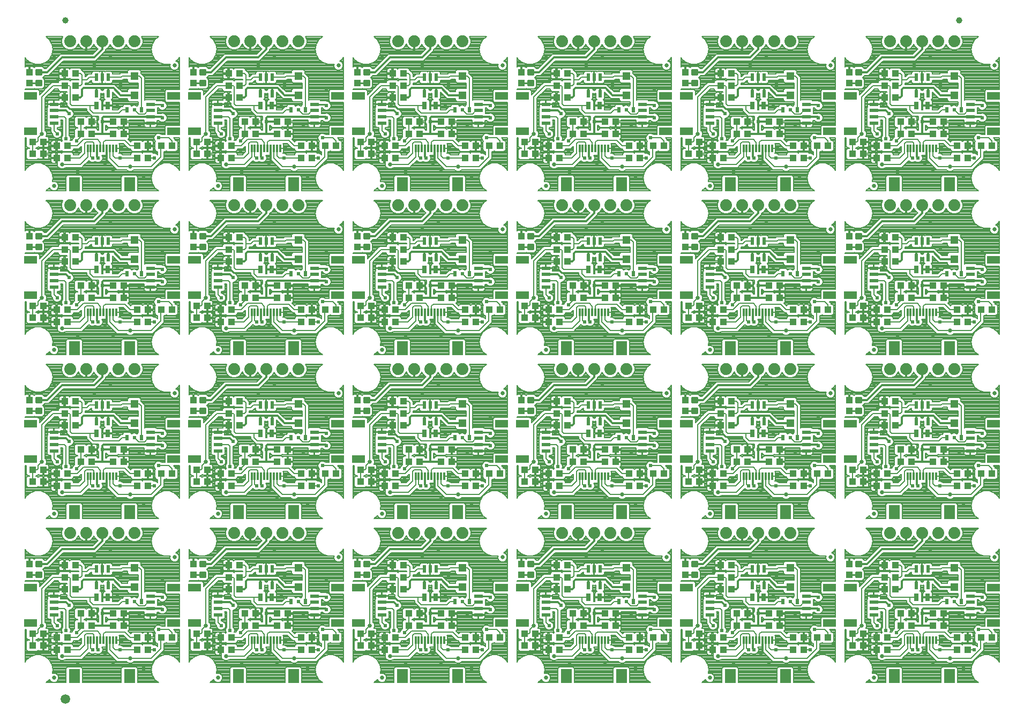
<source format=gtl>
G75*
%MOIN*%
%OFA0B0*%
%FSLAX25Y25*%
%IPPOS*%
%LPD*%
%AMOC8*
5,1,8,0,0,1.08239X$1,22.5*
%
%ADD10R,0.04331X0.03937*%
%ADD11R,0.07874X0.04724*%
%ADD12R,0.05315X0.02362*%
%ADD13C,0.02500*%
%ADD14C,0.07400*%
%ADD15R,0.01181X0.05118*%
%ADD16R,0.07087X0.08661*%
%ADD17C,0.01181*%
%ADD18R,0.03937X0.04331*%
%ADD19R,0.02165X0.04724*%
%ADD20R,0.02480X0.03268*%
%ADD21R,0.05118X0.05118*%
%ADD22R,0.03150X0.04724*%
%ADD23C,0.03937*%
%ADD24C,0.05906*%
%ADD25C,0.01200*%
%ADD26C,0.02400*%
%ADD27C,0.00800*%
%ADD28C,0.02578*%
%ADD29C,0.01000*%
D10*
X0035404Y0053750D03*
X0042096Y0053750D03*
X0050404Y0051250D03*
X0057096Y0051250D03*
X0057096Y0058750D03*
X0050404Y0058750D03*
X0042096Y0061250D03*
X0035404Y0061250D03*
X0065404Y0066250D03*
X0072096Y0066250D03*
X0072096Y0073750D03*
X0065404Y0073750D03*
X0062096Y0088750D03*
X0055404Y0088750D03*
X0055404Y0096250D03*
X0062096Y0096250D03*
X0062096Y0103750D03*
X0055404Y0103750D03*
X0085404Y0073750D03*
X0092096Y0073750D03*
X0092096Y0066250D03*
X0085404Y0066250D03*
X0100404Y0058750D03*
X0107096Y0058750D03*
X0107096Y0051250D03*
X0100404Y0051250D03*
X0115404Y0058750D03*
X0122096Y0058750D03*
X0137404Y0061250D03*
X0144096Y0061250D03*
X0152404Y0058750D03*
X0159096Y0058750D03*
X0159096Y0051250D03*
X0152404Y0051250D03*
X0144096Y0053750D03*
X0137404Y0053750D03*
X0167404Y0066250D03*
X0174096Y0066250D03*
X0174096Y0073750D03*
X0167404Y0073750D03*
X0164096Y0088750D03*
X0157404Y0088750D03*
X0157404Y0096250D03*
X0164096Y0096250D03*
X0164096Y0103750D03*
X0157404Y0103750D03*
X0187404Y0073750D03*
X0194096Y0073750D03*
X0194096Y0066250D03*
X0187404Y0066250D03*
X0202404Y0058750D03*
X0209096Y0058750D03*
X0209096Y0051250D03*
X0202404Y0051250D03*
X0217404Y0058750D03*
X0224096Y0058750D03*
X0239404Y0061250D03*
X0246096Y0061250D03*
X0254404Y0058750D03*
X0261096Y0058750D03*
X0261096Y0051250D03*
X0254404Y0051250D03*
X0246096Y0053750D03*
X0239404Y0053750D03*
X0269404Y0066250D03*
X0276096Y0066250D03*
X0276096Y0073750D03*
X0269404Y0073750D03*
X0266096Y0088750D03*
X0259404Y0088750D03*
X0259404Y0096250D03*
X0266096Y0096250D03*
X0266096Y0103750D03*
X0259404Y0103750D03*
X0289404Y0073750D03*
X0296096Y0073750D03*
X0296096Y0066250D03*
X0289404Y0066250D03*
X0304404Y0058750D03*
X0311096Y0058750D03*
X0311096Y0051250D03*
X0304404Y0051250D03*
X0319404Y0058750D03*
X0326096Y0058750D03*
X0341404Y0061250D03*
X0348096Y0061250D03*
X0348096Y0053750D03*
X0341404Y0053750D03*
X0356404Y0051250D03*
X0363096Y0051250D03*
X0363096Y0058750D03*
X0356404Y0058750D03*
X0371404Y0066250D03*
X0378096Y0066250D03*
X0378096Y0073750D03*
X0371404Y0073750D03*
X0391404Y0073750D03*
X0398096Y0073750D03*
X0398096Y0066250D03*
X0391404Y0066250D03*
X0406404Y0058750D03*
X0413096Y0058750D03*
X0413096Y0051250D03*
X0406404Y0051250D03*
X0421404Y0058750D03*
X0428096Y0058750D03*
X0443404Y0061250D03*
X0450096Y0061250D03*
X0458404Y0058750D03*
X0465096Y0058750D03*
X0465096Y0051250D03*
X0458404Y0051250D03*
X0450096Y0053750D03*
X0443404Y0053750D03*
X0473404Y0066250D03*
X0480096Y0066250D03*
X0480096Y0073750D03*
X0473404Y0073750D03*
X0470096Y0088750D03*
X0463404Y0088750D03*
X0463404Y0096250D03*
X0470096Y0096250D03*
X0470096Y0103750D03*
X0463404Y0103750D03*
X0493404Y0073750D03*
X0500096Y0073750D03*
X0500096Y0066250D03*
X0493404Y0066250D03*
X0508404Y0058750D03*
X0515096Y0058750D03*
X0515096Y0051250D03*
X0508404Y0051250D03*
X0523404Y0058750D03*
X0530096Y0058750D03*
X0545404Y0061250D03*
X0552096Y0061250D03*
X0560404Y0058750D03*
X0567096Y0058750D03*
X0567096Y0051250D03*
X0560404Y0051250D03*
X0552096Y0053750D03*
X0545404Y0053750D03*
X0575404Y0066250D03*
X0582096Y0066250D03*
X0582096Y0073750D03*
X0575404Y0073750D03*
X0572096Y0088750D03*
X0565404Y0088750D03*
X0565404Y0096250D03*
X0572096Y0096250D03*
X0572096Y0103750D03*
X0565404Y0103750D03*
X0595404Y0073750D03*
X0602096Y0073750D03*
X0602096Y0066250D03*
X0595404Y0066250D03*
X0610404Y0058750D03*
X0617096Y0058750D03*
X0617096Y0051250D03*
X0610404Y0051250D03*
X0625404Y0058750D03*
X0632096Y0058750D03*
X0617096Y0153250D03*
X0610404Y0153250D03*
X0610404Y0160750D03*
X0617096Y0160750D03*
X0625404Y0160750D03*
X0632096Y0160750D03*
X0602096Y0168250D03*
X0595404Y0168250D03*
X0595404Y0175750D03*
X0602096Y0175750D03*
X0582096Y0175750D03*
X0575404Y0175750D03*
X0575404Y0168250D03*
X0582096Y0168250D03*
X0567096Y0160750D03*
X0560404Y0160750D03*
X0560404Y0153250D03*
X0567096Y0153250D03*
X0552096Y0155750D03*
X0545404Y0155750D03*
X0545404Y0163250D03*
X0552096Y0163250D03*
X0530096Y0160750D03*
X0523404Y0160750D03*
X0515096Y0160750D03*
X0508404Y0160750D03*
X0508404Y0153250D03*
X0515096Y0153250D03*
X0500096Y0168250D03*
X0493404Y0168250D03*
X0493404Y0175750D03*
X0500096Y0175750D03*
X0480096Y0175750D03*
X0473404Y0175750D03*
X0473404Y0168250D03*
X0480096Y0168250D03*
X0465096Y0160750D03*
X0458404Y0160750D03*
X0458404Y0153250D03*
X0465096Y0153250D03*
X0450096Y0155750D03*
X0443404Y0155750D03*
X0443404Y0163250D03*
X0450096Y0163250D03*
X0428096Y0160750D03*
X0421404Y0160750D03*
X0413096Y0160750D03*
X0406404Y0160750D03*
X0406404Y0153250D03*
X0413096Y0153250D03*
X0398096Y0168250D03*
X0391404Y0168250D03*
X0391404Y0175750D03*
X0398096Y0175750D03*
X0378096Y0175750D03*
X0371404Y0175750D03*
X0371404Y0168250D03*
X0378096Y0168250D03*
X0363096Y0160750D03*
X0356404Y0160750D03*
X0356404Y0153250D03*
X0363096Y0153250D03*
X0348096Y0155750D03*
X0341404Y0155750D03*
X0341404Y0163250D03*
X0348096Y0163250D03*
X0326096Y0160750D03*
X0319404Y0160750D03*
X0311096Y0160750D03*
X0304404Y0160750D03*
X0304404Y0153250D03*
X0311096Y0153250D03*
X0296096Y0168250D03*
X0289404Y0168250D03*
X0289404Y0175750D03*
X0296096Y0175750D03*
X0276096Y0175750D03*
X0269404Y0175750D03*
X0269404Y0168250D03*
X0276096Y0168250D03*
X0261096Y0160750D03*
X0254404Y0160750D03*
X0254404Y0153250D03*
X0261096Y0153250D03*
X0246096Y0155750D03*
X0239404Y0155750D03*
X0239404Y0163250D03*
X0246096Y0163250D03*
X0224096Y0160750D03*
X0217404Y0160750D03*
X0209096Y0160750D03*
X0202404Y0160750D03*
X0202404Y0153250D03*
X0209096Y0153250D03*
X0194096Y0168250D03*
X0187404Y0168250D03*
X0187404Y0175750D03*
X0194096Y0175750D03*
X0174096Y0175750D03*
X0167404Y0175750D03*
X0167404Y0168250D03*
X0174096Y0168250D03*
X0159096Y0160750D03*
X0152404Y0160750D03*
X0152404Y0153250D03*
X0159096Y0153250D03*
X0144096Y0155750D03*
X0137404Y0155750D03*
X0137404Y0163250D03*
X0144096Y0163250D03*
X0122096Y0160750D03*
X0115404Y0160750D03*
X0107096Y0160750D03*
X0100404Y0160750D03*
X0100404Y0153250D03*
X0107096Y0153250D03*
X0092096Y0168250D03*
X0085404Y0168250D03*
X0085404Y0175750D03*
X0092096Y0175750D03*
X0072096Y0175750D03*
X0065404Y0175750D03*
X0065404Y0168250D03*
X0072096Y0168250D03*
X0057096Y0160750D03*
X0050404Y0160750D03*
X0050404Y0153250D03*
X0057096Y0153250D03*
X0042096Y0155750D03*
X0035404Y0155750D03*
X0035404Y0163250D03*
X0042096Y0163250D03*
X0055404Y0190750D03*
X0062096Y0190750D03*
X0062096Y0198250D03*
X0055404Y0198250D03*
X0055404Y0205750D03*
X0062096Y0205750D03*
X0057096Y0255250D03*
X0050404Y0255250D03*
X0042096Y0257750D03*
X0035404Y0257750D03*
X0035404Y0265250D03*
X0042096Y0265250D03*
X0050404Y0262750D03*
X0057096Y0262750D03*
X0065404Y0270250D03*
X0072096Y0270250D03*
X0072096Y0277750D03*
X0065404Y0277750D03*
X0062096Y0292750D03*
X0055404Y0292750D03*
X0055404Y0300250D03*
X0062096Y0300250D03*
X0062096Y0307750D03*
X0055404Y0307750D03*
X0085404Y0277750D03*
X0092096Y0277750D03*
X0092096Y0270250D03*
X0085404Y0270250D03*
X0100404Y0262750D03*
X0107096Y0262750D03*
X0115404Y0262750D03*
X0122096Y0262750D03*
X0137404Y0265250D03*
X0144096Y0265250D03*
X0144096Y0257750D03*
X0137404Y0257750D03*
X0152404Y0255250D03*
X0159096Y0255250D03*
X0159096Y0262750D03*
X0152404Y0262750D03*
X0167404Y0270250D03*
X0174096Y0270250D03*
X0174096Y0277750D03*
X0167404Y0277750D03*
X0164096Y0292750D03*
X0157404Y0292750D03*
X0157404Y0300250D03*
X0164096Y0300250D03*
X0164096Y0307750D03*
X0157404Y0307750D03*
X0187404Y0277750D03*
X0194096Y0277750D03*
X0194096Y0270250D03*
X0187404Y0270250D03*
X0202404Y0262750D03*
X0209096Y0262750D03*
X0217404Y0262750D03*
X0224096Y0262750D03*
X0239404Y0265250D03*
X0246096Y0265250D03*
X0246096Y0257750D03*
X0239404Y0257750D03*
X0254404Y0255250D03*
X0261096Y0255250D03*
X0261096Y0262750D03*
X0254404Y0262750D03*
X0269404Y0270250D03*
X0276096Y0270250D03*
X0276096Y0277750D03*
X0269404Y0277750D03*
X0266096Y0292750D03*
X0259404Y0292750D03*
X0259404Y0300250D03*
X0266096Y0300250D03*
X0266096Y0307750D03*
X0259404Y0307750D03*
X0289404Y0277750D03*
X0296096Y0277750D03*
X0296096Y0270250D03*
X0289404Y0270250D03*
X0304404Y0262750D03*
X0311096Y0262750D03*
X0311096Y0255250D03*
X0304404Y0255250D03*
X0319404Y0262750D03*
X0326096Y0262750D03*
X0341404Y0265250D03*
X0348096Y0265250D03*
X0348096Y0257750D03*
X0341404Y0257750D03*
X0356404Y0255250D03*
X0363096Y0255250D03*
X0363096Y0262750D03*
X0356404Y0262750D03*
X0371404Y0270250D03*
X0378096Y0270250D03*
X0378096Y0277750D03*
X0371404Y0277750D03*
X0391404Y0277750D03*
X0398096Y0277750D03*
X0398096Y0270250D03*
X0391404Y0270250D03*
X0406404Y0262750D03*
X0413096Y0262750D03*
X0421404Y0262750D03*
X0428096Y0262750D03*
X0443404Y0265250D03*
X0450096Y0265250D03*
X0450096Y0257750D03*
X0443404Y0257750D03*
X0458404Y0255250D03*
X0465096Y0255250D03*
X0465096Y0262750D03*
X0458404Y0262750D03*
X0473404Y0270250D03*
X0480096Y0270250D03*
X0480096Y0277750D03*
X0473404Y0277750D03*
X0470096Y0292750D03*
X0463404Y0292750D03*
X0463404Y0300250D03*
X0470096Y0300250D03*
X0470096Y0307750D03*
X0463404Y0307750D03*
X0493404Y0277750D03*
X0500096Y0277750D03*
X0500096Y0270250D03*
X0493404Y0270250D03*
X0508404Y0262750D03*
X0515096Y0262750D03*
X0523404Y0262750D03*
X0530096Y0262750D03*
X0545404Y0265250D03*
X0552096Y0265250D03*
X0552096Y0257750D03*
X0545404Y0257750D03*
X0560404Y0255250D03*
X0567096Y0255250D03*
X0567096Y0262750D03*
X0560404Y0262750D03*
X0575404Y0270250D03*
X0582096Y0270250D03*
X0582096Y0277750D03*
X0575404Y0277750D03*
X0572096Y0292750D03*
X0565404Y0292750D03*
X0565404Y0300250D03*
X0572096Y0300250D03*
X0572096Y0307750D03*
X0565404Y0307750D03*
X0595404Y0277750D03*
X0602096Y0277750D03*
X0602096Y0270250D03*
X0595404Y0270250D03*
X0610404Y0262750D03*
X0617096Y0262750D03*
X0625404Y0262750D03*
X0632096Y0262750D03*
X0617096Y0255250D03*
X0610404Y0255250D03*
X0572096Y0205750D03*
X0565404Y0205750D03*
X0565404Y0198250D03*
X0572096Y0198250D03*
X0572096Y0190750D03*
X0565404Y0190750D03*
X0515096Y0255250D03*
X0508404Y0255250D03*
X0470096Y0205750D03*
X0463404Y0205750D03*
X0463404Y0198250D03*
X0470096Y0198250D03*
X0470096Y0190750D03*
X0463404Y0190750D03*
X0413096Y0255250D03*
X0406404Y0255250D03*
X0368096Y0292750D03*
X0361404Y0292750D03*
X0361404Y0300250D03*
X0368096Y0300250D03*
X0368096Y0307750D03*
X0361404Y0307750D03*
X0363096Y0357250D03*
X0356404Y0357250D03*
X0356404Y0364750D03*
X0363096Y0364750D03*
X0371404Y0372250D03*
X0378096Y0372250D03*
X0378096Y0379750D03*
X0371404Y0379750D03*
X0391404Y0379750D03*
X0398096Y0379750D03*
X0398096Y0372250D03*
X0391404Y0372250D03*
X0406404Y0364750D03*
X0413096Y0364750D03*
X0421404Y0364750D03*
X0428096Y0364750D03*
X0443404Y0367250D03*
X0450096Y0367250D03*
X0450096Y0359750D03*
X0443404Y0359750D03*
X0458404Y0357250D03*
X0465096Y0357250D03*
X0465096Y0364750D03*
X0458404Y0364750D03*
X0473404Y0372250D03*
X0480096Y0372250D03*
X0480096Y0379750D03*
X0473404Y0379750D03*
X0470096Y0394750D03*
X0463404Y0394750D03*
X0463404Y0402250D03*
X0470096Y0402250D03*
X0470096Y0409750D03*
X0463404Y0409750D03*
X0493404Y0379750D03*
X0500096Y0379750D03*
X0500096Y0372250D03*
X0493404Y0372250D03*
X0508404Y0364750D03*
X0515096Y0364750D03*
X0523404Y0364750D03*
X0530096Y0364750D03*
X0545404Y0367250D03*
X0552096Y0367250D03*
X0552096Y0359750D03*
X0545404Y0359750D03*
X0560404Y0357250D03*
X0567096Y0357250D03*
X0567096Y0364750D03*
X0560404Y0364750D03*
X0575404Y0372250D03*
X0582096Y0372250D03*
X0582096Y0379750D03*
X0575404Y0379750D03*
X0572096Y0394750D03*
X0565404Y0394750D03*
X0565404Y0402250D03*
X0572096Y0402250D03*
X0572096Y0409750D03*
X0565404Y0409750D03*
X0595404Y0379750D03*
X0602096Y0379750D03*
X0602096Y0372250D03*
X0595404Y0372250D03*
X0610404Y0364750D03*
X0617096Y0364750D03*
X0625404Y0364750D03*
X0632096Y0364750D03*
X0617096Y0357250D03*
X0610404Y0357250D03*
X0515096Y0357250D03*
X0508404Y0357250D03*
X0413096Y0357250D03*
X0406404Y0357250D03*
X0368096Y0394750D03*
X0361404Y0394750D03*
X0361404Y0402250D03*
X0368096Y0402250D03*
X0368096Y0409750D03*
X0361404Y0409750D03*
X0348096Y0367250D03*
X0341404Y0367250D03*
X0341404Y0359750D03*
X0348096Y0359750D03*
X0326096Y0364750D03*
X0319404Y0364750D03*
X0311096Y0364750D03*
X0304404Y0364750D03*
X0304404Y0357250D03*
X0311096Y0357250D03*
X0296096Y0372250D03*
X0289404Y0372250D03*
X0289404Y0379750D03*
X0296096Y0379750D03*
X0276096Y0379750D03*
X0269404Y0379750D03*
X0269404Y0372250D03*
X0276096Y0372250D03*
X0261096Y0364750D03*
X0254404Y0364750D03*
X0246096Y0367250D03*
X0239404Y0367250D03*
X0239404Y0359750D03*
X0246096Y0359750D03*
X0254404Y0357250D03*
X0261096Y0357250D03*
X0224096Y0364750D03*
X0217404Y0364750D03*
X0209096Y0364750D03*
X0202404Y0364750D03*
X0194096Y0372250D03*
X0187404Y0372250D03*
X0187404Y0379750D03*
X0194096Y0379750D03*
X0174096Y0379750D03*
X0167404Y0379750D03*
X0167404Y0372250D03*
X0174096Y0372250D03*
X0159096Y0364750D03*
X0152404Y0364750D03*
X0144096Y0367250D03*
X0137404Y0367250D03*
X0137404Y0359750D03*
X0144096Y0359750D03*
X0152404Y0357250D03*
X0159096Y0357250D03*
X0122096Y0364750D03*
X0115404Y0364750D03*
X0107096Y0364750D03*
X0100404Y0364750D03*
X0092096Y0372250D03*
X0085404Y0372250D03*
X0085404Y0379750D03*
X0092096Y0379750D03*
X0072096Y0379750D03*
X0065404Y0379750D03*
X0065404Y0372250D03*
X0072096Y0372250D03*
X0057096Y0364750D03*
X0050404Y0364750D03*
X0042096Y0367250D03*
X0035404Y0367250D03*
X0035404Y0359750D03*
X0042096Y0359750D03*
X0050404Y0357250D03*
X0057096Y0357250D03*
X0100404Y0357250D03*
X0107096Y0357250D03*
X0062096Y0394750D03*
X0055404Y0394750D03*
X0055404Y0402250D03*
X0062096Y0402250D03*
X0062096Y0409750D03*
X0055404Y0409750D03*
X0157404Y0409750D03*
X0164096Y0409750D03*
X0164096Y0402250D03*
X0157404Y0402250D03*
X0157404Y0394750D03*
X0164096Y0394750D03*
X0202404Y0357250D03*
X0209096Y0357250D03*
X0259404Y0394750D03*
X0266096Y0394750D03*
X0266096Y0402250D03*
X0259404Y0402250D03*
X0259404Y0409750D03*
X0266096Y0409750D03*
X0209096Y0255250D03*
X0202404Y0255250D03*
X0164096Y0205750D03*
X0157404Y0205750D03*
X0157404Y0198250D03*
X0164096Y0198250D03*
X0164096Y0190750D03*
X0157404Y0190750D03*
X0107096Y0255250D03*
X0100404Y0255250D03*
X0259404Y0205750D03*
X0266096Y0205750D03*
X0266096Y0198250D03*
X0259404Y0198250D03*
X0259404Y0190750D03*
X0266096Y0190750D03*
X0361404Y0190750D03*
X0368096Y0190750D03*
X0368096Y0198250D03*
X0361404Y0198250D03*
X0361404Y0205750D03*
X0368096Y0205750D03*
X0368096Y0103750D03*
X0361404Y0103750D03*
X0361404Y0096250D03*
X0368096Y0096250D03*
X0368096Y0088750D03*
X0361404Y0088750D03*
D11*
X0340281Y0089774D03*
X0327219Y0089774D03*
X0327219Y0067726D03*
X0340281Y0067726D03*
X0429219Y0067726D03*
X0442281Y0067726D03*
X0442281Y0089774D03*
X0429219Y0089774D03*
X0531219Y0089774D03*
X0544281Y0089774D03*
X0544281Y0067726D03*
X0531219Y0067726D03*
X0633219Y0067726D03*
X0633219Y0089774D03*
X0633219Y0169726D03*
X0633219Y0191774D03*
X0544281Y0191774D03*
X0531219Y0191774D03*
X0531219Y0169726D03*
X0544281Y0169726D03*
X0442281Y0169726D03*
X0429219Y0169726D03*
X0429219Y0191774D03*
X0442281Y0191774D03*
X0340281Y0191774D03*
X0327219Y0191774D03*
X0327219Y0169726D03*
X0340281Y0169726D03*
X0238281Y0169726D03*
X0225219Y0169726D03*
X0225219Y0191774D03*
X0238281Y0191774D03*
X0136281Y0191774D03*
X0123219Y0191774D03*
X0123219Y0169726D03*
X0136281Y0169726D03*
X0034281Y0169726D03*
X0034281Y0191774D03*
X0034281Y0271726D03*
X0034281Y0293774D03*
X0123219Y0293774D03*
X0136281Y0293774D03*
X0136281Y0271726D03*
X0123219Y0271726D03*
X0225219Y0271726D03*
X0238281Y0271726D03*
X0238281Y0293774D03*
X0225219Y0293774D03*
X0327219Y0293774D03*
X0340281Y0293774D03*
X0340281Y0271726D03*
X0327219Y0271726D03*
X0429219Y0271726D03*
X0442281Y0271726D03*
X0442281Y0293774D03*
X0429219Y0293774D03*
X0531219Y0293774D03*
X0544281Y0293774D03*
X0544281Y0271726D03*
X0531219Y0271726D03*
X0633219Y0271726D03*
X0633219Y0293774D03*
X0633219Y0373726D03*
X0633219Y0395774D03*
X0544281Y0395774D03*
X0531219Y0395774D03*
X0531219Y0373726D03*
X0544281Y0373726D03*
X0442281Y0373726D03*
X0429219Y0373726D03*
X0429219Y0395774D03*
X0442281Y0395774D03*
X0340281Y0395774D03*
X0327219Y0395774D03*
X0327219Y0373726D03*
X0340281Y0373726D03*
X0238281Y0373726D03*
X0225219Y0373726D03*
X0225219Y0395774D03*
X0238281Y0395774D03*
X0136281Y0395774D03*
X0123219Y0395774D03*
X0123219Y0373726D03*
X0136281Y0373726D03*
X0034281Y0373726D03*
X0034281Y0395774D03*
X0034281Y0089774D03*
X0034281Y0067726D03*
X0123219Y0067726D03*
X0136281Y0067726D03*
X0136281Y0089774D03*
X0123219Y0089774D03*
X0225219Y0089774D03*
X0238281Y0089774D03*
X0238281Y0067726D03*
X0225219Y0067726D03*
D12*
X0210750Y0072844D03*
X0210750Y0076781D03*
X0210750Y0080719D03*
X0210750Y0084656D03*
X0252750Y0084656D03*
X0252750Y0080719D03*
X0252750Y0076781D03*
X0252750Y0072844D03*
X0312750Y0072844D03*
X0312750Y0076781D03*
X0312750Y0080719D03*
X0312750Y0084656D03*
X0354750Y0084656D03*
X0354750Y0080719D03*
X0354750Y0076781D03*
X0354750Y0072844D03*
X0414750Y0072844D03*
X0414750Y0076781D03*
X0414750Y0080719D03*
X0414750Y0084656D03*
X0456750Y0084656D03*
X0456750Y0080719D03*
X0456750Y0076781D03*
X0456750Y0072844D03*
X0516750Y0072844D03*
X0516750Y0076781D03*
X0516750Y0080719D03*
X0516750Y0084656D03*
X0558750Y0084656D03*
X0558750Y0080719D03*
X0558750Y0076781D03*
X0558750Y0072844D03*
X0618750Y0072844D03*
X0618750Y0076781D03*
X0618750Y0080719D03*
X0618750Y0084656D03*
X0618750Y0174844D03*
X0618750Y0178781D03*
X0618750Y0182719D03*
X0618750Y0186656D03*
X0558750Y0186656D03*
X0558750Y0182719D03*
X0558750Y0178781D03*
X0558750Y0174844D03*
X0516750Y0174844D03*
X0516750Y0178781D03*
X0516750Y0182719D03*
X0516750Y0186656D03*
X0456750Y0186656D03*
X0456750Y0182719D03*
X0456750Y0178781D03*
X0456750Y0174844D03*
X0414750Y0174844D03*
X0414750Y0178781D03*
X0414750Y0182719D03*
X0414750Y0186656D03*
X0354750Y0186656D03*
X0354750Y0182719D03*
X0354750Y0178781D03*
X0354750Y0174844D03*
X0312750Y0174844D03*
X0312750Y0178781D03*
X0312750Y0182719D03*
X0312750Y0186656D03*
X0252750Y0186656D03*
X0252750Y0182719D03*
X0252750Y0178781D03*
X0252750Y0174844D03*
X0210750Y0174844D03*
X0210750Y0178781D03*
X0210750Y0182719D03*
X0210750Y0186656D03*
X0150750Y0186656D03*
X0150750Y0182719D03*
X0150750Y0178781D03*
X0150750Y0174844D03*
X0108750Y0174844D03*
X0108750Y0178781D03*
X0108750Y0182719D03*
X0108750Y0186656D03*
X0048750Y0186656D03*
X0048750Y0182719D03*
X0048750Y0178781D03*
X0048750Y0174844D03*
X0048750Y0084656D03*
X0048750Y0080719D03*
X0048750Y0076781D03*
X0048750Y0072844D03*
X0108750Y0072844D03*
X0108750Y0076781D03*
X0108750Y0080719D03*
X0108750Y0084656D03*
X0150750Y0084656D03*
X0150750Y0080719D03*
X0150750Y0076781D03*
X0150750Y0072844D03*
X0150750Y0276844D03*
X0150750Y0280781D03*
X0150750Y0284719D03*
X0150750Y0288656D03*
X0108750Y0288656D03*
X0108750Y0284719D03*
X0108750Y0280781D03*
X0108750Y0276844D03*
X0048750Y0276844D03*
X0048750Y0280781D03*
X0048750Y0284719D03*
X0048750Y0288656D03*
X0048750Y0378844D03*
X0048750Y0382781D03*
X0048750Y0386719D03*
X0048750Y0390656D03*
X0108750Y0390656D03*
X0108750Y0386719D03*
X0108750Y0382781D03*
X0108750Y0378844D03*
X0150750Y0378844D03*
X0150750Y0382781D03*
X0150750Y0386719D03*
X0150750Y0390656D03*
X0210750Y0390656D03*
X0210750Y0386719D03*
X0210750Y0382781D03*
X0210750Y0378844D03*
X0252750Y0378844D03*
X0252750Y0382781D03*
X0252750Y0386719D03*
X0252750Y0390656D03*
X0312750Y0390656D03*
X0312750Y0386719D03*
X0312750Y0382781D03*
X0312750Y0378844D03*
X0354750Y0378844D03*
X0354750Y0382781D03*
X0354750Y0386719D03*
X0354750Y0390656D03*
X0414750Y0390656D03*
X0414750Y0386719D03*
X0414750Y0382781D03*
X0414750Y0378844D03*
X0456750Y0378844D03*
X0456750Y0382781D03*
X0456750Y0386719D03*
X0456750Y0390656D03*
X0516750Y0390656D03*
X0516750Y0386719D03*
X0516750Y0382781D03*
X0516750Y0378844D03*
X0558750Y0378844D03*
X0558750Y0382781D03*
X0558750Y0386719D03*
X0558750Y0390656D03*
X0618750Y0390656D03*
X0618750Y0386719D03*
X0618750Y0382781D03*
X0618750Y0378844D03*
X0618750Y0288656D03*
X0618750Y0284719D03*
X0618750Y0280781D03*
X0618750Y0276844D03*
X0558750Y0276844D03*
X0558750Y0280781D03*
X0558750Y0284719D03*
X0558750Y0288656D03*
X0516750Y0288656D03*
X0516750Y0284719D03*
X0516750Y0280781D03*
X0516750Y0276844D03*
X0456750Y0276844D03*
X0456750Y0280781D03*
X0456750Y0284719D03*
X0456750Y0288656D03*
X0414750Y0288656D03*
X0414750Y0284719D03*
X0414750Y0280781D03*
X0414750Y0276844D03*
X0354750Y0276844D03*
X0354750Y0280781D03*
X0354750Y0284719D03*
X0354750Y0288656D03*
X0312750Y0288656D03*
X0312750Y0284719D03*
X0312750Y0280781D03*
X0312750Y0276844D03*
X0252750Y0276844D03*
X0252750Y0280781D03*
X0252750Y0284719D03*
X0252750Y0288656D03*
X0210750Y0288656D03*
X0210750Y0284719D03*
X0210750Y0280781D03*
X0210750Y0276844D03*
D13*
X0225750Y0312750D03*
X0252750Y0339750D03*
X0327750Y0312750D03*
X0354750Y0339750D03*
X0429750Y0312750D03*
X0456750Y0339750D03*
X0531750Y0312750D03*
X0558750Y0339750D03*
X0633750Y0312750D03*
X0558750Y0237750D03*
X0531750Y0210750D03*
X0456750Y0237750D03*
X0429750Y0210750D03*
X0354750Y0237750D03*
X0327750Y0210750D03*
X0252750Y0237750D03*
X0225750Y0210750D03*
X0150750Y0237750D03*
X0123750Y0210750D03*
X0048750Y0237750D03*
X0123750Y0312750D03*
X0150750Y0339750D03*
X0048750Y0339750D03*
X0123750Y0414750D03*
X0225750Y0414750D03*
X0327750Y0414750D03*
X0429750Y0414750D03*
X0531750Y0414750D03*
X0633750Y0414750D03*
X0633750Y0210750D03*
X0558750Y0135750D03*
X0531750Y0108750D03*
X0456750Y0135750D03*
X0429750Y0108750D03*
X0354750Y0135750D03*
X0327750Y0108750D03*
X0252750Y0135750D03*
X0225750Y0108750D03*
X0150750Y0135750D03*
X0123750Y0108750D03*
X0048750Y0135750D03*
X0048750Y0033750D03*
X0150750Y0033750D03*
X0252750Y0033750D03*
X0354750Y0033750D03*
X0456750Y0033750D03*
X0558750Y0033750D03*
X0633750Y0108750D03*
D14*
X0608750Y0123750D03*
X0598750Y0123750D03*
X0588750Y0123750D03*
X0578750Y0123750D03*
X0568750Y0123750D03*
X0506750Y0123750D03*
X0496750Y0123750D03*
X0486750Y0123750D03*
X0476750Y0123750D03*
X0466750Y0123750D03*
X0404750Y0123750D03*
X0394750Y0123750D03*
X0384750Y0123750D03*
X0374750Y0123750D03*
X0364750Y0123750D03*
X0302750Y0123750D03*
X0292750Y0123750D03*
X0282750Y0123750D03*
X0272750Y0123750D03*
X0262750Y0123750D03*
X0200750Y0123750D03*
X0190750Y0123750D03*
X0180750Y0123750D03*
X0170750Y0123750D03*
X0160750Y0123750D03*
X0098750Y0123750D03*
X0088750Y0123750D03*
X0078750Y0123750D03*
X0068750Y0123750D03*
X0058750Y0123750D03*
X0058750Y0225750D03*
X0068750Y0225750D03*
X0078750Y0225750D03*
X0088750Y0225750D03*
X0098750Y0225750D03*
X0160750Y0225750D03*
X0170750Y0225750D03*
X0180750Y0225750D03*
X0190750Y0225750D03*
X0200750Y0225750D03*
X0262750Y0225750D03*
X0272750Y0225750D03*
X0282750Y0225750D03*
X0292750Y0225750D03*
X0302750Y0225750D03*
X0364750Y0225750D03*
X0374750Y0225750D03*
X0384750Y0225750D03*
X0394750Y0225750D03*
X0404750Y0225750D03*
X0466750Y0225750D03*
X0476750Y0225750D03*
X0486750Y0225750D03*
X0496750Y0225750D03*
X0506750Y0225750D03*
X0568750Y0225750D03*
X0578750Y0225750D03*
X0588750Y0225750D03*
X0598750Y0225750D03*
X0608750Y0225750D03*
X0608750Y0327750D03*
X0598750Y0327750D03*
X0588750Y0327750D03*
X0578750Y0327750D03*
X0568750Y0327750D03*
X0506750Y0327750D03*
X0496750Y0327750D03*
X0486750Y0327750D03*
X0476750Y0327750D03*
X0466750Y0327750D03*
X0404750Y0327750D03*
X0394750Y0327750D03*
X0384750Y0327750D03*
X0374750Y0327750D03*
X0364750Y0327750D03*
X0302750Y0327750D03*
X0292750Y0327750D03*
X0282750Y0327750D03*
X0272750Y0327750D03*
X0262750Y0327750D03*
X0200750Y0327750D03*
X0190750Y0327750D03*
X0180750Y0327750D03*
X0170750Y0327750D03*
X0160750Y0327750D03*
X0098750Y0327750D03*
X0088750Y0327750D03*
X0078750Y0327750D03*
X0068750Y0327750D03*
X0058750Y0327750D03*
X0058750Y0429750D03*
X0068750Y0429750D03*
X0078750Y0429750D03*
X0088750Y0429750D03*
X0098750Y0429750D03*
X0160750Y0429750D03*
X0170750Y0429750D03*
X0180750Y0429750D03*
X0190750Y0429750D03*
X0200750Y0429750D03*
X0262750Y0429750D03*
X0272750Y0429750D03*
X0282750Y0429750D03*
X0292750Y0429750D03*
X0302750Y0429750D03*
X0364750Y0429750D03*
X0374750Y0429750D03*
X0384750Y0429750D03*
X0394750Y0429750D03*
X0404750Y0429750D03*
X0466750Y0429750D03*
X0476750Y0429750D03*
X0486750Y0429750D03*
X0496750Y0429750D03*
X0506750Y0429750D03*
X0568750Y0429750D03*
X0578750Y0429750D03*
X0588750Y0429750D03*
X0598750Y0429750D03*
X0608750Y0429750D03*
D15*
X0597411Y0363136D03*
X0595443Y0363136D03*
X0593474Y0363136D03*
X0591506Y0363136D03*
X0589537Y0363136D03*
X0587569Y0363136D03*
X0585600Y0363136D03*
X0583632Y0363136D03*
X0581663Y0363136D03*
X0579695Y0363136D03*
X0495411Y0363136D03*
X0493443Y0363136D03*
X0491474Y0363136D03*
X0489506Y0363136D03*
X0487537Y0363136D03*
X0485569Y0363136D03*
X0483600Y0363136D03*
X0481632Y0363136D03*
X0479663Y0363136D03*
X0477695Y0363136D03*
X0393411Y0363136D03*
X0391443Y0363136D03*
X0389474Y0363136D03*
X0387506Y0363136D03*
X0385537Y0363136D03*
X0383569Y0363136D03*
X0381600Y0363136D03*
X0379632Y0363136D03*
X0377663Y0363136D03*
X0375695Y0363136D03*
X0291411Y0363136D03*
X0289443Y0363136D03*
X0287474Y0363136D03*
X0285506Y0363136D03*
X0283537Y0363136D03*
X0281569Y0363136D03*
X0279600Y0363136D03*
X0277632Y0363136D03*
X0275663Y0363136D03*
X0273695Y0363136D03*
X0189411Y0363136D03*
X0187443Y0363136D03*
X0185474Y0363136D03*
X0183506Y0363136D03*
X0181537Y0363136D03*
X0179569Y0363136D03*
X0177600Y0363136D03*
X0175632Y0363136D03*
X0173663Y0363136D03*
X0171695Y0363136D03*
X0087411Y0363136D03*
X0085443Y0363136D03*
X0083474Y0363136D03*
X0081506Y0363136D03*
X0079537Y0363136D03*
X0077569Y0363136D03*
X0075600Y0363136D03*
X0073632Y0363136D03*
X0071663Y0363136D03*
X0069695Y0363136D03*
X0069695Y0261136D03*
X0071663Y0261136D03*
X0073632Y0261136D03*
X0075600Y0261136D03*
X0077569Y0261136D03*
X0079537Y0261136D03*
X0081506Y0261136D03*
X0083474Y0261136D03*
X0085443Y0261136D03*
X0087411Y0261136D03*
X0171695Y0261136D03*
X0173663Y0261136D03*
X0175632Y0261136D03*
X0177600Y0261136D03*
X0179569Y0261136D03*
X0181537Y0261136D03*
X0183506Y0261136D03*
X0185474Y0261136D03*
X0187443Y0261136D03*
X0189411Y0261136D03*
X0273695Y0261136D03*
X0275663Y0261136D03*
X0277632Y0261136D03*
X0279600Y0261136D03*
X0281569Y0261136D03*
X0283537Y0261136D03*
X0285506Y0261136D03*
X0287474Y0261136D03*
X0289443Y0261136D03*
X0291411Y0261136D03*
X0375695Y0261136D03*
X0377663Y0261136D03*
X0379632Y0261136D03*
X0381600Y0261136D03*
X0383569Y0261136D03*
X0385537Y0261136D03*
X0387506Y0261136D03*
X0389474Y0261136D03*
X0391443Y0261136D03*
X0393411Y0261136D03*
X0477695Y0261136D03*
X0479663Y0261136D03*
X0481632Y0261136D03*
X0483600Y0261136D03*
X0485569Y0261136D03*
X0487537Y0261136D03*
X0489506Y0261136D03*
X0491474Y0261136D03*
X0493443Y0261136D03*
X0495411Y0261136D03*
X0579695Y0261136D03*
X0581663Y0261136D03*
X0583632Y0261136D03*
X0585600Y0261136D03*
X0587569Y0261136D03*
X0589537Y0261136D03*
X0591506Y0261136D03*
X0593474Y0261136D03*
X0595443Y0261136D03*
X0597411Y0261136D03*
X0597411Y0159136D03*
X0595443Y0159136D03*
X0593474Y0159136D03*
X0591506Y0159136D03*
X0589537Y0159136D03*
X0587569Y0159136D03*
X0585600Y0159136D03*
X0583632Y0159136D03*
X0581663Y0159136D03*
X0579695Y0159136D03*
X0495411Y0159136D03*
X0493443Y0159136D03*
X0491474Y0159136D03*
X0489506Y0159136D03*
X0487537Y0159136D03*
X0485569Y0159136D03*
X0483600Y0159136D03*
X0481632Y0159136D03*
X0479663Y0159136D03*
X0477695Y0159136D03*
X0393411Y0159136D03*
X0391443Y0159136D03*
X0389474Y0159136D03*
X0387506Y0159136D03*
X0385537Y0159136D03*
X0383569Y0159136D03*
X0381600Y0159136D03*
X0379632Y0159136D03*
X0377663Y0159136D03*
X0375695Y0159136D03*
X0291411Y0159136D03*
X0289443Y0159136D03*
X0287474Y0159136D03*
X0285506Y0159136D03*
X0283537Y0159136D03*
X0281569Y0159136D03*
X0279600Y0159136D03*
X0277632Y0159136D03*
X0275663Y0159136D03*
X0273695Y0159136D03*
X0189411Y0159136D03*
X0187443Y0159136D03*
X0185474Y0159136D03*
X0183506Y0159136D03*
X0181537Y0159136D03*
X0179569Y0159136D03*
X0177600Y0159136D03*
X0175632Y0159136D03*
X0173663Y0159136D03*
X0171695Y0159136D03*
X0087411Y0159136D03*
X0085443Y0159136D03*
X0083474Y0159136D03*
X0081506Y0159136D03*
X0079537Y0159136D03*
X0077569Y0159136D03*
X0075600Y0159136D03*
X0073632Y0159136D03*
X0071663Y0159136D03*
X0069695Y0159136D03*
X0069695Y0057136D03*
X0071663Y0057136D03*
X0073632Y0057136D03*
X0075600Y0057136D03*
X0077569Y0057136D03*
X0079537Y0057136D03*
X0081506Y0057136D03*
X0083474Y0057136D03*
X0085443Y0057136D03*
X0087411Y0057136D03*
X0171695Y0057136D03*
X0173663Y0057136D03*
X0175632Y0057136D03*
X0177600Y0057136D03*
X0179569Y0057136D03*
X0181537Y0057136D03*
X0183506Y0057136D03*
X0185474Y0057136D03*
X0187443Y0057136D03*
X0189411Y0057136D03*
X0273695Y0057136D03*
X0275663Y0057136D03*
X0277632Y0057136D03*
X0279600Y0057136D03*
X0281569Y0057136D03*
X0283537Y0057136D03*
X0285506Y0057136D03*
X0287474Y0057136D03*
X0289443Y0057136D03*
X0291411Y0057136D03*
X0375695Y0057136D03*
X0377663Y0057136D03*
X0379632Y0057136D03*
X0381600Y0057136D03*
X0383569Y0057136D03*
X0385537Y0057136D03*
X0387506Y0057136D03*
X0389474Y0057136D03*
X0391443Y0057136D03*
X0393411Y0057136D03*
X0477695Y0057136D03*
X0479663Y0057136D03*
X0481632Y0057136D03*
X0483600Y0057136D03*
X0485569Y0057136D03*
X0487537Y0057136D03*
X0489506Y0057136D03*
X0491474Y0057136D03*
X0493443Y0057136D03*
X0495411Y0057136D03*
X0579695Y0057136D03*
X0581663Y0057136D03*
X0583632Y0057136D03*
X0585600Y0057136D03*
X0587569Y0057136D03*
X0589537Y0057136D03*
X0591506Y0057136D03*
X0593474Y0057136D03*
X0595443Y0057136D03*
X0597411Y0057136D03*
D16*
X0605679Y0034695D03*
X0571427Y0034695D03*
X0503679Y0034695D03*
X0469427Y0034695D03*
X0401679Y0034695D03*
X0367427Y0034695D03*
X0299679Y0034695D03*
X0265427Y0034695D03*
X0197679Y0034695D03*
X0163427Y0034695D03*
X0095679Y0034695D03*
X0061427Y0034695D03*
X0061427Y0136695D03*
X0095679Y0136695D03*
X0163427Y0136695D03*
X0197679Y0136695D03*
X0265427Y0136695D03*
X0299679Y0136695D03*
X0367427Y0136695D03*
X0401679Y0136695D03*
X0469427Y0136695D03*
X0503679Y0136695D03*
X0571427Y0136695D03*
X0605679Y0136695D03*
X0605679Y0238695D03*
X0571427Y0238695D03*
X0503679Y0238695D03*
X0469427Y0238695D03*
X0401679Y0238695D03*
X0367427Y0238695D03*
X0299679Y0238695D03*
X0265427Y0238695D03*
X0197679Y0238695D03*
X0163427Y0238695D03*
X0095679Y0238695D03*
X0061427Y0238695D03*
X0061427Y0340695D03*
X0095679Y0340695D03*
X0163427Y0340695D03*
X0197679Y0340695D03*
X0265427Y0340695D03*
X0299679Y0340695D03*
X0367427Y0340695D03*
X0401679Y0340695D03*
X0469427Y0340695D03*
X0503679Y0340695D03*
X0571427Y0340695D03*
X0605679Y0340695D03*
D17*
X0550758Y0310022D02*
X0548002Y0310022D01*
X0550758Y0310022D02*
X0550758Y0307266D01*
X0548002Y0307266D01*
X0548002Y0310022D01*
X0548002Y0308388D02*
X0550758Y0308388D01*
X0550758Y0309510D02*
X0548002Y0309510D01*
X0548002Y0303116D02*
X0550758Y0303116D01*
X0550758Y0300360D01*
X0548002Y0300360D01*
X0548002Y0303116D01*
X0548002Y0301482D02*
X0550758Y0301482D01*
X0550758Y0302604D02*
X0548002Y0302604D01*
X0448758Y0303116D02*
X0446002Y0303116D01*
X0448758Y0303116D02*
X0448758Y0300360D01*
X0446002Y0300360D01*
X0446002Y0303116D01*
X0446002Y0301482D02*
X0448758Y0301482D01*
X0448758Y0302604D02*
X0446002Y0302604D01*
X0446002Y0310022D02*
X0448758Y0310022D01*
X0448758Y0307266D01*
X0446002Y0307266D01*
X0446002Y0310022D01*
X0446002Y0308388D02*
X0448758Y0308388D01*
X0448758Y0309510D02*
X0446002Y0309510D01*
X0346758Y0310022D02*
X0344002Y0310022D01*
X0346758Y0310022D02*
X0346758Y0307266D01*
X0344002Y0307266D01*
X0344002Y0310022D01*
X0344002Y0308388D02*
X0346758Y0308388D01*
X0346758Y0309510D02*
X0344002Y0309510D01*
X0344002Y0303116D02*
X0346758Y0303116D01*
X0346758Y0300360D01*
X0344002Y0300360D01*
X0344002Y0303116D01*
X0344002Y0301482D02*
X0346758Y0301482D01*
X0346758Y0302604D02*
X0344002Y0302604D01*
X0244758Y0303116D02*
X0242002Y0303116D01*
X0244758Y0303116D02*
X0244758Y0300360D01*
X0242002Y0300360D01*
X0242002Y0303116D01*
X0242002Y0301482D02*
X0244758Y0301482D01*
X0244758Y0302604D02*
X0242002Y0302604D01*
X0242002Y0310022D02*
X0244758Y0310022D01*
X0244758Y0307266D01*
X0242002Y0307266D01*
X0242002Y0310022D01*
X0242002Y0308388D02*
X0244758Y0308388D01*
X0244758Y0309510D02*
X0242002Y0309510D01*
X0142758Y0310022D02*
X0140002Y0310022D01*
X0142758Y0310022D02*
X0142758Y0307266D01*
X0140002Y0307266D01*
X0140002Y0310022D01*
X0140002Y0308388D02*
X0142758Y0308388D01*
X0142758Y0309510D02*
X0140002Y0309510D01*
X0140002Y0303116D02*
X0142758Y0303116D01*
X0142758Y0300360D01*
X0140002Y0300360D01*
X0140002Y0303116D01*
X0140002Y0301482D02*
X0142758Y0301482D01*
X0142758Y0302604D02*
X0140002Y0302604D01*
X0040758Y0303116D02*
X0038002Y0303116D01*
X0040758Y0303116D02*
X0040758Y0300360D01*
X0038002Y0300360D01*
X0038002Y0303116D01*
X0038002Y0301482D02*
X0040758Y0301482D01*
X0040758Y0302604D02*
X0038002Y0302604D01*
X0038002Y0310022D02*
X0040758Y0310022D01*
X0040758Y0307266D01*
X0038002Y0307266D01*
X0038002Y0310022D01*
X0038002Y0308388D02*
X0040758Y0308388D01*
X0040758Y0309510D02*
X0038002Y0309510D01*
X0038002Y0405116D02*
X0040758Y0405116D01*
X0040758Y0402360D01*
X0038002Y0402360D01*
X0038002Y0405116D01*
X0038002Y0403482D02*
X0040758Y0403482D01*
X0040758Y0404604D02*
X0038002Y0404604D01*
X0038002Y0412022D02*
X0040758Y0412022D01*
X0040758Y0409266D01*
X0038002Y0409266D01*
X0038002Y0412022D01*
X0038002Y0410388D02*
X0040758Y0410388D01*
X0040758Y0411510D02*
X0038002Y0411510D01*
X0140002Y0412022D02*
X0142758Y0412022D01*
X0142758Y0409266D01*
X0140002Y0409266D01*
X0140002Y0412022D01*
X0140002Y0410388D02*
X0142758Y0410388D01*
X0142758Y0411510D02*
X0140002Y0411510D01*
X0140002Y0405116D02*
X0142758Y0405116D01*
X0142758Y0402360D01*
X0140002Y0402360D01*
X0140002Y0405116D01*
X0140002Y0403482D02*
X0142758Y0403482D01*
X0142758Y0404604D02*
X0140002Y0404604D01*
X0242002Y0405116D02*
X0244758Y0405116D01*
X0244758Y0402360D01*
X0242002Y0402360D01*
X0242002Y0405116D01*
X0242002Y0403482D02*
X0244758Y0403482D01*
X0244758Y0404604D02*
X0242002Y0404604D01*
X0242002Y0412022D02*
X0244758Y0412022D01*
X0244758Y0409266D01*
X0242002Y0409266D01*
X0242002Y0412022D01*
X0242002Y0410388D02*
X0244758Y0410388D01*
X0244758Y0411510D02*
X0242002Y0411510D01*
X0344002Y0412022D02*
X0346758Y0412022D01*
X0346758Y0409266D01*
X0344002Y0409266D01*
X0344002Y0412022D01*
X0344002Y0410388D02*
X0346758Y0410388D01*
X0346758Y0411510D02*
X0344002Y0411510D01*
X0344002Y0405116D02*
X0346758Y0405116D01*
X0346758Y0402360D01*
X0344002Y0402360D01*
X0344002Y0405116D01*
X0344002Y0403482D02*
X0346758Y0403482D01*
X0346758Y0404604D02*
X0344002Y0404604D01*
X0446002Y0405116D02*
X0448758Y0405116D01*
X0448758Y0402360D01*
X0446002Y0402360D01*
X0446002Y0405116D01*
X0446002Y0403482D02*
X0448758Y0403482D01*
X0448758Y0404604D02*
X0446002Y0404604D01*
X0446002Y0412022D02*
X0448758Y0412022D01*
X0448758Y0409266D01*
X0446002Y0409266D01*
X0446002Y0412022D01*
X0446002Y0410388D02*
X0448758Y0410388D01*
X0448758Y0411510D02*
X0446002Y0411510D01*
X0548002Y0412022D02*
X0550758Y0412022D01*
X0550758Y0409266D01*
X0548002Y0409266D01*
X0548002Y0412022D01*
X0548002Y0410388D02*
X0550758Y0410388D01*
X0550758Y0411510D02*
X0548002Y0411510D01*
X0548002Y0405116D02*
X0550758Y0405116D01*
X0550758Y0402360D01*
X0548002Y0402360D01*
X0548002Y0405116D01*
X0548002Y0403482D02*
X0550758Y0403482D01*
X0550758Y0404604D02*
X0548002Y0404604D01*
X0548002Y0208022D02*
X0550758Y0208022D01*
X0550758Y0205266D01*
X0548002Y0205266D01*
X0548002Y0208022D01*
X0548002Y0206388D02*
X0550758Y0206388D01*
X0550758Y0207510D02*
X0548002Y0207510D01*
X0548002Y0201116D02*
X0550758Y0201116D01*
X0550758Y0198360D01*
X0548002Y0198360D01*
X0548002Y0201116D01*
X0548002Y0199482D02*
X0550758Y0199482D01*
X0550758Y0200604D02*
X0548002Y0200604D01*
X0448758Y0201116D02*
X0446002Y0201116D01*
X0448758Y0201116D02*
X0448758Y0198360D01*
X0446002Y0198360D01*
X0446002Y0201116D01*
X0446002Y0199482D02*
X0448758Y0199482D01*
X0448758Y0200604D02*
X0446002Y0200604D01*
X0446002Y0208022D02*
X0448758Y0208022D01*
X0448758Y0205266D01*
X0446002Y0205266D01*
X0446002Y0208022D01*
X0446002Y0206388D02*
X0448758Y0206388D01*
X0448758Y0207510D02*
X0446002Y0207510D01*
X0346758Y0208022D02*
X0344002Y0208022D01*
X0346758Y0208022D02*
X0346758Y0205266D01*
X0344002Y0205266D01*
X0344002Y0208022D01*
X0344002Y0206388D02*
X0346758Y0206388D01*
X0346758Y0207510D02*
X0344002Y0207510D01*
X0344002Y0201116D02*
X0346758Y0201116D01*
X0346758Y0198360D01*
X0344002Y0198360D01*
X0344002Y0201116D01*
X0344002Y0199482D02*
X0346758Y0199482D01*
X0346758Y0200604D02*
X0344002Y0200604D01*
X0244758Y0201116D02*
X0242002Y0201116D01*
X0244758Y0201116D02*
X0244758Y0198360D01*
X0242002Y0198360D01*
X0242002Y0201116D01*
X0242002Y0199482D02*
X0244758Y0199482D01*
X0244758Y0200604D02*
X0242002Y0200604D01*
X0242002Y0208022D02*
X0244758Y0208022D01*
X0244758Y0205266D01*
X0242002Y0205266D01*
X0242002Y0208022D01*
X0242002Y0206388D02*
X0244758Y0206388D01*
X0244758Y0207510D02*
X0242002Y0207510D01*
X0142758Y0208022D02*
X0140002Y0208022D01*
X0142758Y0208022D02*
X0142758Y0205266D01*
X0140002Y0205266D01*
X0140002Y0208022D01*
X0140002Y0206388D02*
X0142758Y0206388D01*
X0142758Y0207510D02*
X0140002Y0207510D01*
X0140002Y0201116D02*
X0142758Y0201116D01*
X0142758Y0198360D01*
X0140002Y0198360D01*
X0140002Y0201116D01*
X0140002Y0199482D02*
X0142758Y0199482D01*
X0142758Y0200604D02*
X0140002Y0200604D01*
X0040758Y0201116D02*
X0038002Y0201116D01*
X0040758Y0201116D02*
X0040758Y0198360D01*
X0038002Y0198360D01*
X0038002Y0201116D01*
X0038002Y0199482D02*
X0040758Y0199482D01*
X0040758Y0200604D02*
X0038002Y0200604D01*
X0038002Y0208022D02*
X0040758Y0208022D01*
X0040758Y0205266D01*
X0038002Y0205266D01*
X0038002Y0208022D01*
X0038002Y0206388D02*
X0040758Y0206388D01*
X0040758Y0207510D02*
X0038002Y0207510D01*
X0038002Y0106022D02*
X0040758Y0106022D01*
X0040758Y0103266D01*
X0038002Y0103266D01*
X0038002Y0106022D01*
X0038002Y0104388D02*
X0040758Y0104388D01*
X0040758Y0105510D02*
X0038002Y0105510D01*
X0038002Y0099116D02*
X0040758Y0099116D01*
X0040758Y0096360D01*
X0038002Y0096360D01*
X0038002Y0099116D01*
X0038002Y0097482D02*
X0040758Y0097482D01*
X0040758Y0098604D02*
X0038002Y0098604D01*
X0140002Y0099116D02*
X0142758Y0099116D01*
X0142758Y0096360D01*
X0140002Y0096360D01*
X0140002Y0099116D01*
X0140002Y0097482D02*
X0142758Y0097482D01*
X0142758Y0098604D02*
X0140002Y0098604D01*
X0140002Y0106022D02*
X0142758Y0106022D01*
X0142758Y0103266D01*
X0140002Y0103266D01*
X0140002Y0106022D01*
X0140002Y0104388D02*
X0142758Y0104388D01*
X0142758Y0105510D02*
X0140002Y0105510D01*
X0242002Y0106022D02*
X0244758Y0106022D01*
X0244758Y0103266D01*
X0242002Y0103266D01*
X0242002Y0106022D01*
X0242002Y0104388D02*
X0244758Y0104388D01*
X0244758Y0105510D02*
X0242002Y0105510D01*
X0242002Y0099116D02*
X0244758Y0099116D01*
X0244758Y0096360D01*
X0242002Y0096360D01*
X0242002Y0099116D01*
X0242002Y0097482D02*
X0244758Y0097482D01*
X0244758Y0098604D02*
X0242002Y0098604D01*
X0344002Y0099116D02*
X0346758Y0099116D01*
X0346758Y0096360D01*
X0344002Y0096360D01*
X0344002Y0099116D01*
X0344002Y0097482D02*
X0346758Y0097482D01*
X0346758Y0098604D02*
X0344002Y0098604D01*
X0344002Y0106022D02*
X0346758Y0106022D01*
X0346758Y0103266D01*
X0344002Y0103266D01*
X0344002Y0106022D01*
X0344002Y0104388D02*
X0346758Y0104388D01*
X0346758Y0105510D02*
X0344002Y0105510D01*
X0446002Y0106022D02*
X0448758Y0106022D01*
X0448758Y0103266D01*
X0446002Y0103266D01*
X0446002Y0106022D01*
X0446002Y0104388D02*
X0448758Y0104388D01*
X0448758Y0105510D02*
X0446002Y0105510D01*
X0446002Y0099116D02*
X0448758Y0099116D01*
X0448758Y0096360D01*
X0446002Y0096360D01*
X0446002Y0099116D01*
X0446002Y0097482D02*
X0448758Y0097482D01*
X0448758Y0098604D02*
X0446002Y0098604D01*
X0548002Y0099116D02*
X0550758Y0099116D01*
X0550758Y0096360D01*
X0548002Y0096360D01*
X0548002Y0099116D01*
X0548002Y0097482D02*
X0550758Y0097482D01*
X0550758Y0098604D02*
X0548002Y0098604D01*
X0548002Y0106022D02*
X0550758Y0106022D01*
X0550758Y0103266D01*
X0548002Y0103266D01*
X0548002Y0106022D01*
X0548002Y0104388D02*
X0550758Y0104388D01*
X0550758Y0105510D02*
X0548002Y0105510D01*
D18*
X0543474Y0104537D03*
X0543474Y0097844D03*
X0441474Y0097844D03*
X0441474Y0104537D03*
X0339474Y0104537D03*
X0339474Y0097844D03*
X0237474Y0097844D03*
X0237474Y0104537D03*
X0135474Y0104537D03*
X0135474Y0097844D03*
X0033474Y0097844D03*
X0033474Y0104537D03*
X0033474Y0199844D03*
X0033474Y0206537D03*
X0135474Y0206537D03*
X0135474Y0199844D03*
X0237474Y0199844D03*
X0237474Y0206537D03*
X0339474Y0206537D03*
X0339474Y0199844D03*
X0441474Y0199844D03*
X0441474Y0206537D03*
X0543474Y0206537D03*
X0543474Y0199844D03*
X0543474Y0301844D03*
X0543474Y0308537D03*
X0441474Y0308537D03*
X0441474Y0301844D03*
X0339474Y0301844D03*
X0339474Y0308537D03*
X0237474Y0308537D03*
X0237474Y0301844D03*
X0135474Y0301844D03*
X0135474Y0308537D03*
X0033474Y0308537D03*
X0033474Y0301844D03*
X0033474Y0403844D03*
X0033474Y0410537D03*
X0135474Y0410537D03*
X0135474Y0403844D03*
X0237474Y0403844D03*
X0237474Y0410537D03*
X0339474Y0410537D03*
X0339474Y0403844D03*
X0441474Y0403844D03*
X0441474Y0410537D03*
X0543474Y0410537D03*
X0543474Y0403844D03*
D19*
X0585010Y0407369D03*
X0588750Y0407369D03*
X0592490Y0407369D03*
X0592490Y0397131D03*
X0585010Y0397131D03*
X0490490Y0397131D03*
X0483010Y0397131D03*
X0483010Y0407369D03*
X0486750Y0407369D03*
X0490490Y0407369D03*
X0388490Y0407369D03*
X0384750Y0407369D03*
X0381010Y0407369D03*
X0381010Y0397131D03*
X0388490Y0397131D03*
X0286490Y0397131D03*
X0279010Y0397131D03*
X0279010Y0407369D03*
X0282750Y0407369D03*
X0286490Y0407369D03*
X0184490Y0407369D03*
X0180750Y0407369D03*
X0177010Y0407369D03*
X0177010Y0397131D03*
X0184490Y0397131D03*
X0082490Y0397131D03*
X0075010Y0397131D03*
X0075010Y0407369D03*
X0078750Y0407369D03*
X0082490Y0407369D03*
X0082490Y0305369D03*
X0078750Y0305369D03*
X0075010Y0305369D03*
X0075010Y0295131D03*
X0082490Y0295131D03*
X0177010Y0295131D03*
X0184490Y0295131D03*
X0184490Y0305369D03*
X0180750Y0305369D03*
X0177010Y0305369D03*
X0279010Y0305369D03*
X0282750Y0305369D03*
X0286490Y0305369D03*
X0286490Y0295131D03*
X0279010Y0295131D03*
X0381010Y0295131D03*
X0388490Y0295131D03*
X0388490Y0305369D03*
X0384750Y0305369D03*
X0381010Y0305369D03*
X0483010Y0305369D03*
X0486750Y0305369D03*
X0490490Y0305369D03*
X0490490Y0295131D03*
X0483010Y0295131D03*
X0585010Y0295131D03*
X0592490Y0295131D03*
X0592490Y0305369D03*
X0588750Y0305369D03*
X0585010Y0305369D03*
X0585010Y0203369D03*
X0588750Y0203369D03*
X0592490Y0203369D03*
X0592490Y0193131D03*
X0585010Y0193131D03*
X0490490Y0193131D03*
X0483010Y0193131D03*
X0483010Y0203369D03*
X0486750Y0203369D03*
X0490490Y0203369D03*
X0388490Y0203369D03*
X0384750Y0203369D03*
X0381010Y0203369D03*
X0381010Y0193131D03*
X0388490Y0193131D03*
X0286490Y0193131D03*
X0279010Y0193131D03*
X0279010Y0203369D03*
X0282750Y0203369D03*
X0286490Y0203369D03*
X0184490Y0203369D03*
X0180750Y0203369D03*
X0177010Y0203369D03*
X0177010Y0193131D03*
X0184490Y0193131D03*
X0082490Y0193131D03*
X0075010Y0193131D03*
X0075010Y0203369D03*
X0078750Y0203369D03*
X0082490Y0203369D03*
X0082490Y0101369D03*
X0078750Y0101369D03*
X0075010Y0101369D03*
X0075010Y0091131D03*
X0082490Y0091131D03*
X0177010Y0091131D03*
X0184490Y0091131D03*
X0184490Y0101369D03*
X0180750Y0101369D03*
X0177010Y0101369D03*
X0279010Y0101369D03*
X0282750Y0101369D03*
X0286490Y0101369D03*
X0286490Y0091131D03*
X0279010Y0091131D03*
X0381010Y0091131D03*
X0388490Y0091131D03*
X0388490Y0101369D03*
X0384750Y0101369D03*
X0381010Y0101369D03*
X0483010Y0101369D03*
X0486750Y0101369D03*
X0490490Y0101369D03*
X0490490Y0091131D03*
X0483010Y0091131D03*
X0585010Y0091131D03*
X0592490Y0091131D03*
X0592490Y0101369D03*
X0588750Y0101369D03*
X0585010Y0101369D03*
D20*
X0604222Y0081250D03*
X0613278Y0081250D03*
X0511278Y0081250D03*
X0502222Y0081250D03*
X0409278Y0081250D03*
X0400222Y0081250D03*
X0307278Y0081250D03*
X0298222Y0081250D03*
X0205278Y0081250D03*
X0196222Y0081250D03*
X0103278Y0081250D03*
X0094222Y0081250D03*
X0094222Y0183250D03*
X0103278Y0183250D03*
X0196222Y0183250D03*
X0205278Y0183250D03*
X0298222Y0183250D03*
X0307278Y0183250D03*
X0400222Y0183250D03*
X0409278Y0183250D03*
X0502222Y0183250D03*
X0511278Y0183250D03*
X0604222Y0183250D03*
X0613278Y0183250D03*
X0613278Y0285250D03*
X0604222Y0285250D03*
X0511278Y0285250D03*
X0502222Y0285250D03*
X0409278Y0285250D03*
X0400222Y0285250D03*
X0307278Y0285250D03*
X0298222Y0285250D03*
X0205278Y0285250D03*
X0196222Y0285250D03*
X0103278Y0285250D03*
X0094222Y0285250D03*
X0094222Y0387250D03*
X0103278Y0387250D03*
X0196222Y0387250D03*
X0205278Y0387250D03*
X0298222Y0387250D03*
X0307278Y0387250D03*
X0400222Y0387250D03*
X0409278Y0387250D03*
X0502222Y0387250D03*
X0511278Y0387250D03*
X0604222Y0387250D03*
X0613278Y0387250D03*
D21*
X0608750Y0396344D03*
X0608750Y0408156D03*
X0506750Y0408156D03*
X0506750Y0396344D03*
X0404750Y0396344D03*
X0404750Y0408156D03*
X0302750Y0408156D03*
X0302750Y0396344D03*
X0200750Y0396344D03*
X0200750Y0408156D03*
X0098750Y0408156D03*
X0098750Y0396344D03*
X0098750Y0306156D03*
X0098750Y0294344D03*
X0200750Y0294344D03*
X0200750Y0306156D03*
X0302750Y0306156D03*
X0302750Y0294344D03*
X0404750Y0294344D03*
X0404750Y0306156D03*
X0506750Y0306156D03*
X0506750Y0294344D03*
X0608750Y0294344D03*
X0608750Y0306156D03*
X0608750Y0204156D03*
X0608750Y0192344D03*
X0506750Y0192344D03*
X0506750Y0204156D03*
X0404750Y0204156D03*
X0404750Y0192344D03*
X0302750Y0192344D03*
X0302750Y0204156D03*
X0200750Y0204156D03*
X0200750Y0192344D03*
X0098750Y0192344D03*
X0098750Y0204156D03*
X0098750Y0102156D03*
X0098750Y0090344D03*
X0200750Y0090344D03*
X0200750Y0102156D03*
X0302750Y0102156D03*
X0302750Y0090344D03*
X0404750Y0090344D03*
X0404750Y0102156D03*
X0506750Y0102156D03*
X0506750Y0090344D03*
X0608750Y0090344D03*
X0608750Y0102156D03*
D22*
X0592293Y0083750D03*
X0585207Y0083750D03*
X0490293Y0083750D03*
X0483207Y0083750D03*
X0388293Y0083750D03*
X0381207Y0083750D03*
X0286293Y0083750D03*
X0279207Y0083750D03*
X0184293Y0083750D03*
X0177207Y0083750D03*
X0082293Y0083750D03*
X0075207Y0083750D03*
X0075207Y0185750D03*
X0082293Y0185750D03*
X0177207Y0185750D03*
X0184293Y0185750D03*
X0279207Y0185750D03*
X0286293Y0185750D03*
X0381207Y0185750D03*
X0388293Y0185750D03*
X0483207Y0185750D03*
X0490293Y0185750D03*
X0585207Y0185750D03*
X0592293Y0185750D03*
X0592293Y0287750D03*
X0585207Y0287750D03*
X0490293Y0287750D03*
X0483207Y0287750D03*
X0388293Y0287750D03*
X0381207Y0287750D03*
X0286293Y0287750D03*
X0279207Y0287750D03*
X0184293Y0287750D03*
X0177207Y0287750D03*
X0082293Y0287750D03*
X0075207Y0287750D03*
X0075207Y0389750D03*
X0082293Y0389750D03*
X0177207Y0389750D03*
X0184293Y0389750D03*
X0279207Y0389750D03*
X0286293Y0389750D03*
X0381207Y0389750D03*
X0388293Y0389750D03*
X0483207Y0389750D03*
X0490293Y0389750D03*
X0585207Y0389750D03*
X0592293Y0389750D03*
D23*
X0611750Y0443000D03*
X0055750Y0443000D03*
D24*
X0055750Y0020500D03*
D25*
X0081506Y0049494D02*
X0081506Y0057136D01*
X0075600Y0057136D02*
X0075600Y0051900D01*
X0076250Y0051250D01*
X0076250Y0066250D02*
X0075250Y0066250D01*
X0072096Y0066250D01*
X0076250Y0066250D02*
X0078750Y0066250D01*
X0078750Y0073750D01*
X0078750Y0076250D01*
X0079419Y0076919D01*
X0108613Y0076919D01*
X0108750Y0076781D01*
X0115719Y0076781D01*
X0116250Y0076250D01*
X0098750Y0090344D02*
X0090156Y0090344D01*
X0085750Y0094750D01*
X0082250Y0094750D01*
X0082490Y0094510D01*
X0082490Y0091131D01*
X0082250Y0094750D02*
X0078750Y0094750D01*
X0078750Y0094131D01*
X0078750Y0094750D02*
X0074750Y0094750D01*
X0067250Y0094750D01*
X0066250Y0093750D01*
X0066250Y0089750D01*
X0065250Y0088750D01*
X0062096Y0088750D01*
X0056281Y0080719D02*
X0048750Y0080719D01*
X0056281Y0080719D02*
X0058250Y0078750D01*
X0075010Y0091131D02*
X0075010Y0094490D01*
X0074750Y0094750D01*
X0073750Y0113750D02*
X0053750Y0113750D01*
X0044644Y0104644D01*
X0039380Y0104644D01*
X0073750Y0113750D02*
X0078750Y0118750D01*
X0078750Y0123750D01*
X0081506Y0151494D02*
X0081506Y0159136D01*
X0075600Y0159136D02*
X0075600Y0153900D01*
X0076250Y0153250D01*
X0076250Y0168250D02*
X0075250Y0168250D01*
X0072096Y0168250D01*
X0076250Y0168250D02*
X0078750Y0168250D01*
X0078750Y0175750D01*
X0078750Y0178250D01*
X0079419Y0178919D01*
X0108613Y0178919D01*
X0108750Y0178781D01*
X0115719Y0178781D01*
X0116250Y0178250D01*
X0098750Y0192344D02*
X0090156Y0192344D01*
X0085750Y0196750D01*
X0082250Y0196750D01*
X0082490Y0196510D01*
X0082490Y0193131D01*
X0082250Y0196750D02*
X0078750Y0196750D01*
X0078750Y0196131D01*
X0078750Y0196750D02*
X0074750Y0196750D01*
X0067250Y0196750D01*
X0066250Y0195750D01*
X0066250Y0191750D01*
X0065250Y0190750D01*
X0062096Y0190750D01*
X0056281Y0182719D02*
X0048750Y0182719D01*
X0056281Y0182719D02*
X0058250Y0180750D01*
X0075010Y0193131D02*
X0075010Y0196490D01*
X0074750Y0196750D01*
X0073750Y0215750D02*
X0053750Y0215750D01*
X0044644Y0206644D01*
X0039380Y0206644D01*
X0073750Y0215750D02*
X0078750Y0220750D01*
X0078750Y0225750D01*
X0081506Y0253494D02*
X0081506Y0261136D01*
X0075600Y0261136D02*
X0075600Y0255900D01*
X0076250Y0255250D01*
X0076250Y0270250D02*
X0075250Y0270250D01*
X0072096Y0270250D01*
X0076250Y0270250D02*
X0078750Y0270250D01*
X0078750Y0277750D01*
X0078750Y0280250D01*
X0079419Y0280919D01*
X0108613Y0280919D01*
X0108750Y0280781D01*
X0115719Y0280781D01*
X0116250Y0280250D01*
X0098750Y0294344D02*
X0090156Y0294344D01*
X0085750Y0298750D01*
X0082250Y0298750D01*
X0082490Y0298510D01*
X0082490Y0295131D01*
X0082250Y0298750D02*
X0078750Y0298750D01*
X0078750Y0298131D01*
X0078750Y0298750D02*
X0074750Y0298750D01*
X0067250Y0298750D01*
X0066250Y0297750D01*
X0066250Y0293750D01*
X0065250Y0292750D01*
X0062096Y0292750D01*
X0056281Y0284719D02*
X0048750Y0284719D01*
X0056281Y0284719D02*
X0058250Y0282750D01*
X0075010Y0295131D02*
X0075010Y0298490D01*
X0074750Y0298750D01*
X0073750Y0317750D02*
X0053750Y0317750D01*
X0044644Y0308644D01*
X0039380Y0308644D01*
X0073750Y0317750D02*
X0078750Y0322750D01*
X0078750Y0327750D01*
X0081506Y0355494D02*
X0081506Y0363136D01*
X0075600Y0363136D02*
X0075600Y0357900D01*
X0076250Y0357250D01*
X0076250Y0372250D02*
X0075250Y0372250D01*
X0072096Y0372250D01*
X0076250Y0372250D02*
X0078750Y0372250D01*
X0078750Y0379750D01*
X0078750Y0382250D01*
X0079419Y0382919D01*
X0108613Y0382919D01*
X0108750Y0382781D01*
X0115719Y0382781D01*
X0116250Y0382250D01*
X0098750Y0396344D02*
X0090156Y0396344D01*
X0085750Y0400750D01*
X0082250Y0400750D01*
X0082490Y0400510D01*
X0082490Y0397131D01*
X0082250Y0400750D02*
X0078750Y0400750D01*
X0078750Y0400131D01*
X0078750Y0400750D02*
X0074750Y0400750D01*
X0067250Y0400750D01*
X0066250Y0399750D01*
X0066250Y0395750D01*
X0065250Y0394750D01*
X0062096Y0394750D01*
X0056281Y0386719D02*
X0048750Y0386719D01*
X0056281Y0386719D02*
X0058250Y0384750D01*
X0075010Y0397131D02*
X0075010Y0400490D01*
X0074750Y0400750D01*
X0073750Y0419750D02*
X0053750Y0419750D01*
X0044644Y0410644D01*
X0039380Y0410644D01*
X0073750Y0419750D02*
X0078750Y0424750D01*
X0078750Y0429750D01*
X0141380Y0410644D02*
X0146644Y0410644D01*
X0155750Y0419750D01*
X0175750Y0419750D01*
X0180750Y0424750D01*
X0180750Y0429750D01*
X0180750Y0400750D02*
X0176750Y0400750D01*
X0169250Y0400750D01*
X0168250Y0399750D01*
X0168250Y0395750D01*
X0167250Y0394750D01*
X0164096Y0394750D01*
X0177010Y0397131D02*
X0177010Y0400490D01*
X0176750Y0400750D01*
X0180750Y0400750D02*
X0180750Y0400131D01*
X0180750Y0400750D02*
X0184250Y0400750D01*
X0184490Y0400510D01*
X0184490Y0397131D01*
X0184250Y0400750D02*
X0187750Y0400750D01*
X0192156Y0396344D01*
X0200750Y0396344D01*
X0210613Y0382919D02*
X0210750Y0382781D01*
X0217719Y0382781D01*
X0218250Y0382250D01*
X0210613Y0382919D02*
X0181419Y0382919D01*
X0180750Y0382250D01*
X0180750Y0379750D01*
X0180750Y0372250D01*
X0178250Y0372250D01*
X0177250Y0372250D01*
X0174096Y0372250D01*
X0180750Y0372250D02*
X0187404Y0372250D01*
X0183506Y0363136D02*
X0183506Y0355494D01*
X0178250Y0357250D02*
X0177600Y0357900D01*
X0177600Y0363136D01*
X0180750Y0379750D02*
X0187404Y0379750D01*
X0160250Y0384750D02*
X0158281Y0386719D01*
X0150750Y0386719D01*
X0085404Y0379750D02*
X0078750Y0379750D01*
X0078750Y0372250D02*
X0085404Y0372250D01*
X0146644Y0308644D02*
X0155750Y0317750D01*
X0175750Y0317750D01*
X0180750Y0322750D01*
X0180750Y0327750D01*
X0146644Y0308644D02*
X0141380Y0308644D01*
X0164096Y0292750D02*
X0167250Y0292750D01*
X0168250Y0293750D01*
X0168250Y0297750D01*
X0169250Y0298750D01*
X0176750Y0298750D01*
X0177010Y0298490D01*
X0177010Y0295131D01*
X0176750Y0298750D02*
X0180750Y0298750D01*
X0180750Y0298131D01*
X0180750Y0298750D02*
X0184250Y0298750D01*
X0184490Y0298510D01*
X0184490Y0295131D01*
X0184250Y0298750D02*
X0187750Y0298750D01*
X0192156Y0294344D01*
X0200750Y0294344D01*
X0210613Y0280919D02*
X0181419Y0280919D01*
X0180750Y0280250D01*
X0180750Y0277750D01*
X0180750Y0270250D01*
X0178250Y0270250D01*
X0177250Y0270250D01*
X0174096Y0270250D01*
X0180750Y0270250D02*
X0187404Y0270250D01*
X0187404Y0277750D02*
X0180750Y0277750D01*
X0160250Y0282750D02*
X0158281Y0284719D01*
X0150750Y0284719D01*
X0177600Y0261136D02*
X0177600Y0255900D01*
X0178250Y0255250D01*
X0183506Y0253494D02*
X0183506Y0261136D01*
X0210613Y0280919D02*
X0210750Y0280781D01*
X0217719Y0280781D01*
X0218250Y0280250D01*
X0252750Y0284719D02*
X0260281Y0284719D01*
X0262250Y0282750D01*
X0266096Y0292750D02*
X0269250Y0292750D01*
X0270250Y0293750D01*
X0270250Y0297750D01*
X0271250Y0298750D01*
X0278750Y0298750D01*
X0279010Y0298490D01*
X0279010Y0295131D01*
X0278750Y0298750D02*
X0282750Y0298750D01*
X0282750Y0298131D01*
X0282750Y0298750D02*
X0286250Y0298750D01*
X0286490Y0298510D01*
X0286490Y0295131D01*
X0286250Y0298750D02*
X0289750Y0298750D01*
X0294156Y0294344D01*
X0302750Y0294344D01*
X0312613Y0280919D02*
X0283419Y0280919D01*
X0282750Y0280250D01*
X0282750Y0277750D01*
X0282750Y0270250D01*
X0280250Y0270250D01*
X0279250Y0270250D01*
X0276096Y0270250D01*
X0282750Y0270250D02*
X0289404Y0270250D01*
X0289404Y0277750D02*
X0282750Y0277750D01*
X0285506Y0261136D02*
X0285506Y0253494D01*
X0280250Y0255250D02*
X0279600Y0255900D01*
X0279600Y0261136D01*
X0312613Y0280919D02*
X0312750Y0280781D01*
X0319719Y0280781D01*
X0320250Y0280250D01*
X0354750Y0284719D02*
X0362281Y0284719D01*
X0364250Y0282750D01*
X0368096Y0292750D02*
X0371250Y0292750D01*
X0372250Y0293750D01*
X0372250Y0297750D01*
X0373250Y0298750D01*
X0380750Y0298750D01*
X0381010Y0298490D01*
X0381010Y0295131D01*
X0380750Y0298750D02*
X0384750Y0298750D01*
X0384750Y0298131D01*
X0384750Y0298750D02*
X0388250Y0298750D01*
X0388490Y0298510D01*
X0388490Y0295131D01*
X0388250Y0298750D02*
X0391750Y0298750D01*
X0396156Y0294344D01*
X0404750Y0294344D01*
X0414613Y0280919D02*
X0385419Y0280919D01*
X0384750Y0280250D01*
X0384750Y0277750D01*
X0384750Y0270250D01*
X0382250Y0270250D01*
X0381250Y0270250D01*
X0378096Y0270250D01*
X0384750Y0270250D02*
X0391404Y0270250D01*
X0391404Y0277750D02*
X0384750Y0277750D01*
X0387506Y0261136D02*
X0387506Y0253494D01*
X0382250Y0255250D02*
X0381600Y0255900D01*
X0381600Y0261136D01*
X0414613Y0280919D02*
X0414750Y0280781D01*
X0421719Y0280781D01*
X0422250Y0280250D01*
X0456750Y0284719D02*
X0464281Y0284719D01*
X0466250Y0282750D01*
X0470096Y0292750D02*
X0473250Y0292750D01*
X0474250Y0293750D01*
X0474250Y0297750D01*
X0475250Y0298750D01*
X0482750Y0298750D01*
X0483010Y0298490D01*
X0483010Y0295131D01*
X0482750Y0298750D02*
X0486750Y0298750D01*
X0486750Y0298131D01*
X0486750Y0298750D02*
X0490250Y0298750D01*
X0490490Y0298510D01*
X0490490Y0295131D01*
X0490250Y0298750D02*
X0493750Y0298750D01*
X0498156Y0294344D01*
X0506750Y0294344D01*
X0516613Y0280919D02*
X0487419Y0280919D01*
X0486750Y0280250D01*
X0486750Y0277750D01*
X0486750Y0270250D01*
X0484250Y0270250D01*
X0483250Y0270250D01*
X0480096Y0270250D01*
X0486750Y0270250D02*
X0493404Y0270250D01*
X0493404Y0277750D02*
X0486750Y0277750D01*
X0489506Y0261136D02*
X0489506Y0253494D01*
X0484250Y0255250D02*
X0483600Y0255900D01*
X0483600Y0261136D01*
X0516613Y0280919D02*
X0516750Y0280781D01*
X0523719Y0280781D01*
X0524250Y0280250D01*
X0558750Y0284719D02*
X0566281Y0284719D01*
X0568250Y0282750D01*
X0572096Y0292750D02*
X0575250Y0292750D01*
X0576250Y0293750D01*
X0576250Y0297750D01*
X0577250Y0298750D01*
X0584750Y0298750D01*
X0585010Y0298490D01*
X0585010Y0295131D01*
X0584750Y0298750D02*
X0588750Y0298750D01*
X0588750Y0298131D01*
X0588750Y0298750D02*
X0592250Y0298750D01*
X0592490Y0298510D01*
X0592490Y0295131D01*
X0592250Y0298750D02*
X0595750Y0298750D01*
X0600156Y0294344D01*
X0608750Y0294344D01*
X0618613Y0280919D02*
X0589419Y0280919D01*
X0588750Y0280250D01*
X0588750Y0277750D01*
X0588750Y0270250D01*
X0586250Y0270250D01*
X0585250Y0270250D01*
X0582096Y0270250D01*
X0588750Y0270250D02*
X0595404Y0270250D01*
X0595404Y0277750D02*
X0588750Y0277750D01*
X0591506Y0261136D02*
X0591506Y0253494D01*
X0586250Y0255250D02*
X0585600Y0255900D01*
X0585600Y0261136D01*
X0618613Y0280919D02*
X0618750Y0280781D01*
X0625719Y0280781D01*
X0626250Y0280250D01*
X0583750Y0317750D02*
X0588750Y0322750D01*
X0588750Y0327750D01*
X0583750Y0317750D02*
X0563750Y0317750D01*
X0554644Y0308644D01*
X0549380Y0308644D01*
X0586250Y0357250D02*
X0585600Y0357900D01*
X0585600Y0363136D01*
X0591506Y0363136D02*
X0591506Y0355494D01*
X0588750Y0372250D02*
X0588750Y0379750D01*
X0588750Y0382250D01*
X0589419Y0382919D01*
X0618613Y0382919D01*
X0618750Y0382781D01*
X0625719Y0382781D01*
X0626250Y0382250D01*
X0608750Y0396344D02*
X0600156Y0396344D01*
X0595750Y0400750D01*
X0592250Y0400750D01*
X0592490Y0400510D01*
X0592490Y0397131D01*
X0592250Y0400750D02*
X0588750Y0400750D01*
X0588750Y0400131D01*
X0588750Y0400750D02*
X0584750Y0400750D01*
X0577250Y0400750D01*
X0576250Y0399750D01*
X0576250Y0395750D01*
X0575250Y0394750D01*
X0572096Y0394750D01*
X0585010Y0397131D02*
X0585010Y0400490D01*
X0584750Y0400750D01*
X0568250Y0384750D02*
X0566281Y0386719D01*
X0558750Y0386719D01*
X0582096Y0372250D02*
X0585250Y0372250D01*
X0586250Y0372250D01*
X0588750Y0372250D01*
X0595404Y0372250D01*
X0595404Y0379750D02*
X0588750Y0379750D01*
X0554644Y0410644D02*
X0563750Y0419750D01*
X0583750Y0419750D01*
X0588750Y0424750D01*
X0588750Y0429750D01*
X0554644Y0410644D02*
X0549380Y0410644D01*
X0523719Y0382781D02*
X0516750Y0382781D01*
X0516613Y0382919D01*
X0487419Y0382919D01*
X0486750Y0382250D01*
X0486750Y0379750D01*
X0486750Y0372250D01*
X0484250Y0372250D01*
X0483250Y0372250D01*
X0480096Y0372250D01*
X0486750Y0372250D02*
X0493404Y0372250D01*
X0489506Y0363136D02*
X0489506Y0355494D01*
X0484250Y0357250D02*
X0483600Y0357900D01*
X0483600Y0363136D01*
X0486750Y0379750D02*
X0493404Y0379750D01*
X0498156Y0396344D02*
X0506750Y0396344D01*
X0498156Y0396344D02*
X0493750Y0400750D01*
X0490250Y0400750D01*
X0490490Y0400510D01*
X0490490Y0397131D01*
X0490250Y0400750D02*
X0486750Y0400750D01*
X0486750Y0400131D01*
X0486750Y0400750D02*
X0482750Y0400750D01*
X0475250Y0400750D01*
X0474250Y0399750D01*
X0474250Y0395750D01*
X0473250Y0394750D01*
X0470096Y0394750D01*
X0464281Y0386719D02*
X0456750Y0386719D01*
X0464281Y0386719D02*
X0466250Y0384750D01*
X0483010Y0397131D02*
X0483010Y0400490D01*
X0482750Y0400750D01*
X0481750Y0419750D02*
X0461750Y0419750D01*
X0452644Y0410644D01*
X0447380Y0410644D01*
X0481750Y0419750D02*
X0486750Y0424750D01*
X0486750Y0429750D01*
X0523719Y0382781D02*
X0524250Y0382250D01*
X0486750Y0327750D02*
X0486750Y0322750D01*
X0481750Y0317750D01*
X0461750Y0317750D01*
X0452644Y0308644D01*
X0447380Y0308644D01*
X0384750Y0322750D02*
X0379750Y0317750D01*
X0359750Y0317750D01*
X0350644Y0308644D01*
X0345380Y0308644D01*
X0384750Y0322750D02*
X0384750Y0327750D01*
X0387506Y0355494D02*
X0387506Y0363136D01*
X0381600Y0363136D02*
X0381600Y0357900D01*
X0382250Y0357250D01*
X0382250Y0372250D02*
X0381250Y0372250D01*
X0378096Y0372250D01*
X0382250Y0372250D02*
X0384750Y0372250D01*
X0384750Y0379750D01*
X0384750Y0382250D01*
X0385419Y0382919D01*
X0414613Y0382919D01*
X0414750Y0382781D01*
X0421719Y0382781D01*
X0422250Y0382250D01*
X0404750Y0396344D02*
X0396156Y0396344D01*
X0391750Y0400750D01*
X0388250Y0400750D01*
X0388490Y0400510D01*
X0388490Y0397131D01*
X0388250Y0400750D02*
X0384750Y0400750D01*
X0384750Y0400131D01*
X0384750Y0400750D02*
X0380750Y0400750D01*
X0373250Y0400750D01*
X0372250Y0399750D01*
X0372250Y0395750D01*
X0371250Y0394750D01*
X0368096Y0394750D01*
X0362281Y0386719D02*
X0354750Y0386719D01*
X0362281Y0386719D02*
X0364250Y0384750D01*
X0381010Y0397131D02*
X0381010Y0400490D01*
X0380750Y0400750D01*
X0379750Y0419750D02*
X0359750Y0419750D01*
X0350644Y0410644D01*
X0345380Y0410644D01*
X0379750Y0419750D02*
X0384750Y0424750D01*
X0384750Y0429750D01*
X0320250Y0382250D02*
X0319719Y0382781D01*
X0312750Y0382781D01*
X0312613Y0382919D01*
X0283419Y0382919D01*
X0282750Y0382250D01*
X0282750Y0379750D01*
X0282750Y0372250D01*
X0280250Y0372250D01*
X0279250Y0372250D01*
X0276096Y0372250D01*
X0282750Y0372250D02*
X0289404Y0372250D01*
X0285506Y0363136D02*
X0285506Y0355494D01*
X0280250Y0357250D02*
X0279600Y0357900D01*
X0279600Y0363136D01*
X0282750Y0379750D02*
X0289404Y0379750D01*
X0294156Y0396344D02*
X0302750Y0396344D01*
X0294156Y0396344D02*
X0289750Y0400750D01*
X0286250Y0400750D01*
X0286490Y0400510D01*
X0286490Y0397131D01*
X0286250Y0400750D02*
X0282750Y0400750D01*
X0282750Y0400131D01*
X0282750Y0400750D02*
X0278750Y0400750D01*
X0271250Y0400750D01*
X0270250Y0399750D01*
X0270250Y0395750D01*
X0269250Y0394750D01*
X0266096Y0394750D01*
X0260281Y0386719D02*
X0252750Y0386719D01*
X0260281Y0386719D02*
X0262250Y0384750D01*
X0279010Y0397131D02*
X0279010Y0400490D01*
X0278750Y0400750D01*
X0277750Y0419750D02*
X0257750Y0419750D01*
X0248644Y0410644D01*
X0243380Y0410644D01*
X0277750Y0419750D02*
X0282750Y0424750D01*
X0282750Y0429750D01*
X0384750Y0379750D02*
X0391404Y0379750D01*
X0391404Y0372250D02*
X0384750Y0372250D01*
X0282750Y0327750D02*
X0282750Y0322750D01*
X0277750Y0317750D01*
X0257750Y0317750D01*
X0248644Y0308644D01*
X0243380Y0308644D01*
X0282750Y0225750D02*
X0282750Y0220750D01*
X0277750Y0215750D01*
X0257750Y0215750D01*
X0248644Y0206644D01*
X0243380Y0206644D01*
X0266096Y0190750D02*
X0269250Y0190750D01*
X0270250Y0191750D01*
X0270250Y0195750D01*
X0271250Y0196750D01*
X0278750Y0196750D01*
X0279010Y0196490D01*
X0279010Y0193131D01*
X0278750Y0196750D02*
X0282750Y0196750D01*
X0282750Y0196131D01*
X0282750Y0196750D02*
X0286250Y0196750D01*
X0286490Y0196510D01*
X0286490Y0193131D01*
X0286250Y0196750D02*
X0289750Y0196750D01*
X0294156Y0192344D01*
X0302750Y0192344D01*
X0312613Y0178919D02*
X0283419Y0178919D01*
X0282750Y0178250D01*
X0282750Y0175750D01*
X0282750Y0168250D01*
X0280250Y0168250D01*
X0279250Y0168250D01*
X0276096Y0168250D01*
X0282750Y0168250D02*
X0289404Y0168250D01*
X0289404Y0175750D02*
X0282750Y0175750D01*
X0285506Y0159136D02*
X0285506Y0151494D01*
X0280250Y0153250D02*
X0279600Y0153900D01*
X0279600Y0159136D01*
X0262250Y0180750D02*
X0260281Y0182719D01*
X0252750Y0182719D01*
X0218250Y0178250D02*
X0217719Y0178781D01*
X0210750Y0178781D01*
X0210613Y0178919D01*
X0181419Y0178919D01*
X0180750Y0178250D01*
X0180750Y0175750D01*
X0180750Y0168250D01*
X0178250Y0168250D01*
X0177250Y0168250D01*
X0174096Y0168250D01*
X0180750Y0168250D02*
X0187404Y0168250D01*
X0187404Y0175750D02*
X0180750Y0175750D01*
X0183506Y0159136D02*
X0183506Y0151494D01*
X0178250Y0153250D02*
X0177600Y0153900D01*
X0177600Y0159136D01*
X0160250Y0180750D02*
X0158281Y0182719D01*
X0150750Y0182719D01*
X0164096Y0190750D02*
X0167250Y0190750D01*
X0168250Y0191750D01*
X0168250Y0195750D01*
X0169250Y0196750D01*
X0176750Y0196750D01*
X0177010Y0196490D01*
X0177010Y0193131D01*
X0176750Y0196750D02*
X0180750Y0196750D01*
X0180750Y0196131D01*
X0180750Y0196750D02*
X0184250Y0196750D01*
X0184490Y0196510D01*
X0184490Y0193131D01*
X0184250Y0196750D02*
X0187750Y0196750D01*
X0192156Y0192344D01*
X0200750Y0192344D01*
X0175750Y0215750D02*
X0180750Y0220750D01*
X0180750Y0225750D01*
X0175750Y0215750D02*
X0155750Y0215750D01*
X0146644Y0206644D01*
X0141380Y0206644D01*
X0085404Y0175750D02*
X0078750Y0175750D01*
X0078750Y0168250D02*
X0085404Y0168250D01*
X0146644Y0104644D02*
X0155750Y0113750D01*
X0175750Y0113750D01*
X0180750Y0118750D01*
X0180750Y0123750D01*
X0146644Y0104644D02*
X0141380Y0104644D01*
X0164096Y0088750D02*
X0167250Y0088750D01*
X0168250Y0089750D01*
X0168250Y0093750D01*
X0169250Y0094750D01*
X0176750Y0094750D01*
X0177010Y0094490D01*
X0177010Y0091131D01*
X0176750Y0094750D02*
X0180750Y0094750D01*
X0180750Y0094131D01*
X0180750Y0094750D02*
X0184250Y0094750D01*
X0184490Y0094510D01*
X0184490Y0091131D01*
X0184250Y0094750D02*
X0187750Y0094750D01*
X0192156Y0090344D01*
X0200750Y0090344D01*
X0210613Y0076919D02*
X0210750Y0076781D01*
X0217719Y0076781D01*
X0218250Y0076250D01*
X0210613Y0076919D02*
X0181419Y0076919D01*
X0180750Y0076250D01*
X0180750Y0073750D01*
X0180750Y0066250D01*
X0178250Y0066250D01*
X0177250Y0066250D01*
X0174096Y0066250D01*
X0180750Y0066250D02*
X0187404Y0066250D01*
X0187404Y0073750D02*
X0180750Y0073750D01*
X0183506Y0057136D02*
X0183506Y0049494D01*
X0178250Y0051250D02*
X0177600Y0051900D01*
X0177600Y0057136D01*
X0160250Y0078750D02*
X0158281Y0080719D01*
X0150750Y0080719D01*
X0085404Y0073750D02*
X0078750Y0073750D01*
X0078750Y0066250D02*
X0085404Y0066250D01*
X0243380Y0104644D02*
X0248644Y0104644D01*
X0257750Y0113750D01*
X0277750Y0113750D01*
X0282750Y0118750D01*
X0282750Y0123750D01*
X0282750Y0094750D02*
X0278750Y0094750D01*
X0271250Y0094750D01*
X0270250Y0093750D01*
X0270250Y0089750D01*
X0269250Y0088750D01*
X0266096Y0088750D01*
X0260281Y0080719D02*
X0252750Y0080719D01*
X0260281Y0080719D02*
X0262250Y0078750D01*
X0276096Y0066250D02*
X0279250Y0066250D01*
X0280250Y0066250D01*
X0282750Y0066250D01*
X0282750Y0073750D01*
X0282750Y0076250D01*
X0283419Y0076919D01*
X0312613Y0076919D01*
X0312750Y0076781D01*
X0319719Y0076781D01*
X0320250Y0076250D01*
X0302750Y0090344D02*
X0294156Y0090344D01*
X0289750Y0094750D01*
X0286250Y0094750D01*
X0286490Y0094510D01*
X0286490Y0091131D01*
X0286250Y0094750D02*
X0282750Y0094750D01*
X0282750Y0094131D01*
X0279010Y0094490D02*
X0278750Y0094750D01*
X0279010Y0094490D02*
X0279010Y0091131D01*
X0282750Y0073750D02*
X0289404Y0073750D01*
X0289404Y0066250D02*
X0282750Y0066250D01*
X0285506Y0057136D02*
X0285506Y0049494D01*
X0280250Y0051250D02*
X0279600Y0051900D01*
X0279600Y0057136D01*
X0345380Y0104644D02*
X0350644Y0104644D01*
X0359750Y0113750D01*
X0379750Y0113750D01*
X0384750Y0118750D01*
X0384750Y0123750D01*
X0387506Y0151494D02*
X0387506Y0159136D01*
X0381600Y0159136D02*
X0381600Y0153900D01*
X0382250Y0153250D01*
X0382250Y0168250D02*
X0381250Y0168250D01*
X0378096Y0168250D01*
X0382250Y0168250D02*
X0384750Y0168250D01*
X0384750Y0175750D01*
X0384750Y0178250D01*
X0385419Y0178919D01*
X0414613Y0178919D01*
X0414750Y0178781D01*
X0421719Y0178781D01*
X0422250Y0178250D01*
X0404750Y0192344D02*
X0396156Y0192344D01*
X0391750Y0196750D01*
X0388250Y0196750D01*
X0388490Y0196510D01*
X0388490Y0193131D01*
X0388250Y0196750D02*
X0384750Y0196750D01*
X0384750Y0196131D01*
X0384750Y0196750D02*
X0380750Y0196750D01*
X0373250Y0196750D01*
X0372250Y0195750D01*
X0372250Y0191750D01*
X0371250Y0190750D01*
X0368096Y0190750D01*
X0362281Y0182719D02*
X0354750Y0182719D01*
X0362281Y0182719D02*
X0364250Y0180750D01*
X0384750Y0175750D02*
X0391404Y0175750D01*
X0391404Y0168250D02*
X0384750Y0168250D01*
X0381010Y0193131D02*
X0381010Y0196490D01*
X0380750Y0196750D01*
X0379750Y0215750D02*
X0359750Y0215750D01*
X0350644Y0206644D01*
X0345380Y0206644D01*
X0379750Y0215750D02*
X0384750Y0220750D01*
X0384750Y0225750D01*
X0447380Y0206644D02*
X0452644Y0206644D01*
X0461750Y0215750D01*
X0481750Y0215750D01*
X0486750Y0220750D01*
X0486750Y0225750D01*
X0486750Y0196750D02*
X0486750Y0196131D01*
X0486750Y0196750D02*
X0490250Y0196750D01*
X0490490Y0196510D01*
X0490490Y0193131D01*
X0490250Y0196750D02*
X0493750Y0196750D01*
X0498156Y0192344D01*
X0506750Y0192344D01*
X0516613Y0178919D02*
X0487419Y0178919D01*
X0486750Y0178250D01*
X0486750Y0175750D01*
X0486750Y0168250D01*
X0484250Y0168250D01*
X0483250Y0168250D01*
X0480096Y0168250D01*
X0486750Y0168250D02*
X0493404Y0168250D01*
X0493404Y0175750D02*
X0486750Y0175750D01*
X0489506Y0159136D02*
X0489506Y0151494D01*
X0484250Y0153250D02*
X0483600Y0153900D01*
X0483600Y0159136D01*
X0466250Y0180750D02*
X0464281Y0182719D01*
X0456750Y0182719D01*
X0470096Y0190750D02*
X0473250Y0190750D01*
X0474250Y0191750D01*
X0474250Y0195750D01*
X0475250Y0196750D01*
X0482750Y0196750D01*
X0483010Y0196490D01*
X0483010Y0193131D01*
X0482750Y0196750D02*
X0486750Y0196750D01*
X0516613Y0178919D02*
X0516750Y0178781D01*
X0523719Y0178781D01*
X0524250Y0178250D01*
X0558750Y0182719D02*
X0566281Y0182719D01*
X0568250Y0180750D01*
X0572096Y0190750D02*
X0575250Y0190750D01*
X0576250Y0191750D01*
X0576250Y0195750D01*
X0577250Y0196750D01*
X0584750Y0196750D01*
X0585010Y0196490D01*
X0585010Y0193131D01*
X0584750Y0196750D02*
X0588750Y0196750D01*
X0588750Y0196131D01*
X0588750Y0196750D02*
X0592250Y0196750D01*
X0592490Y0196510D01*
X0592490Y0193131D01*
X0592250Y0196750D02*
X0595750Y0196750D01*
X0600156Y0192344D01*
X0608750Y0192344D01*
X0618613Y0178919D02*
X0589419Y0178919D01*
X0588750Y0178250D01*
X0588750Y0175750D01*
X0588750Y0168250D01*
X0586250Y0168250D01*
X0585250Y0168250D01*
X0582096Y0168250D01*
X0588750Y0168250D02*
X0595404Y0168250D01*
X0595404Y0175750D02*
X0588750Y0175750D01*
X0591506Y0159136D02*
X0591506Y0151494D01*
X0586250Y0153250D02*
X0585600Y0153900D01*
X0585600Y0159136D01*
X0618613Y0178919D02*
X0618750Y0178781D01*
X0625719Y0178781D01*
X0626250Y0178250D01*
X0583750Y0215750D02*
X0588750Y0220750D01*
X0588750Y0225750D01*
X0583750Y0215750D02*
X0563750Y0215750D01*
X0554644Y0206644D01*
X0549380Y0206644D01*
X0588750Y0123750D02*
X0588750Y0118750D01*
X0583750Y0113750D01*
X0563750Y0113750D01*
X0554644Y0104644D01*
X0549380Y0104644D01*
X0572096Y0088750D02*
X0575250Y0088750D01*
X0576250Y0089750D01*
X0576250Y0093750D01*
X0577250Y0094750D01*
X0584750Y0094750D01*
X0585010Y0094490D01*
X0585010Y0091131D01*
X0584750Y0094750D02*
X0588750Y0094750D01*
X0588750Y0094131D01*
X0588750Y0094750D02*
X0592250Y0094750D01*
X0592490Y0094510D01*
X0592490Y0091131D01*
X0592250Y0094750D02*
X0595750Y0094750D01*
X0600156Y0090344D01*
X0608750Y0090344D01*
X0618613Y0076919D02*
X0618750Y0076781D01*
X0625719Y0076781D01*
X0626250Y0076250D01*
X0618613Y0076919D02*
X0589419Y0076919D01*
X0588750Y0076250D01*
X0588750Y0073750D01*
X0588750Y0066250D01*
X0586250Y0066250D01*
X0585250Y0066250D01*
X0582096Y0066250D01*
X0588750Y0066250D02*
X0595404Y0066250D01*
X0595404Y0073750D02*
X0588750Y0073750D01*
X0591506Y0057136D02*
X0591506Y0049494D01*
X0586250Y0051250D02*
X0585600Y0051900D01*
X0585600Y0057136D01*
X0568250Y0078750D02*
X0566281Y0080719D01*
X0558750Y0080719D01*
X0524250Y0076250D02*
X0523719Y0076781D01*
X0516750Y0076781D01*
X0516613Y0076919D01*
X0487419Y0076919D01*
X0486750Y0076250D01*
X0486750Y0073750D01*
X0486750Y0066250D01*
X0484250Y0066250D01*
X0483250Y0066250D01*
X0480096Y0066250D01*
X0486750Y0066250D02*
X0493404Y0066250D01*
X0493404Y0073750D02*
X0486750Y0073750D01*
X0489506Y0057136D02*
X0489506Y0049494D01*
X0484250Y0051250D02*
X0483600Y0051900D01*
X0483600Y0057136D01*
X0466250Y0078750D02*
X0464281Y0080719D01*
X0456750Y0080719D01*
X0470096Y0088750D02*
X0473250Y0088750D01*
X0474250Y0089750D01*
X0474250Y0093750D01*
X0475250Y0094750D01*
X0482750Y0094750D01*
X0483010Y0094490D01*
X0483010Y0091131D01*
X0482750Y0094750D02*
X0486750Y0094750D01*
X0486750Y0094131D01*
X0486750Y0094750D02*
X0490250Y0094750D01*
X0490490Y0094510D01*
X0490490Y0091131D01*
X0490250Y0094750D02*
X0493750Y0094750D01*
X0498156Y0090344D01*
X0506750Y0090344D01*
X0481750Y0113750D02*
X0486750Y0118750D01*
X0486750Y0123750D01*
X0481750Y0113750D02*
X0461750Y0113750D01*
X0452644Y0104644D01*
X0447380Y0104644D01*
X0421719Y0076781D02*
X0414750Y0076781D01*
X0414613Y0076919D01*
X0385419Y0076919D01*
X0384750Y0076250D01*
X0384750Y0073750D01*
X0384750Y0066250D01*
X0382250Y0066250D01*
X0381250Y0066250D01*
X0378096Y0066250D01*
X0384750Y0066250D02*
X0391404Y0066250D01*
X0391404Y0073750D02*
X0384750Y0073750D01*
X0364250Y0078750D02*
X0362281Y0080719D01*
X0354750Y0080719D01*
X0368096Y0088750D02*
X0371250Y0088750D01*
X0372250Y0089750D01*
X0372250Y0093750D01*
X0373250Y0094750D01*
X0380750Y0094750D01*
X0381010Y0094490D01*
X0381010Y0091131D01*
X0380750Y0094750D02*
X0384750Y0094750D01*
X0384750Y0094131D01*
X0384750Y0094750D02*
X0388250Y0094750D01*
X0388490Y0094510D01*
X0388490Y0091131D01*
X0388250Y0094750D02*
X0391750Y0094750D01*
X0396156Y0090344D01*
X0404750Y0090344D01*
X0421719Y0076781D02*
X0422250Y0076250D01*
X0387506Y0057136D02*
X0387506Y0049494D01*
X0382250Y0051250D02*
X0381600Y0051900D01*
X0381600Y0057136D01*
X0320250Y0178250D02*
X0319719Y0178781D01*
X0312750Y0178781D01*
X0312613Y0178919D01*
X0085404Y0270250D02*
X0078750Y0270250D01*
X0078750Y0277750D02*
X0085404Y0277750D01*
D26*
X0078750Y0277750D03*
X0088116Y0288254D03*
X0098750Y0285250D03*
X0101896Y0276030D03*
X0113750Y0267750D03*
X0111116Y0259498D03*
X0111250Y0255250D03*
X0104616Y0243498D03*
X0089750Y0255250D03*
X0090750Y0261250D03*
X0080396Y0252030D03*
X0076250Y0255250D03*
X0072750Y0255250D03*
X0062683Y0259746D03*
X0062750Y0265750D03*
X0056250Y0267250D03*
X0050750Y0270250D03*
X0045616Y0261254D03*
X0063396Y0246530D03*
X0085396Y0247030D03*
X0125616Y0258998D03*
X0147616Y0261254D03*
X0152750Y0270250D03*
X0158250Y0267250D03*
X0164750Y0265750D03*
X0164683Y0259746D03*
X0174750Y0255250D03*
X0178250Y0255250D03*
X0182396Y0252030D03*
X0187396Y0247030D03*
X0191750Y0255250D03*
X0192750Y0261250D03*
X0203896Y0276030D03*
X0200750Y0285250D03*
X0190116Y0288254D03*
X0192250Y0300750D03*
X0175750Y0312750D03*
X0185750Y0317750D03*
X0218116Y0298254D03*
X0218250Y0287750D03*
X0218250Y0280250D03*
X0215750Y0267750D03*
X0213116Y0259498D03*
X0213250Y0255250D03*
X0206616Y0243498D03*
X0227616Y0258998D03*
X0249616Y0261254D03*
X0254750Y0270250D03*
X0260250Y0267250D03*
X0266750Y0265750D03*
X0266683Y0259746D03*
X0276750Y0255250D03*
X0280250Y0255250D03*
X0284396Y0252030D03*
X0289396Y0247030D03*
X0293750Y0255250D03*
X0294750Y0261250D03*
X0305896Y0276030D03*
X0317750Y0267750D03*
X0315116Y0259498D03*
X0315250Y0255250D03*
X0308616Y0243498D03*
X0329616Y0258998D03*
X0351616Y0261254D03*
X0356750Y0270250D03*
X0362250Y0267250D03*
X0368750Y0265750D03*
X0368683Y0259746D03*
X0378750Y0255250D03*
X0382250Y0255250D03*
X0386396Y0252030D03*
X0391396Y0247030D03*
X0395750Y0255250D03*
X0396750Y0261250D03*
X0407896Y0276030D03*
X0404750Y0285250D03*
X0394116Y0288254D03*
X0396250Y0300750D03*
X0379750Y0312750D03*
X0389750Y0317750D03*
X0357116Y0304254D03*
X0354935Y0317927D03*
X0320116Y0298254D03*
X0320250Y0287750D03*
X0320250Y0280250D03*
X0302750Y0285250D03*
X0292116Y0288254D03*
X0294250Y0300750D03*
X0277750Y0312750D03*
X0287750Y0317750D03*
X0252935Y0317927D03*
X0255116Y0304254D03*
X0258616Y0287754D03*
X0262250Y0282750D03*
X0282750Y0277750D03*
X0267396Y0246530D03*
X0252935Y0215927D03*
X0255116Y0202254D03*
X0277750Y0210750D03*
X0287750Y0215750D03*
X0294250Y0198750D03*
X0292116Y0186254D03*
X0302750Y0183250D03*
X0305896Y0174030D03*
X0317750Y0165750D03*
X0315116Y0157498D03*
X0315250Y0153250D03*
X0308616Y0141498D03*
X0293750Y0153250D03*
X0294750Y0159250D03*
X0284396Y0150030D03*
X0280250Y0153250D03*
X0276750Y0153250D03*
X0266683Y0157746D03*
X0266750Y0163750D03*
X0260250Y0165250D03*
X0254750Y0168250D03*
X0249616Y0159254D03*
X0227616Y0156998D03*
X0215750Y0165750D03*
X0213116Y0157498D03*
X0213250Y0153250D03*
X0206616Y0141498D03*
X0191750Y0153250D03*
X0192750Y0159250D03*
X0178250Y0153250D03*
X0174750Y0153250D03*
X0182396Y0150030D03*
X0187396Y0145030D03*
X0165396Y0144530D03*
X0164683Y0157746D03*
X0164750Y0163750D03*
X0158250Y0165250D03*
X0152750Y0168250D03*
X0147616Y0159254D03*
X0125616Y0156998D03*
X0113750Y0165750D03*
X0111116Y0157498D03*
X0111250Y0153250D03*
X0104616Y0141498D03*
X0089750Y0153250D03*
X0090750Y0159250D03*
X0080396Y0150030D03*
X0076250Y0153250D03*
X0072750Y0153250D03*
X0062683Y0157746D03*
X0062750Y0163750D03*
X0056250Y0165250D03*
X0050750Y0168250D03*
X0045616Y0159254D03*
X0063396Y0144530D03*
X0085396Y0145030D03*
X0083750Y0113750D03*
X0073750Y0108750D03*
X0090250Y0096750D03*
X0088116Y0084254D03*
X0098750Y0081250D03*
X0101896Y0072030D03*
X0113750Y0063750D03*
X0111116Y0055498D03*
X0111250Y0051250D03*
X0125616Y0054998D03*
X0147616Y0057254D03*
X0152750Y0066250D03*
X0158250Y0063250D03*
X0164750Y0061750D03*
X0164683Y0055746D03*
X0174750Y0051250D03*
X0178250Y0051250D03*
X0182396Y0048030D03*
X0187396Y0043030D03*
X0191750Y0051250D03*
X0192750Y0057250D03*
X0203896Y0072030D03*
X0200750Y0081250D03*
X0190116Y0084254D03*
X0180750Y0073750D03*
X0160250Y0078750D03*
X0156616Y0083754D03*
X0153116Y0100254D03*
X0150935Y0113927D03*
X0175750Y0108750D03*
X0185750Y0113750D03*
X0192250Y0096750D03*
X0218116Y0094254D03*
X0218250Y0083750D03*
X0218250Y0076250D03*
X0215750Y0063750D03*
X0213116Y0055498D03*
X0213250Y0051250D03*
X0227616Y0054998D03*
X0249616Y0057254D03*
X0254750Y0066250D03*
X0260250Y0063250D03*
X0266750Y0061750D03*
X0266683Y0055746D03*
X0276750Y0051250D03*
X0280250Y0051250D03*
X0284396Y0048030D03*
X0289396Y0043030D03*
X0293750Y0051250D03*
X0294750Y0057250D03*
X0305896Y0072030D03*
X0302750Y0081250D03*
X0292116Y0084254D03*
X0282750Y0073750D03*
X0262250Y0078750D03*
X0258616Y0083754D03*
X0255116Y0100254D03*
X0252935Y0113927D03*
X0277750Y0108750D03*
X0287750Y0113750D03*
X0294250Y0096750D03*
X0320116Y0094254D03*
X0320250Y0083750D03*
X0320250Y0076250D03*
X0317750Y0063750D03*
X0315116Y0055498D03*
X0315250Y0051250D03*
X0329616Y0054998D03*
X0351616Y0057254D03*
X0362250Y0063250D03*
X0356750Y0066250D03*
X0368750Y0061750D03*
X0368683Y0055746D03*
X0378750Y0051250D03*
X0382250Y0051250D03*
X0386396Y0048030D03*
X0391396Y0043030D03*
X0395750Y0051250D03*
X0396750Y0057250D03*
X0407896Y0072030D03*
X0404750Y0081250D03*
X0394116Y0084254D03*
X0384750Y0073750D03*
X0364250Y0078750D03*
X0360616Y0083754D03*
X0357116Y0100254D03*
X0354935Y0113927D03*
X0379750Y0108750D03*
X0389750Y0113750D03*
X0396250Y0096750D03*
X0422116Y0094254D03*
X0422250Y0083750D03*
X0422250Y0076250D03*
X0419750Y0063750D03*
X0417116Y0055498D03*
X0417250Y0051250D03*
X0431616Y0054998D03*
X0453616Y0057254D03*
X0464250Y0063250D03*
X0458750Y0066250D03*
X0470750Y0061750D03*
X0470683Y0055746D03*
X0480750Y0051250D03*
X0484250Y0051250D03*
X0488396Y0048030D03*
X0493396Y0043030D03*
X0497750Y0051250D03*
X0498750Y0057250D03*
X0519116Y0055498D03*
X0519250Y0051250D03*
X0521750Y0063750D03*
X0509896Y0072030D03*
X0506750Y0081250D03*
X0496116Y0084254D03*
X0486750Y0073750D03*
X0466250Y0078750D03*
X0462616Y0083754D03*
X0459116Y0100254D03*
X0456935Y0113927D03*
X0481750Y0108750D03*
X0491750Y0113750D03*
X0498250Y0096750D03*
X0524116Y0094254D03*
X0524250Y0083750D03*
X0524250Y0076250D03*
X0555616Y0057254D03*
X0560750Y0066250D03*
X0566250Y0063250D03*
X0572750Y0061750D03*
X0572683Y0055746D03*
X0582750Y0051250D03*
X0586250Y0051250D03*
X0590396Y0048030D03*
X0595396Y0043030D03*
X0599750Y0051250D03*
X0600750Y0057250D03*
X0611896Y0072030D03*
X0608750Y0081250D03*
X0598116Y0084254D03*
X0588750Y0073750D03*
X0568250Y0078750D03*
X0564616Y0083754D03*
X0561116Y0100254D03*
X0558935Y0113927D03*
X0583750Y0108750D03*
X0593750Y0113750D03*
X0600250Y0096750D03*
X0626116Y0094254D03*
X0626250Y0083750D03*
X0626250Y0076250D03*
X0623750Y0063750D03*
X0621116Y0055498D03*
X0621250Y0051250D03*
X0635616Y0054998D03*
X0614616Y0039498D03*
X0573396Y0042530D03*
X0533616Y0054998D03*
X0512616Y0039498D03*
X0471396Y0042530D03*
X0410616Y0039498D03*
X0369396Y0042530D03*
X0308616Y0039498D03*
X0267396Y0042530D03*
X0206616Y0039498D03*
X0165396Y0042530D03*
X0116250Y0076250D03*
X0116250Y0083750D03*
X0116116Y0094254D03*
X0078750Y0073750D03*
X0062750Y0061750D03*
X0062683Y0055746D03*
X0056250Y0063250D03*
X0050750Y0066250D03*
X0045616Y0057254D03*
X0063396Y0042530D03*
X0072750Y0051250D03*
X0076250Y0051250D03*
X0080396Y0048030D03*
X0085396Y0043030D03*
X0089750Y0051250D03*
X0090750Y0057250D03*
X0104616Y0039498D03*
X0058250Y0078750D03*
X0054616Y0083754D03*
X0051116Y0100254D03*
X0048935Y0113927D03*
X0078750Y0175750D03*
X0088116Y0186254D03*
X0098750Y0183250D03*
X0101896Y0174030D03*
X0116250Y0178250D03*
X0116250Y0185750D03*
X0116116Y0196254D03*
X0090250Y0198750D03*
X0083750Y0215750D03*
X0073750Y0210750D03*
X0051116Y0202254D03*
X0048935Y0215927D03*
X0054616Y0185754D03*
X0058250Y0180750D03*
X0153116Y0202254D03*
X0150935Y0215927D03*
X0175750Y0210750D03*
X0185750Y0215750D03*
X0192250Y0198750D03*
X0190116Y0186254D03*
X0200750Y0183250D03*
X0203896Y0174030D03*
X0218250Y0178250D03*
X0218250Y0185750D03*
X0218116Y0196254D03*
X0258616Y0185754D03*
X0262250Y0180750D03*
X0282750Y0175750D03*
X0320250Y0178250D03*
X0320250Y0185750D03*
X0320116Y0196254D03*
X0354935Y0215927D03*
X0357116Y0202254D03*
X0379750Y0210750D03*
X0389750Y0215750D03*
X0396250Y0198750D03*
X0394116Y0186254D03*
X0404750Y0183250D03*
X0407896Y0174030D03*
X0419750Y0165750D03*
X0417116Y0157498D03*
X0417250Y0153250D03*
X0410616Y0141498D03*
X0395750Y0153250D03*
X0396750Y0159250D03*
X0386396Y0150030D03*
X0382250Y0153250D03*
X0378750Y0153250D03*
X0368683Y0157746D03*
X0368750Y0163750D03*
X0362250Y0165250D03*
X0356750Y0168250D03*
X0351616Y0159254D03*
X0329616Y0156998D03*
X0369396Y0144530D03*
X0391396Y0145030D03*
X0384750Y0175750D03*
X0364250Y0180750D03*
X0360616Y0185754D03*
X0422250Y0185750D03*
X0422250Y0178250D03*
X0422116Y0196254D03*
X0459116Y0202254D03*
X0456935Y0215927D03*
X0481750Y0210750D03*
X0491750Y0215750D03*
X0498250Y0198750D03*
X0496116Y0186254D03*
X0506750Y0183250D03*
X0509896Y0174030D03*
X0521750Y0165750D03*
X0519116Y0157498D03*
X0519250Y0153250D03*
X0512616Y0141498D03*
X0497750Y0153250D03*
X0498750Y0159250D03*
X0488396Y0150030D03*
X0484250Y0153250D03*
X0480750Y0153250D03*
X0470683Y0157746D03*
X0470750Y0163750D03*
X0464250Y0165250D03*
X0458750Y0168250D03*
X0453616Y0159254D03*
X0431616Y0156998D03*
X0466250Y0180750D03*
X0462616Y0185754D03*
X0486750Y0175750D03*
X0524250Y0178250D03*
X0524250Y0185750D03*
X0524116Y0196254D03*
X0561116Y0202254D03*
X0558935Y0215927D03*
X0583750Y0210750D03*
X0593750Y0215750D03*
X0600250Y0198750D03*
X0598116Y0186254D03*
X0608750Y0183250D03*
X0611896Y0174030D03*
X0623750Y0165750D03*
X0621116Y0157498D03*
X0621250Y0153250D03*
X0614616Y0141498D03*
X0599750Y0153250D03*
X0600750Y0159250D03*
X0586250Y0153250D03*
X0582750Y0153250D03*
X0590396Y0150030D03*
X0595396Y0145030D03*
X0573396Y0144530D03*
X0572683Y0157746D03*
X0572750Y0163750D03*
X0566250Y0165250D03*
X0560750Y0168250D03*
X0555616Y0159254D03*
X0533616Y0156998D03*
X0493396Y0145030D03*
X0471396Y0144530D03*
X0564616Y0185754D03*
X0568250Y0180750D03*
X0588750Y0175750D03*
X0626250Y0178250D03*
X0626250Y0185750D03*
X0626116Y0196254D03*
X0635616Y0156998D03*
X0614616Y0243498D03*
X0621250Y0255250D03*
X0621116Y0259498D03*
X0623750Y0267750D03*
X0626250Y0280250D03*
X0626250Y0287750D03*
X0626116Y0298254D03*
X0608750Y0285250D03*
X0611896Y0276030D03*
X0598116Y0288254D03*
X0600250Y0300750D03*
X0583750Y0312750D03*
X0593750Y0317750D03*
X0614616Y0345498D03*
X0621250Y0357250D03*
X0621116Y0361498D03*
X0623750Y0369750D03*
X0626250Y0382250D03*
X0626250Y0389750D03*
X0626116Y0400254D03*
X0608750Y0387250D03*
X0611896Y0378030D03*
X0598116Y0390254D03*
X0588750Y0379750D03*
X0572750Y0367750D03*
X0566250Y0369250D03*
X0560750Y0372250D03*
X0555616Y0363254D03*
X0572683Y0361746D03*
X0582750Y0357250D03*
X0586250Y0357250D03*
X0590396Y0354030D03*
X0595396Y0349030D03*
X0599750Y0357250D03*
X0600750Y0363250D03*
X0573396Y0348530D03*
X0558935Y0317927D03*
X0561116Y0304254D03*
X0564616Y0287754D03*
X0568250Y0282750D03*
X0560750Y0270250D03*
X0566250Y0267250D03*
X0572750Y0265750D03*
X0572683Y0259746D03*
X0582750Y0255250D03*
X0586250Y0255250D03*
X0590396Y0252030D03*
X0595396Y0247030D03*
X0599750Y0255250D03*
X0600750Y0261250D03*
X0573396Y0246530D03*
X0555616Y0261254D03*
X0533616Y0258998D03*
X0519116Y0259498D03*
X0519250Y0255250D03*
X0512616Y0243498D03*
X0497750Y0255250D03*
X0498750Y0261250D03*
X0488396Y0252030D03*
X0484250Y0255250D03*
X0480750Y0255250D03*
X0470683Y0259746D03*
X0470750Y0265750D03*
X0464250Y0267250D03*
X0458750Y0270250D03*
X0453616Y0261254D03*
X0431616Y0258998D03*
X0417116Y0259498D03*
X0417250Y0255250D03*
X0410616Y0243498D03*
X0419750Y0267750D03*
X0422250Y0280250D03*
X0422250Y0287750D03*
X0422116Y0298254D03*
X0459116Y0304254D03*
X0456935Y0317927D03*
X0481750Y0312750D03*
X0491750Y0317750D03*
X0498250Y0300750D03*
X0496116Y0288254D03*
X0506750Y0285250D03*
X0509896Y0276030D03*
X0521750Y0267750D03*
X0524250Y0280250D03*
X0524250Y0287750D03*
X0524116Y0298254D03*
X0486750Y0277750D03*
X0466250Y0282750D03*
X0462616Y0287754D03*
X0493396Y0247030D03*
X0471396Y0246530D03*
X0384750Y0277750D03*
X0364250Y0282750D03*
X0360616Y0287754D03*
X0369396Y0246530D03*
X0410616Y0345498D03*
X0417250Y0357250D03*
X0417116Y0361498D03*
X0419750Y0369750D03*
X0422250Y0382250D03*
X0422250Y0389750D03*
X0422116Y0400254D03*
X0404750Y0387250D03*
X0407896Y0378030D03*
X0394116Y0390254D03*
X0384750Y0379750D03*
X0368750Y0367750D03*
X0362250Y0369250D03*
X0356750Y0372250D03*
X0351616Y0363254D03*
X0368683Y0361746D03*
X0378750Y0357250D03*
X0382250Y0357250D03*
X0386396Y0354030D03*
X0391396Y0349030D03*
X0395750Y0357250D03*
X0396750Y0363250D03*
X0369396Y0348530D03*
X0329616Y0360998D03*
X0315116Y0361498D03*
X0315250Y0357250D03*
X0308616Y0345498D03*
X0293750Y0357250D03*
X0289396Y0349030D03*
X0284396Y0354030D03*
X0280250Y0357250D03*
X0276750Y0357250D03*
X0267396Y0348530D03*
X0266683Y0361746D03*
X0266750Y0367750D03*
X0260250Y0369250D03*
X0254750Y0372250D03*
X0249616Y0363254D03*
X0227616Y0360998D03*
X0213116Y0361498D03*
X0213250Y0357250D03*
X0206616Y0345498D03*
X0191750Y0357250D03*
X0187396Y0349030D03*
X0182396Y0354030D03*
X0178250Y0357250D03*
X0174750Y0357250D03*
X0164683Y0361746D03*
X0164750Y0367750D03*
X0158250Y0369250D03*
X0152750Y0372250D03*
X0147616Y0363254D03*
X0125616Y0360998D03*
X0111116Y0361498D03*
X0111250Y0357250D03*
X0104616Y0345498D03*
X0089750Y0357250D03*
X0085396Y0349030D03*
X0080396Y0354030D03*
X0076250Y0357250D03*
X0072750Y0357250D03*
X0062683Y0361746D03*
X0062750Y0367750D03*
X0056250Y0369250D03*
X0050750Y0372250D03*
X0045616Y0363254D03*
X0063396Y0348530D03*
X0090750Y0363250D03*
X0101896Y0378030D03*
X0098750Y0387250D03*
X0088116Y0390254D03*
X0078750Y0379750D03*
X0058250Y0384750D03*
X0054616Y0389754D03*
X0051116Y0406254D03*
X0048935Y0419927D03*
X0073750Y0414750D03*
X0083750Y0419750D03*
X0090250Y0402750D03*
X0116116Y0400254D03*
X0116250Y0389750D03*
X0116250Y0382250D03*
X0113750Y0369750D03*
X0156616Y0389754D03*
X0160250Y0384750D03*
X0180750Y0379750D03*
X0190116Y0390254D03*
X0200750Y0387250D03*
X0203896Y0378030D03*
X0215750Y0369750D03*
X0218250Y0382250D03*
X0218250Y0389750D03*
X0218116Y0400254D03*
X0192250Y0402750D03*
X0175750Y0414750D03*
X0185750Y0419750D03*
X0150935Y0419927D03*
X0153116Y0406254D03*
X0192750Y0363250D03*
X0165396Y0348530D03*
X0150935Y0317927D03*
X0153116Y0304254D03*
X0156616Y0287754D03*
X0160250Y0282750D03*
X0180750Y0277750D03*
X0165396Y0246530D03*
X0116250Y0280250D03*
X0116250Y0287750D03*
X0116116Y0298254D03*
X0090250Y0300750D03*
X0073750Y0312750D03*
X0083750Y0317750D03*
X0048935Y0317927D03*
X0051116Y0304254D03*
X0054616Y0287754D03*
X0058250Y0282750D03*
X0156616Y0185754D03*
X0160250Y0180750D03*
X0180750Y0175750D03*
X0267396Y0144530D03*
X0289396Y0145030D03*
X0512616Y0345498D03*
X0519250Y0357250D03*
X0519116Y0361498D03*
X0521750Y0369750D03*
X0524250Y0382250D03*
X0524250Y0389750D03*
X0524116Y0400254D03*
X0506750Y0387250D03*
X0509896Y0378030D03*
X0496116Y0390254D03*
X0486750Y0379750D03*
X0470750Y0367750D03*
X0464250Y0369250D03*
X0458750Y0372250D03*
X0453616Y0363254D03*
X0470683Y0361746D03*
X0480750Y0357250D03*
X0484250Y0357250D03*
X0488396Y0354030D03*
X0493396Y0349030D03*
X0497750Y0357250D03*
X0498750Y0363250D03*
X0471396Y0348530D03*
X0431616Y0360998D03*
X0466250Y0384750D03*
X0462616Y0389754D03*
X0459116Y0406254D03*
X0456935Y0419927D03*
X0481750Y0414750D03*
X0491750Y0419750D03*
X0498250Y0402750D03*
X0561116Y0406254D03*
X0558935Y0419927D03*
X0583750Y0414750D03*
X0593750Y0419750D03*
X0600250Y0402750D03*
X0568250Y0384750D03*
X0564616Y0389754D03*
X0533616Y0360998D03*
X0635616Y0360998D03*
X0588750Y0277750D03*
X0635616Y0258998D03*
X0396250Y0402750D03*
X0379750Y0414750D03*
X0389750Y0419750D03*
X0357116Y0406254D03*
X0354935Y0419927D03*
X0320116Y0400254D03*
X0320250Y0389750D03*
X0320250Y0382250D03*
X0317750Y0369750D03*
X0305896Y0378030D03*
X0302750Y0387250D03*
X0292116Y0390254D03*
X0282750Y0379750D03*
X0294750Y0363250D03*
X0262250Y0384750D03*
X0258616Y0389754D03*
X0255116Y0406254D03*
X0252935Y0419927D03*
X0277750Y0414750D03*
X0287750Y0419750D03*
X0294250Y0402750D03*
X0360616Y0389754D03*
X0364250Y0384750D03*
D27*
X0045984Y0032680D02*
X0043684Y0030750D01*
X0056284Y0030750D01*
X0056284Y0039688D01*
X0057221Y0040626D01*
X0065633Y0040626D01*
X0066570Y0039688D01*
X0066570Y0030750D01*
X0090536Y0030750D01*
X0090536Y0039688D01*
X0091473Y0040626D01*
X0099885Y0040626D01*
X0100822Y0039688D01*
X0100822Y0030750D01*
X0113816Y0030750D01*
X0111516Y0032680D01*
X0111516Y0032680D01*
X0109876Y0035520D01*
X0109876Y0035520D01*
X0109307Y0038750D01*
X0109307Y0038750D01*
X0109876Y0041980D01*
X0109876Y0041980D01*
X0111516Y0044820D01*
X0111516Y0044820D01*
X0111516Y0044820D01*
X0114028Y0046928D01*
X0114028Y0046928D01*
X0117110Y0048050D01*
X0120390Y0048050D01*
X0123472Y0046928D01*
X0123472Y0046928D01*
X0125984Y0044820D01*
X0125984Y0044820D01*
X0126750Y0043494D01*
X0126750Y0063764D01*
X0123064Y0063764D01*
X0124096Y0062732D01*
X0124096Y0062318D01*
X0124925Y0062318D01*
X0125862Y0061381D01*
X0125862Y0056119D01*
X0124925Y0055181D01*
X0119268Y0055181D01*
X0118750Y0055700D01*
X0118232Y0055181D01*
X0117250Y0055181D01*
X0117250Y0050922D01*
X0116078Y0049750D01*
X0110078Y0043750D01*
X0098336Y0043750D01*
X0097886Y0043301D01*
X0096825Y0042861D01*
X0095675Y0042861D01*
X0094614Y0043301D01*
X0094164Y0043750D01*
X0087922Y0043750D01*
X0086750Y0044922D01*
X0081474Y0050197D01*
X0081474Y0053177D01*
X0080991Y0053177D01*
X0080791Y0052977D01*
X0078483Y0052977D01*
X0078624Y0052836D01*
X0079050Y0051807D01*
X0079050Y0050693D01*
X0078624Y0049664D01*
X0077836Y0048876D01*
X0076807Y0048450D01*
X0075693Y0048450D01*
X0074664Y0048876D01*
X0074500Y0049040D01*
X0074336Y0048876D01*
X0073307Y0048450D01*
X0072193Y0048450D01*
X0071164Y0048876D01*
X0070434Y0049606D01*
X0066078Y0045250D01*
X0055836Y0045250D01*
X0055386Y0044801D01*
X0054325Y0044361D01*
X0053175Y0044361D01*
X0052114Y0044801D01*
X0051301Y0045614D01*
X0050861Y0046675D01*
X0050861Y0047825D01*
X0050885Y0047881D01*
X0050804Y0047881D01*
X0050804Y0050850D01*
X0050004Y0050850D01*
X0050004Y0047881D01*
X0048054Y0047881D01*
X0047698Y0047977D01*
X0047379Y0048161D01*
X0047118Y0048422D01*
X0046934Y0048741D01*
X0046838Y0049097D01*
X0046838Y0050850D01*
X0050003Y0050850D01*
X0050003Y0051650D01*
X0046838Y0051650D01*
X0046838Y0053403D01*
X0046934Y0053759D01*
X0047118Y0054078D01*
X0047379Y0054339D01*
X0047698Y0054523D01*
X0048054Y0054618D01*
X0050004Y0054618D01*
X0050004Y0051650D01*
X0050804Y0051650D01*
X0050804Y0054618D01*
X0052753Y0054618D01*
X0053109Y0054523D01*
X0053429Y0054339D01*
X0053609Y0054159D01*
X0054268Y0054818D01*
X0059925Y0054818D01*
X0060862Y0053881D01*
X0060862Y0053250D01*
X0063922Y0053250D01*
X0065750Y0055078D01*
X0065750Y0058422D01*
X0064078Y0056750D01*
X0060862Y0056750D01*
X0060862Y0056119D01*
X0059925Y0055181D01*
X0054268Y0055181D01*
X0053609Y0055841D01*
X0053429Y0055661D01*
X0053109Y0055477D01*
X0052753Y0055381D01*
X0050804Y0055381D01*
X0050804Y0058350D01*
X0050004Y0058350D01*
X0050004Y0055381D01*
X0048054Y0055381D01*
X0047698Y0055477D01*
X0047379Y0055661D01*
X0047118Y0055922D01*
X0046934Y0056241D01*
X0046838Y0056597D01*
X0046838Y0058350D01*
X0050003Y0058350D01*
X0050003Y0059150D01*
X0046838Y0059150D01*
X0046838Y0060903D01*
X0046934Y0061259D01*
X0047118Y0061578D01*
X0047379Y0061839D01*
X0047698Y0062023D01*
X0048054Y0062118D01*
X0050004Y0062118D01*
X0050004Y0059150D01*
X0050804Y0059150D01*
X0050804Y0062118D01*
X0052753Y0062118D01*
X0053109Y0062023D01*
X0053429Y0061839D01*
X0053609Y0061659D01*
X0053799Y0061850D01*
X0053450Y0062693D01*
X0053450Y0063807D01*
X0053876Y0064836D01*
X0054250Y0065210D01*
X0054250Y0074781D01*
X0052914Y0074781D01*
X0053007Y0074688D01*
X0053007Y0071001D01*
X0052070Y0070063D01*
X0050750Y0070063D01*
X0050750Y0069078D01*
X0050778Y0069050D01*
X0051307Y0069050D01*
X0052336Y0068624D01*
X0053124Y0067836D01*
X0053550Y0066807D01*
X0053550Y0065693D01*
X0053124Y0064664D01*
X0052336Y0063876D01*
X0051307Y0063450D01*
X0050193Y0063450D01*
X0049164Y0063876D01*
X0048376Y0064664D01*
X0047950Y0065693D01*
X0047950Y0066222D01*
X0046750Y0067422D01*
X0046750Y0070063D01*
X0045430Y0070063D01*
X0044493Y0071001D01*
X0044493Y0074688D01*
X0044617Y0074813D01*
X0044493Y0074938D01*
X0044493Y0078625D01*
X0044617Y0078750D01*
X0044493Y0078875D01*
X0044493Y0082562D01*
X0044816Y0082886D01*
X0044788Y0082934D01*
X0044693Y0083290D01*
X0044693Y0084465D01*
X0048559Y0084465D01*
X0048559Y0084846D01*
X0044693Y0084846D01*
X0044693Y0086021D01*
X0044788Y0086377D01*
X0044972Y0086696D01*
X0045233Y0086957D01*
X0045552Y0087141D01*
X0045908Y0087237D01*
X0048559Y0087237D01*
X0048559Y0084846D01*
X0048941Y0084846D01*
X0052807Y0084846D01*
X0052807Y0085448D01*
X0053054Y0085381D01*
X0055004Y0085381D01*
X0055004Y0088350D01*
X0055804Y0088350D01*
X0055804Y0085381D01*
X0056750Y0085381D01*
X0056750Y0083922D01*
X0057922Y0082750D01*
X0058922Y0081750D01*
X0069250Y0081750D01*
X0069250Y0080422D01*
X0072422Y0077250D01*
X0076639Y0077250D01*
X0076550Y0077161D01*
X0076550Y0075510D01*
X0076376Y0075336D01*
X0075950Y0074307D01*
X0075950Y0073193D01*
X0076376Y0072164D01*
X0076550Y0071990D01*
X0076550Y0068450D01*
X0075862Y0068450D01*
X0075862Y0068881D01*
X0074925Y0069818D01*
X0069268Y0069818D01*
X0068750Y0069300D01*
X0068232Y0069818D01*
X0067404Y0069818D01*
X0067404Y0070181D01*
X0068232Y0070181D01*
X0068891Y0070841D01*
X0069071Y0070661D01*
X0069391Y0070477D01*
X0069747Y0070381D01*
X0071696Y0070381D01*
X0071696Y0073350D01*
X0072496Y0073350D01*
X0072496Y0070381D01*
X0074446Y0070381D01*
X0074802Y0070477D01*
X0075121Y0070661D01*
X0075382Y0070922D01*
X0075566Y0071241D01*
X0075662Y0071597D01*
X0075662Y0073350D01*
X0072496Y0073350D01*
X0072496Y0074150D01*
X0071696Y0074150D01*
X0071696Y0077118D01*
X0069747Y0077118D01*
X0069391Y0077023D01*
X0069071Y0076839D01*
X0068891Y0076659D01*
X0068232Y0077318D01*
X0062575Y0077318D01*
X0061638Y0076381D01*
X0061638Y0071119D01*
X0062575Y0070181D01*
X0063404Y0070181D01*
X0063404Y0069818D01*
X0062575Y0069818D01*
X0061638Y0068881D01*
X0061638Y0064320D01*
X0061164Y0064124D01*
X0060376Y0063336D01*
X0059950Y0062307D01*
X0059950Y0062293D01*
X0059925Y0062318D01*
X0058895Y0062318D01*
X0059050Y0062693D01*
X0059050Y0063807D01*
X0058624Y0064836D01*
X0058250Y0065210D01*
X0058250Y0075950D01*
X0058807Y0075950D01*
X0059836Y0076376D01*
X0060624Y0077164D01*
X0061050Y0078193D01*
X0061050Y0079307D01*
X0060624Y0080336D01*
X0059836Y0081124D01*
X0058807Y0081550D01*
X0058561Y0081550D01*
X0058481Y0081630D01*
X0057193Y0082918D01*
X0052703Y0082918D01*
X0052712Y0082934D01*
X0052807Y0083290D01*
X0052807Y0084465D01*
X0048941Y0084465D01*
X0048941Y0084846D01*
X0048941Y0087237D01*
X0051592Y0087237D01*
X0051838Y0087171D01*
X0051838Y0088350D01*
X0055003Y0088350D01*
X0055003Y0089150D01*
X0051838Y0089150D01*
X0051838Y0090903D01*
X0051934Y0091259D01*
X0052118Y0091578D01*
X0052379Y0091839D01*
X0052698Y0092023D01*
X0053054Y0092118D01*
X0055004Y0092118D01*
X0055004Y0089150D01*
X0055804Y0089150D01*
X0055804Y0092118D01*
X0056750Y0092118D01*
X0056750Y0092681D01*
X0052575Y0092681D01*
X0051638Y0093619D01*
X0051638Y0094250D01*
X0049078Y0094250D01*
X0043250Y0088422D01*
X0043250Y0068336D01*
X0043699Y0067886D01*
X0044139Y0066825D01*
X0044139Y0065675D01*
X0043701Y0064618D01*
X0044446Y0064618D01*
X0044802Y0064523D01*
X0045121Y0064339D01*
X0045382Y0064078D01*
X0045566Y0063759D01*
X0045662Y0063403D01*
X0045662Y0061650D01*
X0042496Y0061650D01*
X0042496Y0060850D01*
X0042496Y0057881D01*
X0044446Y0057881D01*
X0044802Y0057977D01*
X0045121Y0058161D01*
X0045382Y0058422D01*
X0045566Y0058741D01*
X0045662Y0059097D01*
X0045662Y0060850D01*
X0042496Y0060850D01*
X0041696Y0060850D01*
X0041696Y0057881D01*
X0039747Y0057881D01*
X0039391Y0057977D01*
X0039071Y0058161D01*
X0038891Y0058341D01*
X0038232Y0057681D01*
X0037404Y0057681D01*
X0037404Y0057318D01*
X0038232Y0057318D01*
X0038891Y0056659D01*
X0039071Y0056839D01*
X0039391Y0057023D01*
X0039747Y0057118D01*
X0041696Y0057118D01*
X0041696Y0054150D01*
X0042496Y0054150D01*
X0042496Y0057118D01*
X0044446Y0057118D01*
X0044802Y0057023D01*
X0045121Y0056839D01*
X0045382Y0056578D01*
X0045566Y0056259D01*
X0045662Y0055903D01*
X0045662Y0054150D01*
X0042496Y0054150D01*
X0042496Y0053350D01*
X0042496Y0050381D01*
X0044446Y0050381D01*
X0044802Y0050477D01*
X0045121Y0050661D01*
X0045382Y0050922D01*
X0045566Y0051241D01*
X0045662Y0051597D01*
X0045662Y0053350D01*
X0042496Y0053350D01*
X0041696Y0053350D01*
X0041696Y0050381D01*
X0039747Y0050381D01*
X0039391Y0050477D01*
X0039071Y0050661D01*
X0038891Y0050841D01*
X0038232Y0050181D01*
X0032575Y0050181D01*
X0031638Y0051119D01*
X0031638Y0056381D01*
X0032575Y0057318D01*
X0033404Y0057318D01*
X0033404Y0057681D01*
X0032575Y0057681D01*
X0031638Y0058619D01*
X0031638Y0063764D01*
X0030750Y0063764D01*
X0030750Y0043494D01*
X0031516Y0044820D01*
X0031516Y0044820D01*
X0031516Y0044820D01*
X0034028Y0046928D01*
X0034028Y0046928D01*
X0037110Y0048050D01*
X0040390Y0048050D01*
X0043472Y0046928D01*
X0043472Y0046928D01*
X0045984Y0044820D01*
X0045984Y0044820D01*
X0047624Y0041980D01*
X0047624Y0041980D01*
X0048193Y0038750D01*
X0048193Y0038750D01*
X0047785Y0036435D01*
X0048183Y0036600D01*
X0049317Y0036600D01*
X0050364Y0036166D01*
X0051166Y0035364D01*
X0051600Y0034317D01*
X0051600Y0033183D01*
X0051166Y0032136D01*
X0050364Y0031334D01*
X0049317Y0030900D01*
X0048183Y0030900D01*
X0047136Y0031334D01*
X0046334Y0032136D01*
X0046057Y0032805D01*
X0045984Y0032680D01*
X0045984Y0032680D01*
X0045984Y0032680D01*
X0046020Y0032743D02*
X0046082Y0032743D01*
X0046525Y0031944D02*
X0045107Y0031944D01*
X0044156Y0031146D02*
X0047590Y0031146D01*
X0049910Y0031146D02*
X0056284Y0031146D01*
X0056284Y0031944D02*
X0050975Y0031944D01*
X0051418Y0032743D02*
X0056284Y0032743D01*
X0056284Y0033541D02*
X0051600Y0033541D01*
X0051591Y0034340D02*
X0056284Y0034340D01*
X0056284Y0035138D02*
X0051260Y0035138D01*
X0050594Y0035937D02*
X0056284Y0035937D01*
X0056284Y0036735D02*
X0047838Y0036735D01*
X0047979Y0037534D02*
X0056284Y0037534D01*
X0056284Y0038332D02*
X0048120Y0038332D01*
X0048126Y0039131D02*
X0056284Y0039131D01*
X0056525Y0039929D02*
X0047986Y0039929D01*
X0047845Y0040728D02*
X0109655Y0040728D01*
X0109796Y0041526D02*
X0047704Y0041526D01*
X0047425Y0042325D02*
X0110075Y0042325D01*
X0110536Y0043123D02*
X0097458Y0043123D01*
X0095042Y0043123D02*
X0046964Y0043123D01*
X0046503Y0043922D02*
X0087750Y0043922D01*
X0086951Y0044720D02*
X0055192Y0044720D01*
X0052308Y0044720D02*
X0046042Y0044720D01*
X0045152Y0045519D02*
X0051396Y0045519D01*
X0051009Y0046317D02*
X0044200Y0046317D01*
X0042957Y0047116D02*
X0050861Y0047116D01*
X0050804Y0047914D02*
X0050004Y0047914D01*
X0050004Y0048713D02*
X0050804Y0048713D01*
X0050804Y0049511D02*
X0050004Y0049511D01*
X0050004Y0050310D02*
X0050804Y0050310D01*
X0050003Y0051108D02*
X0045490Y0051108D01*
X0045662Y0051907D02*
X0046838Y0051907D01*
X0046838Y0052705D02*
X0045662Y0052705D01*
X0046865Y0053504D02*
X0042496Y0053504D01*
X0042496Y0054302D02*
X0041696Y0054302D01*
X0041696Y0055101D02*
X0042496Y0055101D01*
X0042496Y0055899D02*
X0041696Y0055899D01*
X0041696Y0056698D02*
X0042496Y0056698D01*
X0042496Y0058295D02*
X0041696Y0058295D01*
X0041696Y0059093D02*
X0042496Y0059093D01*
X0042496Y0059892D02*
X0041696Y0059892D01*
X0041696Y0060690D02*
X0042496Y0060690D01*
X0042496Y0061489D02*
X0047066Y0061489D01*
X0046838Y0060690D02*
X0045662Y0060690D01*
X0045662Y0059892D02*
X0046838Y0059892D01*
X0045661Y0059093D02*
X0050003Y0059093D01*
X0050004Y0058295D02*
X0050804Y0058295D01*
X0050804Y0057496D02*
X0050004Y0057496D01*
X0050004Y0056698D02*
X0050804Y0056698D01*
X0050804Y0055899D02*
X0050004Y0055899D01*
X0050004Y0054302D02*
X0050804Y0054302D01*
X0050804Y0053504D02*
X0050004Y0053504D01*
X0050004Y0052705D02*
X0050804Y0052705D01*
X0050804Y0051907D02*
X0050004Y0051907D01*
X0046838Y0050310D02*
X0038360Y0050310D01*
X0036737Y0047914D02*
X0030750Y0047914D01*
X0030750Y0047116D02*
X0034543Y0047116D01*
X0033300Y0046317D02*
X0030750Y0046317D01*
X0030750Y0045519D02*
X0032348Y0045519D01*
X0031458Y0044720D02*
X0030750Y0044720D01*
X0030750Y0043922D02*
X0030997Y0043922D01*
X0030750Y0048713D02*
X0046950Y0048713D01*
X0046838Y0049511D02*
X0030750Y0049511D01*
X0030750Y0050310D02*
X0032447Y0050310D01*
X0031649Y0051108D02*
X0030750Y0051108D01*
X0030750Y0051907D02*
X0031638Y0051907D01*
X0031638Y0052705D02*
X0030750Y0052705D01*
X0030750Y0053504D02*
X0031638Y0053504D01*
X0031638Y0054302D02*
X0030750Y0054302D01*
X0030750Y0055101D02*
X0031638Y0055101D01*
X0031638Y0055899D02*
X0030750Y0055899D01*
X0030750Y0056698D02*
X0031955Y0056698D01*
X0030750Y0057496D02*
X0033404Y0057496D01*
X0031962Y0058295D02*
X0030750Y0058295D01*
X0030750Y0059093D02*
X0031638Y0059093D01*
X0031638Y0059892D02*
X0030750Y0059892D01*
X0030750Y0060690D02*
X0031638Y0060690D01*
X0031638Y0061489D02*
X0030750Y0061489D01*
X0030750Y0062287D02*
X0031638Y0062287D01*
X0031638Y0063086D02*
X0030750Y0063086D01*
X0035404Y0061250D02*
X0038250Y0061250D01*
X0038750Y0061750D01*
X0038750Y0063750D01*
X0041250Y0066250D01*
X0041250Y0089250D01*
X0048250Y0096250D01*
X0055404Y0096250D01*
X0058250Y0096250D01*
X0058750Y0095750D01*
X0058750Y0084750D01*
X0059750Y0083750D01*
X0069250Y0083750D01*
X0071250Y0083750D01*
X0075207Y0083750D01*
X0078381Y0083847D02*
X0081906Y0083847D01*
X0081906Y0084137D02*
X0081906Y0083363D01*
X0079319Y0083363D01*
X0079319Y0081250D01*
X0078381Y0081250D01*
X0078381Y0086775D01*
X0077444Y0087712D01*
X0077298Y0087712D01*
X0077693Y0088107D01*
X0077693Y0091443D01*
X0078175Y0091243D01*
X0079325Y0091243D01*
X0079807Y0091443D01*
X0079807Y0088107D01*
X0080430Y0087484D01*
X0080178Y0087417D01*
X0079859Y0087232D01*
X0079598Y0086972D01*
X0079414Y0086653D01*
X0079319Y0086297D01*
X0079318Y0084137D01*
X0081906Y0084137D01*
X0082681Y0084137D02*
X0085268Y0084137D01*
X0085268Y0086297D01*
X0085173Y0086653D01*
X0084988Y0086972D01*
X0084728Y0087232D01*
X0084456Y0087389D01*
X0085173Y0088107D01*
X0085173Y0092216D01*
X0087956Y0089433D01*
X0089244Y0088144D01*
X0094591Y0088144D01*
X0094591Y0087123D01*
X0095528Y0086185D01*
X0101278Y0086185D01*
X0101278Y0084387D01*
X0100437Y0083547D01*
X0100437Y0083522D01*
X0100336Y0083624D01*
X0099307Y0084050D01*
X0098193Y0084050D01*
X0097164Y0083624D01*
X0097063Y0083522D01*
X0097063Y0083547D01*
X0096125Y0084484D01*
X0092320Y0084484D01*
X0091382Y0083547D01*
X0091382Y0083250D01*
X0090422Y0083250D01*
X0088422Y0081250D01*
X0085268Y0081250D01*
X0085268Y0083363D01*
X0082681Y0083363D01*
X0082681Y0084137D01*
X0082681Y0083847D02*
X0091683Y0083847D01*
X0090220Y0083049D02*
X0085268Y0083049D01*
X0085268Y0082250D02*
X0089422Y0082250D01*
X0088623Y0081452D02*
X0085268Y0081452D01*
X0085268Y0084646D02*
X0101278Y0084646D01*
X0101278Y0085444D02*
X0085268Y0085444D01*
X0085268Y0086243D02*
X0095471Y0086243D01*
X0094672Y0087041D02*
X0084919Y0087041D01*
X0084906Y0087840D02*
X0094591Y0087840D01*
X0096762Y0083847D02*
X0097704Y0083847D01*
X0099796Y0083847D02*
X0100738Y0083847D01*
X0098750Y0081250D02*
X0101400Y0078600D01*
X0105100Y0078600D01*
X0107219Y0080719D01*
X0108750Y0080719D01*
X0113007Y0080653D02*
X0126750Y0080653D01*
X0126750Y0079855D02*
X0113007Y0079855D01*
X0113007Y0079056D02*
X0126750Y0079056D01*
X0126750Y0078258D02*
X0118202Y0078258D01*
X0117836Y0078624D02*
X0116807Y0079050D01*
X0115693Y0079050D01*
X0115528Y0078981D01*
X0113007Y0078981D01*
X0113007Y0082556D01*
X0113714Y0082556D01*
X0113876Y0082164D01*
X0114664Y0081376D01*
X0115693Y0080950D01*
X0116807Y0080950D01*
X0117836Y0081376D01*
X0118624Y0082164D01*
X0119050Y0083193D01*
X0119050Y0084307D01*
X0118624Y0085336D01*
X0117836Y0086124D01*
X0116807Y0086550D01*
X0116420Y0086550D01*
X0116214Y0086755D01*
X0112751Y0086755D01*
X0112070Y0087437D01*
X0105430Y0087437D01*
X0105278Y0087284D01*
X0105278Y0101551D01*
X0102909Y0103919D01*
X0102909Y0105377D01*
X0101972Y0106315D01*
X0095528Y0106315D01*
X0094591Y0105377D01*
X0094591Y0104155D01*
X0090327Y0104155D01*
X0089540Y0103368D01*
X0085173Y0103368D01*
X0085173Y0104393D01*
X0084236Y0105331D01*
X0080745Y0105331D01*
X0080421Y0105007D01*
X0080373Y0105035D01*
X0080017Y0105131D01*
X0078891Y0105131D01*
X0078891Y0101510D01*
X0078609Y0101510D01*
X0078609Y0105131D01*
X0077483Y0105131D01*
X0077127Y0105035D01*
X0077079Y0105007D01*
X0076755Y0105331D01*
X0073264Y0105331D01*
X0072327Y0104393D01*
X0072327Y0103368D01*
X0070040Y0103368D01*
X0068422Y0101750D01*
X0068250Y0101750D01*
X0068250Y0103578D01*
X0067078Y0104750D01*
X0066078Y0105750D01*
X0065862Y0105750D01*
X0065862Y0106381D01*
X0064925Y0107318D01*
X0059268Y0107318D01*
X0058609Y0106659D01*
X0058429Y0106839D01*
X0058109Y0107023D01*
X0057753Y0107118D01*
X0055804Y0107118D01*
X0055804Y0104150D01*
X0055004Y0104150D01*
X0055004Y0107118D01*
X0053054Y0107118D01*
X0052698Y0107023D01*
X0052379Y0106839D01*
X0052118Y0106578D01*
X0051934Y0106259D01*
X0051838Y0105903D01*
X0051838Y0104150D01*
X0055003Y0104150D01*
X0055003Y0103350D01*
X0051838Y0103350D01*
X0051838Y0101597D01*
X0051934Y0101241D01*
X0052118Y0100922D01*
X0052379Y0100661D01*
X0052698Y0100477D01*
X0053054Y0100381D01*
X0055004Y0100381D01*
X0055004Y0103350D01*
X0055804Y0103350D01*
X0055804Y0100381D01*
X0057753Y0100381D01*
X0058109Y0100477D01*
X0058429Y0100661D01*
X0058609Y0100841D01*
X0059268Y0100181D01*
X0064250Y0100181D01*
X0064250Y0099818D01*
X0059268Y0099818D01*
X0058750Y0099300D01*
X0058232Y0099818D01*
X0052575Y0099818D01*
X0051638Y0098881D01*
X0051638Y0098250D01*
X0047422Y0098250D01*
X0039818Y0090647D01*
X0039818Y0092799D01*
X0038881Y0093736D01*
X0030750Y0093736D01*
X0030750Y0094172D01*
X0030843Y0094079D01*
X0036106Y0094079D01*
X0036645Y0094619D01*
X0037095Y0094170D01*
X0041665Y0094170D01*
X0042948Y0095453D01*
X0042948Y0100023D01*
X0041781Y0101191D01*
X0042948Y0102358D01*
X0042948Y0102444D01*
X0045555Y0102444D01*
X0054661Y0111550D01*
X0074661Y0111550D01*
X0079661Y0116550D01*
X0080950Y0117839D01*
X0080950Y0118925D01*
X0081752Y0119257D01*
X0083243Y0120748D01*
X0083750Y0121972D01*
X0084257Y0120748D01*
X0085748Y0119257D01*
X0087696Y0118450D01*
X0089804Y0118450D01*
X0091752Y0119257D01*
X0093243Y0120748D01*
X0093750Y0121972D01*
X0094257Y0120748D01*
X0095748Y0119257D01*
X0097696Y0118450D01*
X0099804Y0118450D01*
X0101752Y0119257D01*
X0103243Y0120748D01*
X0104050Y0122696D01*
X0104050Y0124804D01*
X0103244Y0126750D01*
X0113816Y0126750D01*
X0111516Y0124820D01*
X0109876Y0121980D01*
X0109876Y0121980D01*
X0109307Y0118750D01*
X0109876Y0115520D01*
X0111516Y0112680D01*
X0111516Y0112680D01*
X0114028Y0110572D01*
X0117110Y0109450D01*
X0120390Y0109450D01*
X0121055Y0109692D01*
X0120900Y0109317D01*
X0120900Y0108183D01*
X0121334Y0107136D01*
X0122136Y0106334D01*
X0123183Y0105900D01*
X0124317Y0105900D01*
X0125364Y0106334D01*
X0126166Y0107136D01*
X0126600Y0108183D01*
X0126600Y0109317D01*
X0126166Y0110364D01*
X0125364Y0111166D01*
X0124571Y0111495D01*
X0125984Y0112680D01*
X0126750Y0114006D01*
X0126750Y0093736D01*
X0118619Y0093736D01*
X0117681Y0092799D01*
X0117681Y0086749D01*
X0118619Y0085811D01*
X0126750Y0085811D01*
X0126750Y0071689D01*
X0118619Y0071689D01*
X0117681Y0070751D01*
X0117681Y0065750D01*
X0115710Y0065750D01*
X0115336Y0066124D01*
X0114307Y0066550D01*
X0113193Y0066550D01*
X0112164Y0066124D01*
X0111376Y0065336D01*
X0110950Y0064307D01*
X0110950Y0063193D01*
X0111376Y0062164D01*
X0111899Y0061642D01*
X0111638Y0061381D01*
X0111638Y0056119D01*
X0112575Y0055181D01*
X0113250Y0055181D01*
X0113250Y0053210D01*
X0112836Y0053624D01*
X0111807Y0054050D01*
X0110693Y0054050D01*
X0109925Y0054818D01*
X0104268Y0054818D01*
X0103750Y0054300D01*
X0103232Y0054818D01*
X0097575Y0054818D01*
X0096638Y0053881D01*
X0096638Y0053250D01*
X0091710Y0053250D01*
X0091336Y0053624D01*
X0090307Y0054050D01*
X0089310Y0054050D01*
X0089402Y0054392D01*
X0089402Y0057136D01*
X0089402Y0059879D01*
X0089307Y0060235D01*
X0089298Y0060250D01*
X0091922Y0060250D01*
X0094250Y0057922D01*
X0095422Y0056750D01*
X0096638Y0056750D01*
X0096638Y0056119D01*
X0097575Y0055181D01*
X0103232Y0055181D01*
X0103891Y0055841D01*
X0104071Y0055661D01*
X0104391Y0055477D01*
X0104747Y0055381D01*
X0106696Y0055381D01*
X0106696Y0058350D01*
X0107496Y0058350D01*
X0107496Y0055381D01*
X0109446Y0055381D01*
X0109802Y0055477D01*
X0110121Y0055661D01*
X0110382Y0055922D01*
X0110566Y0056241D01*
X0110662Y0056597D01*
X0110662Y0058350D01*
X0107496Y0058350D01*
X0107496Y0059150D01*
X0106696Y0059150D01*
X0106696Y0062118D01*
X0104747Y0062118D01*
X0104391Y0062023D01*
X0104071Y0061839D01*
X0103891Y0061659D01*
X0103232Y0062318D01*
X0097575Y0062318D01*
X0096638Y0061381D01*
X0096638Y0061190D01*
X0094833Y0062995D01*
X0095121Y0063161D01*
X0095382Y0063422D01*
X0095566Y0063741D01*
X0095662Y0064097D01*
X0095662Y0065850D01*
X0092496Y0065850D01*
X0092496Y0066650D01*
X0091696Y0066650D01*
X0091696Y0069618D01*
X0089747Y0069618D01*
X0089391Y0069523D01*
X0089071Y0069339D01*
X0088891Y0069159D01*
X0088232Y0069818D01*
X0082575Y0069818D01*
X0081638Y0068881D01*
X0081638Y0068450D01*
X0080950Y0068450D01*
X0080950Y0071550D01*
X0081638Y0071550D01*
X0081638Y0071119D01*
X0082575Y0070181D01*
X0088232Y0070181D01*
X0088891Y0070841D01*
X0089071Y0070661D01*
X0089391Y0070477D01*
X0089747Y0070381D01*
X0091696Y0070381D01*
X0091696Y0073350D01*
X0092496Y0073350D01*
X0092496Y0070381D01*
X0094446Y0070381D01*
X0094802Y0070477D01*
X0095121Y0070661D01*
X0095382Y0070922D01*
X0095566Y0071241D01*
X0095662Y0071597D01*
X0095662Y0073350D01*
X0092496Y0073350D01*
X0092496Y0074150D01*
X0095662Y0074150D01*
X0095662Y0074719D01*
X0104712Y0074719D01*
X0104816Y0074614D01*
X0104788Y0074566D01*
X0104693Y0074210D01*
X0104693Y0073035D01*
X0108559Y0073035D01*
X0108559Y0072654D01*
X0104693Y0072654D01*
X0104693Y0071479D01*
X0104788Y0071123D01*
X0104972Y0070804D01*
X0105233Y0070543D01*
X0105552Y0070359D01*
X0105908Y0070263D01*
X0108559Y0070263D01*
X0108559Y0072654D01*
X0108941Y0072654D01*
X0108941Y0073035D01*
X0112807Y0073035D01*
X0112807Y0074210D01*
X0112712Y0074566D01*
X0112703Y0074581D01*
X0113959Y0074581D01*
X0114664Y0073876D01*
X0115693Y0073450D01*
X0116807Y0073450D01*
X0117836Y0073876D01*
X0118624Y0074664D01*
X0119050Y0075693D01*
X0119050Y0076807D01*
X0118624Y0077836D01*
X0117836Y0078624D01*
X0118780Y0077459D02*
X0126750Y0077459D01*
X0126750Y0076661D02*
X0119050Y0076661D01*
X0119050Y0075862D02*
X0126750Y0075862D01*
X0126750Y0075064D02*
X0118789Y0075064D01*
X0118225Y0074265D02*
X0126750Y0074265D01*
X0126750Y0073467D02*
X0116847Y0073467D01*
X0115653Y0073467D02*
X0112807Y0073467D01*
X0112793Y0074265D02*
X0114275Y0074265D01*
X0112807Y0072654D02*
X0108941Y0072654D01*
X0108941Y0070263D01*
X0111592Y0070263D01*
X0111948Y0070359D01*
X0112267Y0070543D01*
X0112528Y0070804D01*
X0112712Y0071123D01*
X0112807Y0071479D01*
X0112807Y0072654D01*
X0112807Y0071870D02*
X0126750Y0071870D01*
X0126750Y0072668D02*
X0108941Y0072668D01*
X0108559Y0072668D02*
X0095662Y0072668D01*
X0095662Y0071870D02*
X0104693Y0071870D01*
X0104818Y0071071D02*
X0095468Y0071071D01*
X0094802Y0069523D02*
X0094446Y0069618D01*
X0092496Y0069618D01*
X0092496Y0066650D01*
X0095662Y0066650D01*
X0095662Y0068403D01*
X0095566Y0068759D01*
X0095382Y0069078D01*
X0095121Y0069339D01*
X0094802Y0069523D01*
X0094887Y0069474D02*
X0117681Y0069474D01*
X0117681Y0068676D02*
X0095589Y0068676D01*
X0095662Y0067877D02*
X0117681Y0067877D01*
X0117681Y0067079D02*
X0095662Y0067079D01*
X0095662Y0065482D02*
X0111522Y0065482D01*
X0111106Y0064683D02*
X0095662Y0064683D01*
X0095605Y0063884D02*
X0110950Y0063884D01*
X0110994Y0063086D02*
X0094991Y0063086D01*
X0095541Y0062287D02*
X0097544Y0062287D01*
X0096746Y0061489D02*
X0096339Y0061489D01*
X0096250Y0058750D02*
X0092750Y0062250D01*
X0080750Y0062250D01*
X0079537Y0061037D01*
X0079537Y0057136D01*
X0077569Y0057136D02*
X0077569Y0060931D01*
X0075750Y0062750D01*
X0067250Y0062750D01*
X0063250Y0058750D01*
X0057096Y0058750D01*
X0060862Y0056698D02*
X0065750Y0056698D01*
X0065750Y0057496D02*
X0064825Y0057496D01*
X0065623Y0058295D02*
X0065750Y0058295D01*
X0065750Y0055899D02*
X0060642Y0055899D01*
X0060441Y0054302D02*
X0064974Y0054302D01*
X0065750Y0055101D02*
X0045662Y0055101D01*
X0045662Y0055899D02*
X0047140Y0055899D01*
X0046838Y0056698D02*
X0045262Y0056698D01*
X0045255Y0058295D02*
X0046838Y0058295D01*
X0046838Y0057496D02*
X0037404Y0057496D01*
X0038845Y0058295D02*
X0038938Y0058295D01*
X0038931Y0056698D02*
X0038852Y0056698D01*
X0035404Y0053750D02*
X0035404Y0061250D01*
X0043728Y0064683D02*
X0048368Y0064683D01*
X0048038Y0065482D02*
X0044059Y0065482D01*
X0044139Y0066280D02*
X0047892Y0066280D01*
X0047093Y0067079D02*
X0044034Y0067079D01*
X0043703Y0067877D02*
X0046750Y0067877D01*
X0046750Y0068676D02*
X0043250Y0068676D01*
X0043250Y0069474D02*
X0046750Y0069474D01*
X0045221Y0070273D02*
X0043250Y0070273D01*
X0043250Y0071071D02*
X0044493Y0071071D01*
X0044493Y0071870D02*
X0043250Y0071870D01*
X0043250Y0072668D02*
X0044493Y0072668D01*
X0044493Y0073467D02*
X0043250Y0073467D01*
X0043250Y0074265D02*
X0044493Y0074265D01*
X0044493Y0075064D02*
X0043250Y0075064D01*
X0043250Y0075862D02*
X0044493Y0075862D01*
X0044493Y0076661D02*
X0043250Y0076661D01*
X0043250Y0077459D02*
X0044493Y0077459D01*
X0044493Y0078258D02*
X0043250Y0078258D01*
X0043250Y0079056D02*
X0044493Y0079056D01*
X0044493Y0079855D02*
X0043250Y0079855D01*
X0043250Y0080653D02*
X0044493Y0080653D01*
X0044493Y0081452D02*
X0043250Y0081452D01*
X0043250Y0082250D02*
X0044493Y0082250D01*
X0044757Y0083049D02*
X0043250Y0083049D01*
X0043250Y0083847D02*
X0044693Y0083847D01*
X0044693Y0085444D02*
X0043250Y0085444D01*
X0043250Y0084646D02*
X0048559Y0084646D01*
X0048941Y0084646D02*
X0056750Y0084646D01*
X0056824Y0083847D02*
X0052807Y0083847D01*
X0052743Y0083049D02*
X0057623Y0083049D01*
X0057922Y0082750D02*
X0057922Y0082750D01*
X0057861Y0082250D02*
X0058421Y0082250D01*
X0059044Y0081452D02*
X0069250Y0081452D01*
X0069250Y0080653D02*
X0060307Y0080653D01*
X0060823Y0079855D02*
X0069817Y0079855D01*
X0070615Y0079056D02*
X0061050Y0079056D01*
X0061050Y0078258D02*
X0071414Y0078258D01*
X0072212Y0077459D02*
X0060746Y0077459D01*
X0060120Y0076661D02*
X0061918Y0076661D01*
X0061638Y0075862D02*
X0058250Y0075862D01*
X0058250Y0075064D02*
X0061638Y0075064D01*
X0061638Y0074265D02*
X0058250Y0074265D01*
X0058250Y0073467D02*
X0061638Y0073467D01*
X0061638Y0072668D02*
X0058250Y0072668D01*
X0058250Y0071870D02*
X0061638Y0071870D01*
X0061686Y0071071D02*
X0058250Y0071071D01*
X0058250Y0070273D02*
X0062484Y0070273D01*
X0062231Y0069474D02*
X0058250Y0069474D01*
X0058250Y0068676D02*
X0061638Y0068676D01*
X0061638Y0067877D02*
X0058250Y0067877D01*
X0058250Y0067079D02*
X0061638Y0067079D01*
X0061638Y0066280D02*
X0058250Y0066280D01*
X0058250Y0065482D02*
X0061638Y0065482D01*
X0061638Y0064683D02*
X0058687Y0064683D01*
X0059018Y0063884D02*
X0060925Y0063884D01*
X0060273Y0063086D02*
X0059050Y0063086D01*
X0056250Y0063250D02*
X0056250Y0075750D01*
X0055219Y0076781D01*
X0048750Y0076781D01*
X0048750Y0072844D02*
X0048750Y0068250D01*
X0050750Y0066250D01*
X0053550Y0066280D02*
X0054250Y0066280D01*
X0054250Y0065482D02*
X0053462Y0065482D01*
X0053132Y0064683D02*
X0053813Y0064683D01*
X0053482Y0063884D02*
X0052344Y0063884D01*
X0053450Y0063086D02*
X0045662Y0063086D01*
X0045662Y0062287D02*
X0053618Y0062287D01*
X0050804Y0061489D02*
X0050004Y0061489D01*
X0050004Y0060690D02*
X0050804Y0060690D01*
X0050804Y0059892D02*
X0050004Y0059892D01*
X0049156Y0063884D02*
X0045494Y0063884D01*
X0050750Y0069474D02*
X0054250Y0069474D01*
X0054250Y0068676D02*
X0052211Y0068676D01*
X0053083Y0067877D02*
X0054250Y0067877D01*
X0054250Y0067079D02*
X0053437Y0067079D01*
X0054250Y0070273D02*
X0052279Y0070273D01*
X0053007Y0071071D02*
X0054250Y0071071D01*
X0054250Y0071870D02*
X0053007Y0071870D01*
X0053007Y0072668D02*
X0054250Y0072668D01*
X0054250Y0073467D02*
X0053007Y0073467D01*
X0053007Y0074265D02*
X0054250Y0074265D01*
X0065404Y0073750D02*
X0065404Y0066250D01*
X0065404Y0064404D01*
X0062750Y0061750D01*
X0067750Y0060250D02*
X0068750Y0061250D01*
X0072750Y0061250D01*
X0073632Y0060368D01*
X0073632Y0057136D01*
X0071663Y0057136D02*
X0071663Y0052337D01*
X0072750Y0051250D01*
X0073941Y0048713D02*
X0075059Y0048713D01*
X0077441Y0048713D02*
X0082959Y0048713D01*
X0082160Y0049511D02*
X0078471Y0049511D01*
X0078891Y0050310D02*
X0081474Y0050310D01*
X0081474Y0051108D02*
X0079050Y0051108D01*
X0079009Y0051907D02*
X0081474Y0051907D01*
X0081474Y0052705D02*
X0078678Y0052705D01*
X0083474Y0051026D02*
X0088750Y0045750D01*
X0096250Y0045750D01*
X0109250Y0045750D01*
X0115250Y0051750D01*
X0115250Y0058596D01*
X0115404Y0058750D01*
X0111638Y0059093D02*
X0107496Y0059093D01*
X0107496Y0059150D02*
X0110662Y0059150D01*
X0110662Y0060903D01*
X0110566Y0061259D01*
X0110382Y0061578D01*
X0110121Y0061839D01*
X0109802Y0062023D01*
X0109446Y0062118D01*
X0107496Y0062118D01*
X0107496Y0059150D01*
X0107496Y0059892D02*
X0106696Y0059892D01*
X0106696Y0060690D02*
X0107496Y0060690D01*
X0107496Y0061489D02*
X0106696Y0061489D01*
X0106696Y0058295D02*
X0107496Y0058295D01*
X0107496Y0057496D02*
X0106696Y0057496D01*
X0106696Y0056698D02*
X0107496Y0056698D01*
X0107496Y0055899D02*
X0106696Y0055899D01*
X0103752Y0054302D02*
X0103748Y0054302D01*
X0100404Y0051250D02*
X0089750Y0051250D01*
X0086750Y0051250D01*
X0085443Y0052557D01*
X0085443Y0057136D01*
X0083474Y0057136D02*
X0083474Y0051026D01*
X0083757Y0047914D02*
X0068743Y0047914D01*
X0069541Y0048713D02*
X0071559Y0048713D01*
X0070529Y0049511D02*
X0070340Y0049511D01*
X0069695Y0051695D02*
X0065250Y0047250D01*
X0053750Y0047250D01*
X0057096Y0051250D02*
X0064750Y0051250D01*
X0067750Y0054250D01*
X0067750Y0060250D01*
X0069695Y0057136D02*
X0069695Y0051695D01*
X0067944Y0047116D02*
X0084556Y0047116D01*
X0085354Y0046317D02*
X0067146Y0046317D01*
X0066347Y0045519D02*
X0086153Y0045519D01*
X0089378Y0054302D02*
X0097059Y0054302D01*
X0096638Y0053504D02*
X0091456Y0053504D01*
X0089402Y0055101D02*
X0113250Y0055101D01*
X0113250Y0054302D02*
X0110441Y0054302D01*
X0110360Y0055899D02*
X0111858Y0055899D01*
X0111638Y0056698D02*
X0110662Y0056698D01*
X0110662Y0057496D02*
X0111638Y0057496D01*
X0111638Y0058295D02*
X0110662Y0058295D01*
X0110662Y0059892D02*
X0111638Y0059892D01*
X0111638Y0060690D02*
X0110662Y0060690D01*
X0110434Y0061489D02*
X0111746Y0061489D01*
X0111325Y0062287D02*
X0103263Y0062287D01*
X0100404Y0058750D02*
X0096250Y0058750D01*
X0094675Y0057496D02*
X0089402Y0057496D01*
X0089402Y0057136D02*
X0087633Y0057136D01*
X0087633Y0057136D01*
X0089402Y0057136D01*
X0089402Y0056698D02*
X0096638Y0056698D01*
X0096858Y0055899D02*
X0089402Y0055899D01*
X0089402Y0058295D02*
X0093877Y0058295D01*
X0093078Y0059093D02*
X0089402Y0059093D01*
X0089399Y0059892D02*
X0092280Y0059892D01*
X0092496Y0066280D02*
X0112541Y0066280D01*
X0114959Y0066280D02*
X0117681Y0066280D01*
X0120250Y0063750D02*
X0113750Y0063750D01*
X0120250Y0063750D02*
X0122096Y0061904D01*
X0122096Y0058750D01*
X0125862Y0059093D02*
X0126750Y0059093D01*
X0126750Y0058295D02*
X0125862Y0058295D01*
X0125862Y0057496D02*
X0126750Y0057496D01*
X0126750Y0056698D02*
X0125862Y0056698D01*
X0125642Y0055899D02*
X0126750Y0055899D01*
X0126750Y0055101D02*
X0117250Y0055101D01*
X0117250Y0054302D02*
X0126750Y0054302D01*
X0126750Y0053504D02*
X0117250Y0053504D01*
X0117250Y0052705D02*
X0126750Y0052705D01*
X0126750Y0051907D02*
X0117250Y0051907D01*
X0117250Y0051108D02*
X0126750Y0051108D01*
X0126750Y0050310D02*
X0116638Y0050310D01*
X0115840Y0049511D02*
X0126750Y0049511D01*
X0126750Y0048713D02*
X0115041Y0048713D01*
X0114243Y0047914D02*
X0116737Y0047914D01*
X0114543Y0047116D02*
X0113444Y0047116D01*
X0113300Y0046317D02*
X0112646Y0046317D01*
X0112348Y0045519D02*
X0111847Y0045519D01*
X0111458Y0044720D02*
X0111049Y0044720D01*
X0110997Y0043922D02*
X0110250Y0043922D01*
X0109514Y0039929D02*
X0100582Y0039929D01*
X0100822Y0039131D02*
X0109374Y0039131D01*
X0109380Y0038332D02*
X0100822Y0038332D01*
X0100822Y0037534D02*
X0109521Y0037534D01*
X0109662Y0036735D02*
X0100822Y0036735D01*
X0100822Y0035937D02*
X0109803Y0035937D01*
X0110097Y0035138D02*
X0100822Y0035138D01*
X0100822Y0034340D02*
X0110558Y0034340D01*
X0111019Y0033541D02*
X0100822Y0033541D01*
X0100822Y0032743D02*
X0111480Y0032743D01*
X0112393Y0031944D02*
X0100822Y0031944D01*
X0100822Y0031146D02*
X0113344Y0031146D01*
X0126503Y0043922D02*
X0126750Y0043922D01*
X0126750Y0044720D02*
X0126042Y0044720D01*
X0126750Y0045519D02*
X0125152Y0045519D01*
X0124200Y0046317D02*
X0126750Y0046317D01*
X0126750Y0047116D02*
X0122957Y0047116D01*
X0120763Y0047914D02*
X0126750Y0047914D01*
X0132750Y0047914D02*
X0138737Y0047914D01*
X0139110Y0048050D02*
X0136028Y0046928D01*
X0133516Y0044820D01*
X0132750Y0043494D01*
X0132750Y0063764D01*
X0133638Y0063764D01*
X0133638Y0058619D01*
X0134575Y0057681D01*
X0135404Y0057681D01*
X0135404Y0057318D01*
X0134575Y0057318D01*
X0133638Y0056381D01*
X0133638Y0051119D01*
X0134575Y0050181D01*
X0140232Y0050181D01*
X0140891Y0050841D01*
X0141071Y0050661D01*
X0141391Y0050477D01*
X0141747Y0050381D01*
X0143696Y0050381D01*
X0143696Y0053350D01*
X0144496Y0053350D01*
X0144496Y0050381D01*
X0146446Y0050381D01*
X0146802Y0050477D01*
X0147121Y0050661D01*
X0147382Y0050922D01*
X0147566Y0051241D01*
X0147662Y0051597D01*
X0147662Y0053350D01*
X0144496Y0053350D01*
X0144496Y0054150D01*
X0143696Y0054150D01*
X0143696Y0057118D01*
X0141747Y0057118D01*
X0141391Y0057023D01*
X0141071Y0056839D01*
X0140891Y0056659D01*
X0140232Y0057318D01*
X0139404Y0057318D01*
X0139404Y0057681D01*
X0140232Y0057681D01*
X0140891Y0058341D01*
X0141071Y0058161D01*
X0141391Y0057977D01*
X0141747Y0057881D01*
X0143696Y0057881D01*
X0143696Y0060850D01*
X0144496Y0060850D01*
X0144496Y0057881D01*
X0146446Y0057881D01*
X0146802Y0057977D01*
X0147121Y0058161D01*
X0147382Y0058422D01*
X0147566Y0058741D01*
X0147662Y0059097D01*
X0147662Y0060850D01*
X0144496Y0060850D01*
X0144496Y0061650D01*
X0147662Y0061650D01*
X0147662Y0063403D01*
X0147566Y0063759D01*
X0147382Y0064078D01*
X0147121Y0064339D01*
X0146802Y0064523D01*
X0146446Y0064618D01*
X0145701Y0064618D01*
X0146139Y0065675D01*
X0146139Y0066825D01*
X0145699Y0067886D01*
X0145250Y0068336D01*
X0145250Y0088422D01*
X0151078Y0094250D01*
X0153638Y0094250D01*
X0153638Y0093619D01*
X0154575Y0092681D01*
X0158750Y0092681D01*
X0158750Y0092118D01*
X0157804Y0092118D01*
X0157804Y0089150D01*
X0157004Y0089150D01*
X0157004Y0092118D01*
X0155054Y0092118D01*
X0154698Y0092023D01*
X0154379Y0091839D01*
X0154118Y0091578D01*
X0153934Y0091259D01*
X0153838Y0090903D01*
X0153838Y0089150D01*
X0157003Y0089150D01*
X0157003Y0088350D01*
X0153838Y0088350D01*
X0153838Y0087171D01*
X0153592Y0087237D01*
X0150941Y0087237D01*
X0150941Y0084846D01*
X0154807Y0084846D01*
X0154807Y0085448D01*
X0155054Y0085381D01*
X0157004Y0085381D01*
X0157004Y0088350D01*
X0157804Y0088350D01*
X0157804Y0085381D01*
X0158750Y0085381D01*
X0158750Y0083922D01*
X0159922Y0082750D01*
X0160922Y0081750D01*
X0171250Y0081750D01*
X0171250Y0080422D01*
X0174422Y0077250D01*
X0178639Y0077250D01*
X0178550Y0077161D01*
X0178550Y0075510D01*
X0178376Y0075336D01*
X0177950Y0074307D01*
X0177950Y0073193D01*
X0178376Y0072164D01*
X0178550Y0071990D01*
X0178550Y0068450D01*
X0177862Y0068450D01*
X0177862Y0068881D01*
X0176925Y0069818D01*
X0171268Y0069818D01*
X0170750Y0069300D01*
X0170232Y0069818D01*
X0169404Y0069818D01*
X0169404Y0070181D01*
X0170232Y0070181D01*
X0170891Y0070841D01*
X0171071Y0070661D01*
X0171391Y0070477D01*
X0171747Y0070381D01*
X0173696Y0070381D01*
X0173696Y0073350D01*
X0174496Y0073350D01*
X0174496Y0070381D01*
X0176446Y0070381D01*
X0176802Y0070477D01*
X0177121Y0070661D01*
X0177382Y0070922D01*
X0177566Y0071241D01*
X0177662Y0071597D01*
X0177662Y0073350D01*
X0174496Y0073350D01*
X0174496Y0074150D01*
X0173696Y0074150D01*
X0173696Y0077118D01*
X0171747Y0077118D01*
X0171391Y0077023D01*
X0171071Y0076839D01*
X0170891Y0076659D01*
X0170232Y0077318D01*
X0164575Y0077318D01*
X0163638Y0076381D01*
X0163638Y0071119D01*
X0164575Y0070181D01*
X0165404Y0070181D01*
X0165404Y0069818D01*
X0164575Y0069818D01*
X0163638Y0068881D01*
X0163638Y0064320D01*
X0163164Y0064124D01*
X0162376Y0063336D01*
X0161950Y0062307D01*
X0161950Y0062293D01*
X0161925Y0062318D01*
X0160895Y0062318D01*
X0161050Y0062693D01*
X0161050Y0063807D01*
X0160624Y0064836D01*
X0160250Y0065210D01*
X0160250Y0075950D01*
X0160807Y0075950D01*
X0161836Y0076376D01*
X0162624Y0077164D01*
X0163050Y0078193D01*
X0163050Y0079307D01*
X0162624Y0080336D01*
X0161836Y0081124D01*
X0160807Y0081550D01*
X0160561Y0081550D01*
X0160481Y0081630D01*
X0159193Y0082918D01*
X0154703Y0082918D01*
X0154712Y0082934D01*
X0154807Y0083290D01*
X0154807Y0084465D01*
X0150941Y0084465D01*
X0150941Y0084846D01*
X0150559Y0084846D01*
X0150559Y0084465D01*
X0146693Y0084465D01*
X0146693Y0083290D01*
X0146788Y0082934D01*
X0146816Y0082886D01*
X0146493Y0082562D01*
X0146493Y0078875D01*
X0146617Y0078750D01*
X0146493Y0078625D01*
X0146493Y0074938D01*
X0146617Y0074813D01*
X0146493Y0074688D01*
X0146493Y0071001D01*
X0147430Y0070063D01*
X0148750Y0070063D01*
X0148750Y0067422D01*
X0149950Y0066222D01*
X0149950Y0065693D01*
X0150376Y0064664D01*
X0151164Y0063876D01*
X0152193Y0063450D01*
X0153307Y0063450D01*
X0154336Y0063876D01*
X0155124Y0064664D01*
X0155550Y0065693D01*
X0155550Y0066807D01*
X0155124Y0067836D01*
X0154336Y0068624D01*
X0153307Y0069050D01*
X0152778Y0069050D01*
X0152750Y0069078D01*
X0152750Y0070063D01*
X0154070Y0070063D01*
X0155007Y0071001D01*
X0155007Y0074688D01*
X0154914Y0074781D01*
X0156250Y0074781D01*
X0156250Y0065210D01*
X0155876Y0064836D01*
X0155450Y0063807D01*
X0155450Y0062693D01*
X0155799Y0061850D01*
X0155609Y0061659D01*
X0155429Y0061839D01*
X0155109Y0062023D01*
X0154753Y0062118D01*
X0152804Y0062118D01*
X0152804Y0059150D01*
X0152004Y0059150D01*
X0152004Y0062118D01*
X0150054Y0062118D01*
X0149698Y0062023D01*
X0149379Y0061839D01*
X0149118Y0061578D01*
X0148934Y0061259D01*
X0148838Y0060903D01*
X0148838Y0059150D01*
X0152003Y0059150D01*
X0152003Y0058350D01*
X0148838Y0058350D01*
X0148838Y0056597D01*
X0148934Y0056241D01*
X0149118Y0055922D01*
X0149379Y0055661D01*
X0149698Y0055477D01*
X0150054Y0055381D01*
X0152004Y0055381D01*
X0152004Y0058350D01*
X0152804Y0058350D01*
X0152804Y0055381D01*
X0154753Y0055381D01*
X0155109Y0055477D01*
X0155429Y0055661D01*
X0155609Y0055841D01*
X0156268Y0055181D01*
X0161925Y0055181D01*
X0162862Y0056119D01*
X0162862Y0056750D01*
X0166078Y0056750D01*
X0167750Y0058422D01*
X0167750Y0055078D01*
X0165922Y0053250D01*
X0162862Y0053250D01*
X0162862Y0053881D01*
X0161925Y0054818D01*
X0156268Y0054818D01*
X0155609Y0054159D01*
X0155429Y0054339D01*
X0155109Y0054523D01*
X0154753Y0054618D01*
X0152804Y0054618D01*
X0152804Y0051650D01*
X0152004Y0051650D01*
X0152004Y0054618D01*
X0150054Y0054618D01*
X0149698Y0054523D01*
X0149379Y0054339D01*
X0149118Y0054078D01*
X0148934Y0053759D01*
X0148838Y0053403D01*
X0148838Y0051650D01*
X0152003Y0051650D01*
X0152003Y0050850D01*
X0148838Y0050850D01*
X0148838Y0049097D01*
X0148934Y0048741D01*
X0149118Y0048422D01*
X0149379Y0048161D01*
X0149698Y0047977D01*
X0150054Y0047881D01*
X0152004Y0047881D01*
X0152004Y0050850D01*
X0152804Y0050850D01*
X0152804Y0047881D01*
X0152885Y0047881D01*
X0152861Y0047825D01*
X0152861Y0046675D01*
X0153301Y0045614D01*
X0154114Y0044801D01*
X0155175Y0044361D01*
X0156325Y0044361D01*
X0157386Y0044801D01*
X0157836Y0045250D01*
X0168078Y0045250D01*
X0169250Y0046422D01*
X0172434Y0049606D01*
X0173164Y0048876D01*
X0174193Y0048450D01*
X0175307Y0048450D01*
X0176336Y0048876D01*
X0176500Y0049040D01*
X0176664Y0048876D01*
X0177693Y0048450D01*
X0178807Y0048450D01*
X0179836Y0048876D01*
X0180624Y0049664D01*
X0181050Y0050693D01*
X0181050Y0051807D01*
X0180624Y0052836D01*
X0180483Y0052977D01*
X0182791Y0052977D01*
X0182991Y0053177D01*
X0183474Y0053177D01*
X0183474Y0050197D01*
X0188750Y0044922D01*
X0189922Y0043750D01*
X0196164Y0043750D01*
X0196614Y0043301D01*
X0197675Y0042861D01*
X0198825Y0042861D01*
X0199886Y0043301D01*
X0200336Y0043750D01*
X0212078Y0043750D01*
X0218078Y0049750D01*
X0219250Y0050922D01*
X0219250Y0055181D01*
X0220232Y0055181D01*
X0220750Y0055700D01*
X0221268Y0055181D01*
X0226925Y0055181D01*
X0227862Y0056119D01*
X0227862Y0061381D01*
X0226925Y0062318D01*
X0226096Y0062318D01*
X0226096Y0062732D01*
X0225064Y0063764D01*
X0228750Y0063764D01*
X0228750Y0043494D01*
X0227984Y0044820D01*
X0227984Y0044820D01*
X0225472Y0046928D01*
X0222390Y0048050D01*
X0219110Y0048050D01*
X0216028Y0046928D01*
X0213516Y0044820D01*
X0211876Y0041980D01*
X0211876Y0041980D01*
X0211307Y0038750D01*
X0211876Y0035520D01*
X0213516Y0032680D01*
X0213516Y0032680D01*
X0215816Y0030750D01*
X0202822Y0030750D01*
X0202822Y0039688D01*
X0201885Y0040626D01*
X0193473Y0040626D01*
X0192536Y0039688D01*
X0192536Y0030750D01*
X0168570Y0030750D01*
X0168570Y0039688D01*
X0167633Y0040626D01*
X0159221Y0040626D01*
X0158284Y0039688D01*
X0158284Y0030750D01*
X0145684Y0030750D01*
X0147984Y0032680D01*
X0148057Y0032805D01*
X0148334Y0032136D01*
X0149136Y0031334D01*
X0150183Y0030900D01*
X0151317Y0030900D01*
X0152364Y0031334D01*
X0153166Y0032136D01*
X0153600Y0033183D01*
X0153600Y0034317D01*
X0153166Y0035364D01*
X0152364Y0036166D01*
X0151317Y0036600D01*
X0150183Y0036600D01*
X0149785Y0036435D01*
X0150193Y0038750D01*
X0149624Y0041980D01*
X0147984Y0044820D01*
X0147984Y0044820D01*
X0145472Y0046928D01*
X0145472Y0046928D01*
X0142390Y0048050D01*
X0139110Y0048050D01*
X0140360Y0050310D02*
X0148838Y0050310D01*
X0148838Y0049511D02*
X0132750Y0049511D01*
X0132750Y0048713D02*
X0148950Y0048713D01*
X0149932Y0047914D02*
X0142763Y0047914D01*
X0144957Y0047116D02*
X0152861Y0047116D01*
X0152804Y0047914D02*
X0152004Y0047914D01*
X0152004Y0048713D02*
X0152804Y0048713D01*
X0152804Y0049511D02*
X0152004Y0049511D01*
X0152004Y0050310D02*
X0152804Y0050310D01*
X0152003Y0051108D02*
X0147490Y0051108D01*
X0147662Y0051907D02*
X0148838Y0051907D01*
X0148838Y0052705D02*
X0147662Y0052705D01*
X0148865Y0053504D02*
X0144496Y0053504D01*
X0144496Y0054150D02*
X0147662Y0054150D01*
X0147662Y0055903D01*
X0147566Y0056259D01*
X0147382Y0056578D01*
X0147121Y0056839D01*
X0146802Y0057023D01*
X0146446Y0057118D01*
X0144496Y0057118D01*
X0144496Y0054150D01*
X0144496Y0054302D02*
X0143696Y0054302D01*
X0143696Y0055101D02*
X0144496Y0055101D01*
X0144496Y0055899D02*
X0143696Y0055899D01*
X0143696Y0056698D02*
X0144496Y0056698D01*
X0144496Y0058295D02*
X0143696Y0058295D01*
X0143696Y0059093D02*
X0144496Y0059093D01*
X0144496Y0059892D02*
X0143696Y0059892D01*
X0143696Y0060690D02*
X0144496Y0060690D01*
X0144496Y0061489D02*
X0149066Y0061489D01*
X0148838Y0060690D02*
X0147662Y0060690D01*
X0147662Y0059892D02*
X0148838Y0059892D01*
X0147661Y0059093D02*
X0152003Y0059093D01*
X0152004Y0058295D02*
X0152804Y0058295D01*
X0152804Y0057496D02*
X0152004Y0057496D01*
X0152004Y0056698D02*
X0152804Y0056698D01*
X0152804Y0055899D02*
X0152004Y0055899D01*
X0152004Y0054302D02*
X0152804Y0054302D01*
X0152804Y0053504D02*
X0152004Y0053504D01*
X0152004Y0052705D02*
X0152804Y0052705D01*
X0152804Y0051907D02*
X0152004Y0051907D01*
X0149342Y0054302D02*
X0147662Y0054302D01*
X0147662Y0055101D02*
X0167750Y0055101D01*
X0167750Y0055899D02*
X0162642Y0055899D01*
X0162862Y0056698D02*
X0167750Y0056698D01*
X0167750Y0057496D02*
X0166825Y0057496D01*
X0167623Y0058295D02*
X0167750Y0058295D01*
X0165250Y0058750D02*
X0169250Y0062750D01*
X0177750Y0062750D01*
X0179569Y0060931D01*
X0179569Y0057136D01*
X0181537Y0057136D02*
X0181537Y0061037D01*
X0182750Y0062250D01*
X0194750Y0062250D01*
X0198250Y0058750D01*
X0202404Y0058750D01*
X0198638Y0056750D02*
X0198638Y0056119D01*
X0199575Y0055181D01*
X0205232Y0055181D01*
X0205891Y0055841D01*
X0206071Y0055661D01*
X0206391Y0055477D01*
X0206747Y0055381D01*
X0208696Y0055381D01*
X0208696Y0058350D01*
X0209496Y0058350D01*
X0209496Y0055381D01*
X0211446Y0055381D01*
X0211802Y0055477D01*
X0212121Y0055661D01*
X0212382Y0055922D01*
X0212566Y0056241D01*
X0212662Y0056597D01*
X0212662Y0058350D01*
X0209496Y0058350D01*
X0209496Y0059150D01*
X0208696Y0059150D01*
X0208696Y0062118D01*
X0206747Y0062118D01*
X0206391Y0062023D01*
X0206071Y0061839D01*
X0205891Y0061659D01*
X0205232Y0062318D01*
X0199575Y0062318D01*
X0198638Y0061381D01*
X0198638Y0061190D01*
X0196833Y0062995D01*
X0197121Y0063161D01*
X0197382Y0063422D01*
X0197566Y0063741D01*
X0197662Y0064097D01*
X0197662Y0065850D01*
X0194496Y0065850D01*
X0194496Y0066650D01*
X0193696Y0066650D01*
X0193696Y0069618D01*
X0191747Y0069618D01*
X0191391Y0069523D01*
X0191071Y0069339D01*
X0190891Y0069159D01*
X0190232Y0069818D01*
X0184575Y0069818D01*
X0183638Y0068881D01*
X0183638Y0068450D01*
X0182950Y0068450D01*
X0182950Y0071550D01*
X0183638Y0071550D01*
X0183638Y0071119D01*
X0184575Y0070181D01*
X0190232Y0070181D01*
X0190891Y0070841D01*
X0191071Y0070661D01*
X0191391Y0070477D01*
X0191747Y0070381D01*
X0193696Y0070381D01*
X0193696Y0073350D01*
X0194496Y0073350D01*
X0194496Y0070381D01*
X0196446Y0070381D01*
X0196802Y0070477D01*
X0197121Y0070661D01*
X0197382Y0070922D01*
X0197566Y0071241D01*
X0197662Y0071597D01*
X0197662Y0073350D01*
X0194496Y0073350D01*
X0194496Y0074150D01*
X0197662Y0074150D01*
X0197662Y0074719D01*
X0206712Y0074719D01*
X0206816Y0074614D01*
X0206788Y0074566D01*
X0206693Y0074210D01*
X0206693Y0073035D01*
X0210559Y0073035D01*
X0210559Y0072654D01*
X0206693Y0072654D01*
X0206693Y0071479D01*
X0206788Y0071123D01*
X0206972Y0070804D01*
X0207233Y0070543D01*
X0207552Y0070359D01*
X0207908Y0070263D01*
X0210559Y0070263D01*
X0210559Y0072654D01*
X0210941Y0072654D01*
X0210941Y0073035D01*
X0214807Y0073035D01*
X0214807Y0074210D01*
X0214712Y0074566D01*
X0214703Y0074581D01*
X0215959Y0074581D01*
X0216664Y0073876D01*
X0217693Y0073450D01*
X0218807Y0073450D01*
X0219836Y0073876D01*
X0220624Y0074664D01*
X0221050Y0075693D01*
X0221050Y0076807D01*
X0220624Y0077836D01*
X0219836Y0078624D01*
X0218807Y0079050D01*
X0217693Y0079050D01*
X0217528Y0078981D01*
X0215007Y0078981D01*
X0215007Y0082556D01*
X0215714Y0082556D01*
X0215876Y0082164D01*
X0216664Y0081376D01*
X0217693Y0080950D01*
X0218807Y0080950D01*
X0219836Y0081376D01*
X0220624Y0082164D01*
X0221050Y0083193D01*
X0221050Y0084307D01*
X0220624Y0085336D01*
X0219836Y0086124D01*
X0218807Y0086550D01*
X0218420Y0086550D01*
X0218214Y0086755D01*
X0214751Y0086755D01*
X0214070Y0087437D01*
X0207430Y0087437D01*
X0207278Y0087284D01*
X0207278Y0101551D01*
X0204909Y0103919D01*
X0204909Y0105377D01*
X0203972Y0106315D01*
X0197528Y0106315D01*
X0196591Y0105377D01*
X0196591Y0104155D01*
X0192327Y0104155D01*
X0191540Y0103368D01*
X0187173Y0103368D01*
X0187173Y0104393D01*
X0186236Y0105331D01*
X0182745Y0105331D01*
X0182421Y0105007D01*
X0182373Y0105035D01*
X0182017Y0105131D01*
X0180891Y0105131D01*
X0180891Y0101510D01*
X0180609Y0101510D01*
X0180609Y0105131D01*
X0179483Y0105131D01*
X0179127Y0105035D01*
X0179079Y0105007D01*
X0178755Y0105331D01*
X0175264Y0105331D01*
X0174327Y0104393D01*
X0174327Y0103368D01*
X0172040Y0103368D01*
X0170422Y0101750D01*
X0170250Y0101750D01*
X0170250Y0103578D01*
X0169078Y0104750D01*
X0168078Y0105750D01*
X0167862Y0105750D01*
X0167862Y0106381D01*
X0166925Y0107318D01*
X0161268Y0107318D01*
X0160609Y0106659D01*
X0160429Y0106839D01*
X0160109Y0107023D01*
X0159753Y0107118D01*
X0157804Y0107118D01*
X0157804Y0104150D01*
X0157004Y0104150D01*
X0157004Y0107118D01*
X0155054Y0107118D01*
X0154698Y0107023D01*
X0154379Y0106839D01*
X0154118Y0106578D01*
X0153934Y0106259D01*
X0153838Y0105903D01*
X0153838Y0104150D01*
X0157003Y0104150D01*
X0157003Y0103350D01*
X0153838Y0103350D01*
X0153838Y0101597D01*
X0153934Y0101241D01*
X0154118Y0100922D01*
X0154379Y0100661D01*
X0154698Y0100477D01*
X0155054Y0100381D01*
X0157004Y0100381D01*
X0157004Y0103350D01*
X0157804Y0103350D01*
X0157804Y0100381D01*
X0159753Y0100381D01*
X0160109Y0100477D01*
X0160429Y0100661D01*
X0160609Y0100841D01*
X0161268Y0100181D01*
X0166250Y0100181D01*
X0166250Y0099818D01*
X0161268Y0099818D01*
X0160750Y0099300D01*
X0160232Y0099818D01*
X0154575Y0099818D01*
X0153638Y0098881D01*
X0153638Y0098250D01*
X0149422Y0098250D01*
X0148250Y0097078D01*
X0142422Y0091250D01*
X0141818Y0090647D01*
X0141818Y0092799D01*
X0140881Y0093736D01*
X0132750Y0093736D01*
X0132750Y0094172D01*
X0132843Y0094079D01*
X0138106Y0094079D01*
X0138645Y0094619D01*
X0139095Y0094170D01*
X0143665Y0094170D01*
X0144948Y0095453D01*
X0144948Y0100023D01*
X0143781Y0101191D01*
X0144948Y0102358D01*
X0144948Y0102444D01*
X0147555Y0102444D01*
X0156661Y0111550D01*
X0176661Y0111550D01*
X0181661Y0116550D01*
X0182950Y0117839D01*
X0182950Y0118925D01*
X0183752Y0119257D01*
X0185243Y0120748D01*
X0185750Y0121972D01*
X0186257Y0120748D01*
X0187748Y0119257D01*
X0189696Y0118450D01*
X0191804Y0118450D01*
X0193752Y0119257D01*
X0195243Y0120748D01*
X0195750Y0121972D01*
X0196257Y0120748D01*
X0197748Y0119257D01*
X0199696Y0118450D01*
X0201804Y0118450D01*
X0203752Y0119257D01*
X0205243Y0120748D01*
X0206050Y0122696D01*
X0206050Y0124804D01*
X0205244Y0126750D01*
X0215816Y0126750D01*
X0213516Y0124820D01*
X0211876Y0121980D01*
X0211876Y0121980D01*
X0211307Y0118750D01*
X0211876Y0115520D01*
X0213516Y0112680D01*
X0213516Y0112680D01*
X0216028Y0110572D01*
X0219110Y0109450D01*
X0222390Y0109450D01*
X0223055Y0109692D01*
X0222900Y0109317D01*
X0222900Y0108183D01*
X0223334Y0107136D01*
X0224136Y0106334D01*
X0225183Y0105900D01*
X0226317Y0105900D01*
X0227364Y0106334D01*
X0228166Y0107136D01*
X0228600Y0108183D01*
X0228600Y0109317D01*
X0228166Y0110364D01*
X0227364Y0111166D01*
X0226571Y0111495D01*
X0227984Y0112680D01*
X0228750Y0114006D01*
X0228750Y0093736D01*
X0220619Y0093736D01*
X0219681Y0092799D01*
X0219681Y0086749D01*
X0220619Y0085811D01*
X0228750Y0085811D01*
X0228750Y0071689D01*
X0220619Y0071689D01*
X0219681Y0070751D01*
X0219681Y0065750D01*
X0217710Y0065750D01*
X0217336Y0066124D01*
X0216307Y0066550D01*
X0215193Y0066550D01*
X0214164Y0066124D01*
X0213376Y0065336D01*
X0212950Y0064307D01*
X0212950Y0063193D01*
X0213376Y0062164D01*
X0213899Y0061642D01*
X0213638Y0061381D01*
X0213638Y0056119D01*
X0214575Y0055181D01*
X0215250Y0055181D01*
X0215250Y0053210D01*
X0214836Y0053624D01*
X0213807Y0054050D01*
X0212693Y0054050D01*
X0211925Y0054818D01*
X0206268Y0054818D01*
X0205750Y0054300D01*
X0205232Y0054818D01*
X0199575Y0054818D01*
X0198638Y0053881D01*
X0198638Y0053250D01*
X0193710Y0053250D01*
X0193336Y0053624D01*
X0192307Y0054050D01*
X0191310Y0054050D01*
X0191402Y0054392D01*
X0191402Y0057136D01*
X0191402Y0059879D01*
X0191307Y0060235D01*
X0191298Y0060250D01*
X0193922Y0060250D01*
X0196250Y0057922D01*
X0197422Y0056750D01*
X0198638Y0056750D01*
X0198638Y0056698D02*
X0191402Y0056698D01*
X0191402Y0057136D02*
X0189633Y0057136D01*
X0191402Y0057136D01*
X0191402Y0057496D02*
X0196675Y0057496D01*
X0195877Y0058295D02*
X0191402Y0058295D01*
X0191402Y0059093D02*
X0195078Y0059093D01*
X0194280Y0059892D02*
X0191399Y0059892D01*
X0189633Y0057136D02*
X0189633Y0057136D01*
X0191402Y0055899D02*
X0198858Y0055899D01*
X0199059Y0054302D02*
X0191378Y0054302D01*
X0191402Y0055101D02*
X0215250Y0055101D01*
X0215250Y0054302D02*
X0212441Y0054302D01*
X0212360Y0055899D02*
X0213858Y0055899D01*
X0213638Y0056698D02*
X0212662Y0056698D01*
X0212662Y0057496D02*
X0213638Y0057496D01*
X0213638Y0058295D02*
X0212662Y0058295D01*
X0212662Y0059150D02*
X0212662Y0060903D01*
X0212566Y0061259D01*
X0212382Y0061578D01*
X0212121Y0061839D01*
X0211802Y0062023D01*
X0211446Y0062118D01*
X0209496Y0062118D01*
X0209496Y0059150D01*
X0212662Y0059150D01*
X0212662Y0059892D02*
X0213638Y0059892D01*
X0213638Y0060690D02*
X0212662Y0060690D01*
X0212434Y0061489D02*
X0213746Y0061489D01*
X0213325Y0062287D02*
X0205263Y0062287D01*
X0208696Y0061489D02*
X0209496Y0061489D01*
X0209496Y0060690D02*
X0208696Y0060690D01*
X0208696Y0059892D02*
X0209496Y0059892D01*
X0209496Y0059093D02*
X0213638Y0059093D01*
X0217250Y0058596D02*
X0217250Y0051750D01*
X0211250Y0045750D01*
X0198250Y0045750D01*
X0190750Y0045750D01*
X0185474Y0051026D01*
X0185474Y0057136D01*
X0187443Y0057136D02*
X0187443Y0052557D01*
X0188750Y0051250D01*
X0191750Y0051250D01*
X0202404Y0051250D01*
X0198638Y0053504D02*
X0193456Y0053504D01*
X0186556Y0047116D02*
X0169944Y0047116D01*
X0169250Y0046422D02*
X0169250Y0046422D01*
X0169146Y0046317D02*
X0187354Y0046317D01*
X0188153Y0045519D02*
X0168347Y0045519D01*
X0167250Y0047250D02*
X0155750Y0047250D01*
X0153009Y0046317D02*
X0146200Y0046317D01*
X0147152Y0045519D02*
X0153396Y0045519D01*
X0154308Y0044720D02*
X0148042Y0044720D01*
X0148503Y0043922D02*
X0189750Y0043922D01*
X0188951Y0044720D02*
X0157192Y0044720D01*
X0158525Y0039929D02*
X0149986Y0039929D01*
X0150126Y0039131D02*
X0158284Y0039131D01*
X0158284Y0038332D02*
X0150120Y0038332D01*
X0150193Y0038750D02*
X0150193Y0038750D01*
X0149979Y0037534D02*
X0158284Y0037534D01*
X0158284Y0036735D02*
X0149838Y0036735D01*
X0152594Y0035937D02*
X0158284Y0035937D01*
X0158284Y0035138D02*
X0153260Y0035138D01*
X0153591Y0034340D02*
X0158284Y0034340D01*
X0158284Y0033541D02*
X0153600Y0033541D01*
X0153418Y0032743D02*
X0158284Y0032743D01*
X0158284Y0031944D02*
X0152975Y0031944D01*
X0151910Y0031146D02*
X0158284Y0031146D01*
X0149590Y0031146D02*
X0146156Y0031146D01*
X0147107Y0031944D02*
X0148525Y0031944D01*
X0148082Y0032743D02*
X0148020Y0032743D01*
X0147984Y0032680D02*
X0147984Y0032680D01*
X0147984Y0032680D01*
X0149845Y0040728D02*
X0211655Y0040728D01*
X0211796Y0041526D02*
X0149704Y0041526D01*
X0149624Y0041980D02*
X0149624Y0041980D01*
X0149425Y0042325D02*
X0212075Y0042325D01*
X0212536Y0043123D02*
X0199458Y0043123D01*
X0197042Y0043123D02*
X0148964Y0043123D01*
X0144496Y0051108D02*
X0143696Y0051108D01*
X0143696Y0051907D02*
X0144496Y0051907D01*
X0144496Y0052705D02*
X0143696Y0052705D01*
X0140931Y0056698D02*
X0140852Y0056698D01*
X0140845Y0058295D02*
X0140938Y0058295D01*
X0139404Y0057496D02*
X0148838Y0057496D01*
X0148838Y0056698D02*
X0147262Y0056698D01*
X0147662Y0055899D02*
X0149140Y0055899D01*
X0148838Y0058295D02*
X0147255Y0058295D01*
X0147662Y0062287D02*
X0155618Y0062287D01*
X0155450Y0063086D02*
X0147662Y0063086D01*
X0147494Y0063884D02*
X0151156Y0063884D01*
X0150368Y0064683D02*
X0145728Y0064683D01*
X0146059Y0065482D02*
X0150038Y0065482D01*
X0149892Y0066280D02*
X0146139Y0066280D01*
X0146034Y0067079D02*
X0149093Y0067079D01*
X0148750Y0067877D02*
X0145703Y0067877D01*
X0145250Y0068676D02*
X0148750Y0068676D01*
X0148750Y0069474D02*
X0145250Y0069474D01*
X0145250Y0070273D02*
X0147221Y0070273D01*
X0146493Y0071071D02*
X0145250Y0071071D01*
X0145250Y0071870D02*
X0146493Y0071870D01*
X0146493Y0072668D02*
X0145250Y0072668D01*
X0145250Y0073467D02*
X0146493Y0073467D01*
X0146493Y0074265D02*
X0145250Y0074265D01*
X0145250Y0075064D02*
X0146493Y0075064D01*
X0146493Y0075862D02*
X0145250Y0075862D01*
X0145250Y0076661D02*
X0146493Y0076661D01*
X0146493Y0077459D02*
X0145250Y0077459D01*
X0145250Y0078258D02*
X0146493Y0078258D01*
X0146493Y0079056D02*
X0145250Y0079056D01*
X0145250Y0079855D02*
X0146493Y0079855D01*
X0146493Y0080653D02*
X0145250Y0080653D01*
X0145250Y0081452D02*
X0146493Y0081452D01*
X0146493Y0082250D02*
X0145250Y0082250D01*
X0145250Y0083049D02*
X0146757Y0083049D01*
X0146693Y0083847D02*
X0145250Y0083847D01*
X0145250Y0084646D02*
X0150559Y0084646D01*
X0150559Y0084846D02*
X0146693Y0084846D01*
X0146693Y0086021D01*
X0146788Y0086377D01*
X0146972Y0086696D01*
X0147233Y0086957D01*
X0147552Y0087141D01*
X0147908Y0087237D01*
X0150559Y0087237D01*
X0150559Y0084846D01*
X0150941Y0084646D02*
X0158750Y0084646D01*
X0158824Y0083847D02*
X0154807Y0083847D01*
X0154743Y0083049D02*
X0159623Y0083049D01*
X0159922Y0082750D02*
X0159922Y0082750D01*
X0159861Y0082250D02*
X0160421Y0082250D01*
X0161044Y0081452D02*
X0171250Y0081452D01*
X0171250Y0080653D02*
X0162307Y0080653D01*
X0162823Y0079855D02*
X0171817Y0079855D01*
X0172615Y0079056D02*
X0163050Y0079056D01*
X0163050Y0078258D02*
X0173414Y0078258D01*
X0174212Y0077459D02*
X0162746Y0077459D01*
X0162120Y0076661D02*
X0163918Y0076661D01*
X0163638Y0075862D02*
X0160250Y0075862D01*
X0160250Y0075064D02*
X0163638Y0075064D01*
X0163638Y0074265D02*
X0160250Y0074265D01*
X0160250Y0073467D02*
X0163638Y0073467D01*
X0163638Y0072668D02*
X0160250Y0072668D01*
X0160250Y0071870D02*
X0163638Y0071870D01*
X0163686Y0071071D02*
X0160250Y0071071D01*
X0160250Y0070273D02*
X0164484Y0070273D01*
X0164231Y0069474D02*
X0160250Y0069474D01*
X0160250Y0068676D02*
X0163638Y0068676D01*
X0163638Y0067877D02*
X0160250Y0067877D01*
X0160250Y0067079D02*
X0163638Y0067079D01*
X0163638Y0066280D02*
X0160250Y0066280D01*
X0160250Y0065482D02*
X0163638Y0065482D01*
X0163638Y0064683D02*
X0160687Y0064683D01*
X0161018Y0063884D02*
X0162925Y0063884D01*
X0162273Y0063086D02*
X0161050Y0063086D01*
X0158250Y0063250D02*
X0158250Y0075750D01*
X0157219Y0076781D01*
X0150750Y0076781D01*
X0150750Y0072844D02*
X0150750Y0068250D01*
X0152750Y0066250D01*
X0155550Y0066280D02*
X0156250Y0066280D01*
X0156250Y0065482D02*
X0155462Y0065482D01*
X0155132Y0064683D02*
X0155813Y0064683D01*
X0155482Y0063884D02*
X0154344Y0063884D01*
X0152804Y0061489D02*
X0152004Y0061489D01*
X0152004Y0060690D02*
X0152804Y0060690D01*
X0152804Y0059892D02*
X0152004Y0059892D01*
X0155465Y0054302D02*
X0155752Y0054302D01*
X0159096Y0051250D02*
X0166750Y0051250D01*
X0169750Y0054250D01*
X0169750Y0060250D01*
X0170750Y0061250D01*
X0174750Y0061250D01*
X0175632Y0060368D01*
X0175632Y0057136D01*
X0173663Y0057136D02*
X0173663Y0052337D01*
X0174750Y0051250D01*
X0175941Y0048713D02*
X0177059Y0048713D01*
X0179441Y0048713D02*
X0184959Y0048713D01*
X0184160Y0049511D02*
X0180471Y0049511D01*
X0180891Y0050310D02*
X0183474Y0050310D01*
X0183474Y0051108D02*
X0181050Y0051108D01*
X0181009Y0051907D02*
X0183474Y0051907D01*
X0183474Y0052705D02*
X0180678Y0052705D01*
X0185757Y0047914D02*
X0170743Y0047914D01*
X0171541Y0048713D02*
X0173559Y0048713D01*
X0172529Y0049511D02*
X0172340Y0049511D01*
X0171695Y0051695D02*
X0167250Y0047250D01*
X0171695Y0051695D02*
X0171695Y0057136D01*
X0166974Y0054302D02*
X0162441Y0054302D01*
X0162862Y0053504D02*
X0166175Y0053504D01*
X0165250Y0058750D02*
X0159096Y0058750D01*
X0164750Y0061750D02*
X0167404Y0064404D01*
X0167404Y0066250D01*
X0167404Y0073750D01*
X0170323Y0070273D02*
X0178550Y0070273D01*
X0178550Y0071071D02*
X0177468Y0071071D01*
X0177662Y0071870D02*
X0178550Y0071870D01*
X0178167Y0072668D02*
X0177662Y0072668D01*
X0177950Y0073467D02*
X0174496Y0073467D01*
X0174496Y0074150D02*
X0177662Y0074150D01*
X0177662Y0075903D01*
X0177566Y0076259D01*
X0177382Y0076578D01*
X0177121Y0076839D01*
X0176802Y0077023D01*
X0176446Y0077118D01*
X0174496Y0077118D01*
X0174496Y0074150D01*
X0174496Y0074265D02*
X0173696Y0074265D01*
X0173696Y0075064D02*
X0174496Y0075064D01*
X0174496Y0075862D02*
X0173696Y0075862D01*
X0173696Y0076661D02*
X0174496Y0076661D01*
X0175250Y0079250D02*
X0173250Y0081250D01*
X0173250Y0083750D01*
X0177207Y0083750D01*
X0180381Y0083847D02*
X0183906Y0083847D01*
X0183906Y0084137D02*
X0183906Y0083363D01*
X0181319Y0083363D01*
X0181319Y0081250D01*
X0180381Y0081250D01*
X0180381Y0086775D01*
X0179444Y0087712D01*
X0179298Y0087712D01*
X0179693Y0088107D01*
X0179693Y0091443D01*
X0180175Y0091243D01*
X0181325Y0091243D01*
X0181807Y0091443D01*
X0181807Y0088107D01*
X0182430Y0087484D01*
X0182178Y0087417D01*
X0181859Y0087232D01*
X0181598Y0086972D01*
X0181414Y0086653D01*
X0181319Y0086297D01*
X0181318Y0084137D01*
X0183906Y0084137D01*
X0184681Y0084137D02*
X0187268Y0084137D01*
X0187268Y0086297D01*
X0187173Y0086653D01*
X0186988Y0086972D01*
X0186728Y0087232D01*
X0186456Y0087389D01*
X0187173Y0088107D01*
X0187173Y0092216D01*
X0189956Y0089433D01*
X0191244Y0088144D01*
X0196591Y0088144D01*
X0196591Y0087123D01*
X0197528Y0086185D01*
X0203278Y0086185D01*
X0203278Y0084387D01*
X0202437Y0083547D01*
X0202437Y0083522D01*
X0202336Y0083624D01*
X0201307Y0084050D01*
X0200193Y0084050D01*
X0199164Y0083624D01*
X0199063Y0083522D01*
X0199063Y0083547D01*
X0198125Y0084484D01*
X0194320Y0084484D01*
X0193382Y0083547D01*
X0193382Y0083250D01*
X0192422Y0083250D01*
X0190422Y0081250D01*
X0187268Y0081250D01*
X0187268Y0083363D01*
X0184681Y0083363D01*
X0184681Y0084137D01*
X0184681Y0083847D02*
X0193683Y0083847D01*
X0192220Y0083049D02*
X0187268Y0083049D01*
X0187268Y0082250D02*
X0191422Y0082250D01*
X0190623Y0081452D02*
X0187268Y0081452D01*
X0187268Y0084646D02*
X0203278Y0084646D01*
X0203278Y0085444D02*
X0187268Y0085444D01*
X0187268Y0086243D02*
X0197471Y0086243D01*
X0196672Y0087041D02*
X0186919Y0087041D01*
X0186906Y0087840D02*
X0196591Y0087840D01*
X0198762Y0083847D02*
X0199704Y0083847D01*
X0201796Y0083847D02*
X0202738Y0083847D01*
X0200750Y0081250D02*
X0203400Y0078600D01*
X0207100Y0078600D01*
X0209219Y0080719D01*
X0210750Y0080719D01*
X0215007Y0080653D02*
X0228750Y0080653D01*
X0228750Y0079855D02*
X0215007Y0079855D01*
X0215007Y0079056D02*
X0228750Y0079056D01*
X0228750Y0078258D02*
X0220202Y0078258D01*
X0220780Y0077459D02*
X0228750Y0077459D01*
X0228750Y0076661D02*
X0221050Y0076661D01*
X0221050Y0075862D02*
X0228750Y0075862D01*
X0228750Y0075064D02*
X0220789Y0075064D01*
X0220225Y0074265D02*
X0228750Y0074265D01*
X0228750Y0073467D02*
X0218847Y0073467D01*
X0217653Y0073467D02*
X0214807Y0073467D01*
X0214793Y0074265D02*
X0216275Y0074265D01*
X0214807Y0072654D02*
X0210941Y0072654D01*
X0210941Y0070263D01*
X0213592Y0070263D01*
X0213948Y0070359D01*
X0214267Y0070543D01*
X0214528Y0070804D01*
X0214712Y0071123D01*
X0214807Y0071479D01*
X0214807Y0072654D01*
X0214807Y0071870D02*
X0228750Y0071870D01*
X0228750Y0072668D02*
X0210941Y0072668D01*
X0210559Y0072668D02*
X0197662Y0072668D01*
X0197662Y0071870D02*
X0206693Y0071870D01*
X0206818Y0071071D02*
X0197468Y0071071D01*
X0196802Y0069523D02*
X0196446Y0069618D01*
X0194496Y0069618D01*
X0194496Y0066650D01*
X0197662Y0066650D01*
X0197662Y0068403D01*
X0197566Y0068759D01*
X0197382Y0069078D01*
X0197121Y0069339D01*
X0196802Y0069523D01*
X0196887Y0069474D02*
X0219681Y0069474D01*
X0219681Y0068676D02*
X0197589Y0068676D01*
X0197662Y0067877D02*
X0219681Y0067877D01*
X0219681Y0067079D02*
X0197662Y0067079D01*
X0197662Y0065482D02*
X0213522Y0065482D01*
X0213106Y0064683D02*
X0197662Y0064683D01*
X0197605Y0063884D02*
X0212950Y0063884D01*
X0212994Y0063086D02*
X0196991Y0063086D01*
X0197541Y0062287D02*
X0199544Y0062287D01*
X0198746Y0061489D02*
X0198339Y0061489D01*
X0194496Y0066280D02*
X0214541Y0066280D01*
X0216959Y0066280D02*
X0219681Y0066280D01*
X0222250Y0063750D02*
X0215750Y0063750D01*
X0217404Y0058750D02*
X0217250Y0058596D01*
X0219250Y0055101D02*
X0228750Y0055101D01*
X0228750Y0055899D02*
X0227642Y0055899D01*
X0227862Y0056698D02*
X0228750Y0056698D01*
X0228750Y0057496D02*
X0227862Y0057496D01*
X0227862Y0058295D02*
X0228750Y0058295D01*
X0228750Y0059093D02*
X0227862Y0059093D01*
X0227862Y0059892D02*
X0228750Y0059892D01*
X0228750Y0060690D02*
X0227862Y0060690D01*
X0227754Y0061489D02*
X0228750Y0061489D01*
X0228750Y0062287D02*
X0226956Y0062287D01*
X0225742Y0063086D02*
X0228750Y0063086D01*
X0224096Y0061904D02*
X0224096Y0058750D01*
X0224096Y0061904D02*
X0222250Y0063750D01*
X0219681Y0070273D02*
X0213626Y0070273D01*
X0214682Y0071071D02*
X0220001Y0071071D01*
X0210941Y0071071D02*
X0210559Y0071071D01*
X0210559Y0070273D02*
X0210941Y0070273D01*
X0210941Y0071870D02*
X0210559Y0071870D01*
X0207874Y0070273D02*
X0190323Y0070273D01*
X0190576Y0069474D02*
X0191306Y0069474D01*
X0193696Y0069474D02*
X0194496Y0069474D01*
X0194496Y0068676D02*
X0193696Y0068676D01*
X0193696Y0067877D02*
X0194496Y0067877D01*
X0194496Y0067079D02*
X0193696Y0067079D01*
X0193696Y0071071D02*
X0194496Y0071071D01*
X0194496Y0071870D02*
X0193696Y0071870D01*
X0193696Y0072668D02*
X0194496Y0072668D01*
X0194496Y0073467D02*
X0206693Y0073467D01*
X0206707Y0074265D02*
X0197662Y0074265D01*
X0191250Y0079250D02*
X0175250Y0079250D01*
X0177300Y0076661D02*
X0178550Y0076661D01*
X0178550Y0075862D02*
X0177662Y0075862D01*
X0177662Y0075064D02*
X0178263Y0075064D01*
X0177950Y0074265D02*
X0177662Y0074265D01*
X0174496Y0072668D02*
X0173696Y0072668D01*
X0173696Y0071870D02*
X0174496Y0071870D01*
X0174496Y0071071D02*
X0173696Y0071071D01*
X0170924Y0069474D02*
X0170576Y0069474D01*
X0177269Y0069474D02*
X0178550Y0069474D01*
X0178550Y0068676D02*
X0177862Y0068676D01*
X0177250Y0066250D02*
X0177250Y0066250D01*
X0182950Y0068676D02*
X0183638Y0068676D01*
X0184231Y0069474D02*
X0182950Y0069474D01*
X0182950Y0070273D02*
X0184484Y0070273D01*
X0183686Y0071071D02*
X0182950Y0071071D01*
X0191250Y0079250D02*
X0193250Y0081250D01*
X0196222Y0081250D01*
X0205278Y0081250D02*
X0205278Y0100722D01*
X0203844Y0102156D01*
X0200750Y0102156D01*
X0193156Y0102156D01*
X0192369Y0101369D01*
X0184490Y0101369D01*
X0187173Y0099369D02*
X0193197Y0099369D01*
X0193984Y0100156D01*
X0196591Y0100156D01*
X0196591Y0098934D01*
X0197528Y0097996D01*
X0203278Y0097996D01*
X0203278Y0094504D01*
X0197528Y0094504D01*
X0196591Y0093566D01*
X0196591Y0092544D01*
X0193067Y0092544D01*
X0189950Y0095661D01*
X0188661Y0096950D01*
X0181495Y0096950D01*
X0181325Y0097020D01*
X0180175Y0097020D01*
X0180005Y0096950D01*
X0170250Y0096950D01*
X0170250Y0097750D01*
X0172078Y0097750D01*
X0173697Y0099369D01*
X0174327Y0099369D01*
X0174327Y0098344D01*
X0175264Y0097406D01*
X0178755Y0097406D01*
X0179079Y0097730D01*
X0179127Y0097702D01*
X0179483Y0097606D01*
X0180609Y0097606D01*
X0180609Y0101227D01*
X0180891Y0101227D01*
X0180891Y0097606D01*
X0182017Y0097606D01*
X0182373Y0097702D01*
X0182421Y0097730D01*
X0182745Y0097406D01*
X0186236Y0097406D01*
X0187173Y0098344D01*
X0187173Y0099369D01*
X0187173Y0099019D02*
X0196591Y0099019D01*
X0196591Y0099818D02*
X0193646Y0099818D01*
X0197304Y0098220D02*
X0187050Y0098220D01*
X0186251Y0097422D02*
X0203278Y0097422D01*
X0203278Y0096623D02*
X0188988Y0096623D01*
X0189786Y0095825D02*
X0203278Y0095825D01*
X0203278Y0095026D02*
X0190585Y0095026D01*
X0191383Y0094228D02*
X0197253Y0094228D01*
X0196591Y0093429D02*
X0192182Y0093429D01*
X0192980Y0092631D02*
X0196591Y0092631D01*
X0190750Y0088638D02*
X0187173Y0088638D01*
X0187173Y0089437D02*
X0189952Y0089437D01*
X0189153Y0090235D02*
X0187173Y0090235D01*
X0187173Y0091034D02*
X0188355Y0091034D01*
X0187556Y0091832D02*
X0187173Y0091832D01*
X0181807Y0091034D02*
X0179693Y0091034D01*
X0179693Y0090235D02*
X0181807Y0090235D01*
X0181807Y0089437D02*
X0179693Y0089437D01*
X0179693Y0088638D02*
X0181807Y0088638D01*
X0182074Y0087840D02*
X0179426Y0087840D01*
X0180115Y0087041D02*
X0181668Y0087041D01*
X0181319Y0086243D02*
X0180381Y0086243D01*
X0180381Y0085444D02*
X0181319Y0085444D01*
X0181319Y0084646D02*
X0180381Y0084646D01*
X0180381Y0083049D02*
X0181319Y0083049D01*
X0181319Y0082250D02*
X0180381Y0082250D01*
X0180381Y0081452D02*
X0181319Y0081452D01*
X0173250Y0083750D02*
X0171250Y0083750D01*
X0161750Y0083750D01*
X0160750Y0084750D01*
X0160750Y0095750D01*
X0160250Y0096250D01*
X0157404Y0096250D01*
X0150250Y0096250D01*
X0143250Y0089250D01*
X0143250Y0066250D01*
X0140750Y0063750D01*
X0140750Y0061750D01*
X0140250Y0061250D01*
X0137404Y0061250D01*
X0137404Y0053750D01*
X0133638Y0053504D02*
X0132750Y0053504D01*
X0132750Y0054302D02*
X0133638Y0054302D01*
X0133638Y0055101D02*
X0132750Y0055101D01*
X0132750Y0055899D02*
X0133638Y0055899D01*
X0133955Y0056698D02*
X0132750Y0056698D01*
X0132750Y0057496D02*
X0135404Y0057496D01*
X0133962Y0058295D02*
X0132750Y0058295D01*
X0132750Y0059093D02*
X0133638Y0059093D01*
X0133638Y0059892D02*
X0132750Y0059892D01*
X0132750Y0060690D02*
X0133638Y0060690D01*
X0133638Y0061489D02*
X0132750Y0061489D01*
X0132750Y0062287D02*
X0133638Y0062287D01*
X0133638Y0063086D02*
X0132750Y0063086D01*
X0126750Y0063086D02*
X0123742Y0063086D01*
X0124956Y0062287D02*
X0126750Y0062287D01*
X0126750Y0061489D02*
X0125754Y0061489D01*
X0125862Y0060690D02*
X0126750Y0060690D01*
X0126750Y0059892D02*
X0125862Y0059892D01*
X0132750Y0052705D02*
X0133638Y0052705D01*
X0133638Y0051907D02*
X0132750Y0051907D01*
X0132750Y0051108D02*
X0133649Y0051108D01*
X0134447Y0050310D02*
X0132750Y0050310D01*
X0132750Y0047116D02*
X0136543Y0047116D01*
X0136028Y0046928D02*
X0136028Y0046928D01*
X0135300Y0046317D02*
X0132750Y0046317D01*
X0132750Y0045519D02*
X0134348Y0045519D01*
X0133516Y0044820D02*
X0133516Y0044820D01*
X0133516Y0044820D01*
X0133458Y0044720D02*
X0132750Y0044720D01*
X0132750Y0043922D02*
X0132997Y0043922D01*
X0113250Y0053504D02*
X0112956Y0053504D01*
X0111250Y0051250D02*
X0107096Y0051250D01*
X0105874Y0070273D02*
X0088323Y0070273D01*
X0088576Y0069474D02*
X0089306Y0069474D01*
X0091696Y0069474D02*
X0092496Y0069474D01*
X0092496Y0068676D02*
X0091696Y0068676D01*
X0091696Y0067877D02*
X0092496Y0067877D01*
X0092496Y0067079D02*
X0091696Y0067079D01*
X0091696Y0071071D02*
X0092496Y0071071D01*
X0092496Y0071870D02*
X0091696Y0071870D01*
X0091696Y0072668D02*
X0092496Y0072668D01*
X0092496Y0073467D02*
X0104693Y0073467D01*
X0104707Y0074265D02*
X0095662Y0074265D01*
X0089250Y0079250D02*
X0073250Y0079250D01*
X0071250Y0081250D01*
X0071250Y0083750D01*
X0072496Y0077118D02*
X0072496Y0074150D01*
X0075662Y0074150D01*
X0075662Y0075903D01*
X0075566Y0076259D01*
X0075382Y0076578D01*
X0075121Y0076839D01*
X0074802Y0077023D01*
X0074446Y0077118D01*
X0072496Y0077118D01*
X0072496Y0076661D02*
X0071696Y0076661D01*
X0071696Y0075862D02*
X0072496Y0075862D01*
X0072496Y0075064D02*
X0071696Y0075064D01*
X0071696Y0074265D02*
X0072496Y0074265D01*
X0072496Y0073467D02*
X0075950Y0073467D01*
X0075950Y0074265D02*
X0075662Y0074265D01*
X0075662Y0075064D02*
X0076263Y0075064D01*
X0076550Y0075862D02*
X0075662Y0075862D01*
X0075300Y0076661D02*
X0076550Y0076661D01*
X0076167Y0072668D02*
X0075662Y0072668D01*
X0075662Y0071870D02*
X0076550Y0071870D01*
X0076550Y0071071D02*
X0075468Y0071071D01*
X0076550Y0070273D02*
X0068323Y0070273D01*
X0068576Y0069474D02*
X0068924Y0069474D01*
X0071696Y0071071D02*
X0072496Y0071071D01*
X0072496Y0071870D02*
X0071696Y0071870D01*
X0071696Y0072668D02*
X0072496Y0072668D01*
X0075269Y0069474D02*
X0076550Y0069474D01*
X0076550Y0068676D02*
X0075862Y0068676D01*
X0075250Y0066250D02*
X0075250Y0066250D01*
X0080950Y0068676D02*
X0081638Y0068676D01*
X0082231Y0069474D02*
X0080950Y0069474D01*
X0080950Y0070273D02*
X0082484Y0070273D01*
X0081686Y0071071D02*
X0080950Y0071071D01*
X0068893Y0076661D02*
X0068889Y0076661D01*
X0078381Y0081452D02*
X0079319Y0081452D01*
X0079319Y0082250D02*
X0078381Y0082250D01*
X0078381Y0083049D02*
X0079319Y0083049D01*
X0079319Y0084646D02*
X0078381Y0084646D01*
X0078381Y0085444D02*
X0079319Y0085444D01*
X0079319Y0086243D02*
X0078381Y0086243D01*
X0078115Y0087041D02*
X0079668Y0087041D01*
X0080074Y0087840D02*
X0077426Y0087840D01*
X0077693Y0088638D02*
X0079807Y0088638D01*
X0079807Y0089437D02*
X0077693Y0089437D01*
X0077693Y0090235D02*
X0079807Y0090235D01*
X0079807Y0091034D02*
X0077693Y0091034D01*
X0078005Y0096950D02*
X0068250Y0096950D01*
X0068250Y0097750D01*
X0070078Y0097750D01*
X0071697Y0099369D01*
X0072327Y0099369D01*
X0072327Y0098344D01*
X0073264Y0097406D01*
X0076755Y0097406D01*
X0077079Y0097730D01*
X0077127Y0097702D01*
X0077483Y0097606D01*
X0078609Y0097606D01*
X0078609Y0101227D01*
X0078891Y0101227D01*
X0078891Y0097606D01*
X0080017Y0097606D01*
X0080373Y0097702D01*
X0080421Y0097730D01*
X0080745Y0097406D01*
X0084236Y0097406D01*
X0085173Y0098344D01*
X0085173Y0099369D01*
X0091197Y0099369D01*
X0091984Y0100156D01*
X0094591Y0100156D01*
X0094591Y0098934D01*
X0095528Y0097996D01*
X0101278Y0097996D01*
X0101278Y0094504D01*
X0095528Y0094504D01*
X0094591Y0093566D01*
X0094591Y0092544D01*
X0091067Y0092544D01*
X0087950Y0095661D01*
X0086661Y0096950D01*
X0079495Y0096950D01*
X0079325Y0097020D01*
X0078175Y0097020D01*
X0078005Y0096950D01*
X0076771Y0097422D02*
X0080729Y0097422D01*
X0078891Y0098220D02*
X0078609Y0098220D01*
X0078609Y0099019D02*
X0078891Y0099019D01*
X0078891Y0099818D02*
X0078609Y0099818D01*
X0078609Y0100616D02*
X0078891Y0100616D01*
X0078891Y0102213D02*
X0078609Y0102213D01*
X0078609Y0103012D02*
X0078891Y0103012D01*
X0078891Y0103810D02*
X0078609Y0103810D01*
X0078609Y0104609D02*
X0078891Y0104609D01*
X0082490Y0101369D02*
X0090369Y0101369D01*
X0091156Y0102156D01*
X0098750Y0102156D01*
X0101844Y0102156D01*
X0103278Y0100722D01*
X0103278Y0081250D01*
X0105278Y0087840D02*
X0117681Y0087840D01*
X0117681Y0088638D02*
X0105278Y0088638D01*
X0105278Y0089437D02*
X0117681Y0089437D01*
X0117681Y0090235D02*
X0105278Y0090235D01*
X0105278Y0091034D02*
X0117681Y0091034D01*
X0117681Y0091832D02*
X0105278Y0091832D01*
X0105278Y0092631D02*
X0117681Y0092631D01*
X0118312Y0093429D02*
X0105278Y0093429D01*
X0105278Y0094228D02*
X0126750Y0094228D01*
X0126750Y0095026D02*
X0105278Y0095026D01*
X0105278Y0095825D02*
X0126750Y0095825D01*
X0126750Y0096623D02*
X0105278Y0096623D01*
X0105278Y0097422D02*
X0126750Y0097422D01*
X0126750Y0098220D02*
X0105278Y0098220D01*
X0105278Y0099019D02*
X0126750Y0099019D01*
X0126750Y0099818D02*
X0105278Y0099818D01*
X0105278Y0100616D02*
X0126750Y0100616D01*
X0126750Y0101415D02*
X0105278Y0101415D01*
X0104615Y0102213D02*
X0126750Y0102213D01*
X0126750Y0103012D02*
X0103817Y0103012D01*
X0103018Y0103810D02*
X0126750Y0103810D01*
X0126750Y0104609D02*
X0102909Y0104609D01*
X0102879Y0105407D02*
X0126750Y0105407D01*
X0126750Y0106206D02*
X0125055Y0106206D01*
X0126035Y0107004D02*
X0126750Y0107004D01*
X0126750Y0107803D02*
X0126442Y0107803D01*
X0126600Y0108601D02*
X0126750Y0108601D01*
X0126750Y0109400D02*
X0126566Y0109400D01*
X0126750Y0110198D02*
X0126235Y0110198D01*
X0126750Y0110997D02*
X0125534Y0110997D01*
X0124930Y0111795D02*
X0126750Y0111795D01*
X0126750Y0112594D02*
X0125881Y0112594D01*
X0125984Y0112680D02*
X0125984Y0112680D01*
X0125984Y0112680D01*
X0126395Y0113392D02*
X0126750Y0113392D01*
X0132750Y0113392D02*
X0133105Y0113392D01*
X0132750Y0114006D02*
X0133516Y0112680D01*
X0133516Y0112680D01*
X0136028Y0110572D01*
X0139110Y0109450D01*
X0142390Y0109450D01*
X0145472Y0110572D01*
X0147984Y0112680D01*
X0149624Y0115520D01*
X0149624Y0115520D01*
X0150193Y0118750D01*
X0149624Y0121980D01*
X0147984Y0124820D01*
X0147984Y0124820D01*
X0145684Y0126750D01*
X0156256Y0126750D01*
X0155450Y0124804D01*
X0155450Y0122696D01*
X0156257Y0120748D01*
X0157748Y0119257D01*
X0159696Y0118450D01*
X0161804Y0118450D01*
X0163752Y0119257D01*
X0165243Y0120748D01*
X0165871Y0122263D01*
X0166024Y0121792D01*
X0166388Y0121077D01*
X0166860Y0120428D01*
X0167428Y0119860D01*
X0168077Y0119388D01*
X0168792Y0119024D01*
X0169556Y0118776D01*
X0170349Y0118650D01*
X0170350Y0118650D01*
X0170350Y0123350D01*
X0171150Y0123350D01*
X0171150Y0118650D01*
X0171151Y0118650D01*
X0171944Y0118776D01*
X0172708Y0119024D01*
X0173423Y0119388D01*
X0174072Y0119860D01*
X0174640Y0120428D01*
X0175112Y0121077D01*
X0175476Y0121792D01*
X0175629Y0122263D01*
X0176257Y0120748D01*
X0177748Y0119257D01*
X0178029Y0119140D01*
X0174839Y0115950D01*
X0154839Y0115950D01*
X0145732Y0106844D01*
X0144948Y0106844D01*
X0144948Y0106929D01*
X0143665Y0108212D01*
X0139095Y0108212D01*
X0138504Y0107622D01*
X0138303Y0107823D01*
X0137983Y0108007D01*
X0137627Y0108103D01*
X0135874Y0108103D01*
X0135874Y0104937D01*
X0135074Y0104937D01*
X0135074Y0108103D01*
X0133322Y0108103D01*
X0132966Y0108007D01*
X0132750Y0107883D01*
X0132750Y0114006D01*
X0132750Y0112594D02*
X0133619Y0112594D01*
X0132750Y0111795D02*
X0134570Y0111795D01*
X0135522Y0110997D02*
X0132750Y0110997D01*
X0132750Y0110198D02*
X0137055Y0110198D01*
X0136028Y0110572D02*
X0136028Y0110572D01*
X0135874Y0107803D02*
X0135074Y0107803D01*
X0135074Y0107004D02*
X0135874Y0107004D01*
X0135874Y0106206D02*
X0135074Y0106206D01*
X0135074Y0105407D02*
X0135874Y0105407D01*
X0138323Y0107803D02*
X0138685Y0107803D01*
X0144075Y0107803D02*
X0146691Y0107803D01*
X0147490Y0108601D02*
X0132750Y0108601D01*
X0132750Y0109400D02*
X0148288Y0109400D01*
X0149087Y0110198D02*
X0144445Y0110198D01*
X0145472Y0110572D02*
X0145472Y0110572D01*
X0145978Y0110997D02*
X0149885Y0110997D01*
X0150684Y0111795D02*
X0146930Y0111795D01*
X0147881Y0112594D02*
X0151482Y0112594D01*
X0152281Y0113392D02*
X0148395Y0113392D01*
X0147984Y0112680D02*
X0147984Y0112680D01*
X0147984Y0112680D01*
X0148856Y0114191D02*
X0153079Y0114191D01*
X0153878Y0114989D02*
X0149317Y0114989D01*
X0149671Y0115788D02*
X0154676Y0115788D01*
X0157224Y0119780D02*
X0150012Y0119780D01*
X0150153Y0118982D02*
X0158412Y0118982D01*
X0156426Y0120579D02*
X0149871Y0120579D01*
X0149730Y0121377D02*
X0155996Y0121377D01*
X0155665Y0122176D02*
X0149511Y0122176D01*
X0149624Y0121980D02*
X0149624Y0121980D01*
X0149050Y0122974D02*
X0155450Y0122974D01*
X0155450Y0123773D02*
X0148589Y0123773D01*
X0148128Y0124571D02*
X0155450Y0124571D01*
X0155684Y0125370D02*
X0147329Y0125370D01*
X0146377Y0126168D02*
X0156015Y0126168D01*
X0158284Y0132750D02*
X0145684Y0132750D01*
X0147984Y0134680D01*
X0148057Y0134805D01*
X0148334Y0134136D01*
X0149136Y0133334D01*
X0150183Y0132900D01*
X0151317Y0132900D01*
X0152364Y0133334D01*
X0153166Y0134136D01*
X0153600Y0135183D01*
X0153600Y0136317D01*
X0153166Y0137364D01*
X0152364Y0138166D01*
X0151317Y0138600D01*
X0150183Y0138600D01*
X0149785Y0138435D01*
X0150193Y0140750D01*
X0149624Y0143980D01*
X0147984Y0146820D01*
X0147984Y0146820D01*
X0145472Y0148928D01*
X0145472Y0148928D01*
X0142390Y0150050D01*
X0139110Y0150050D01*
X0136028Y0148928D01*
X0133516Y0146820D01*
X0132750Y0145494D01*
X0132750Y0165764D01*
X0133638Y0165764D01*
X0133638Y0160619D01*
X0134575Y0159681D01*
X0135404Y0159681D01*
X0135404Y0159318D01*
X0134575Y0159318D01*
X0133638Y0158381D01*
X0133638Y0153119D01*
X0134575Y0152181D01*
X0140232Y0152181D01*
X0140891Y0152841D01*
X0141071Y0152661D01*
X0141391Y0152477D01*
X0141747Y0152381D01*
X0143696Y0152381D01*
X0143696Y0155350D01*
X0144496Y0155350D01*
X0144496Y0152381D01*
X0146446Y0152381D01*
X0146802Y0152477D01*
X0147121Y0152661D01*
X0147382Y0152922D01*
X0147566Y0153241D01*
X0147662Y0153597D01*
X0147662Y0155350D01*
X0144496Y0155350D01*
X0144496Y0156150D01*
X0143696Y0156150D01*
X0143696Y0159118D01*
X0141747Y0159118D01*
X0141391Y0159023D01*
X0141071Y0158839D01*
X0140891Y0158659D01*
X0140232Y0159318D01*
X0139404Y0159318D01*
X0139404Y0159681D01*
X0140232Y0159681D01*
X0140891Y0160341D01*
X0141071Y0160161D01*
X0141391Y0159977D01*
X0141747Y0159881D01*
X0143696Y0159881D01*
X0143696Y0162850D01*
X0144496Y0162850D01*
X0144496Y0159881D01*
X0146446Y0159881D01*
X0146802Y0159977D01*
X0147121Y0160161D01*
X0147382Y0160422D01*
X0147566Y0160741D01*
X0147662Y0161097D01*
X0147662Y0162850D01*
X0144496Y0162850D01*
X0144496Y0163650D01*
X0147662Y0163650D01*
X0147662Y0165403D01*
X0147566Y0165759D01*
X0147382Y0166078D01*
X0147121Y0166339D01*
X0146802Y0166523D01*
X0146446Y0166618D01*
X0145701Y0166618D01*
X0146139Y0167675D01*
X0146139Y0168825D01*
X0145699Y0169886D01*
X0145250Y0170336D01*
X0145250Y0190422D01*
X0151078Y0196250D01*
X0153638Y0196250D01*
X0153638Y0195619D01*
X0154575Y0194681D01*
X0158750Y0194681D01*
X0158750Y0194118D01*
X0157804Y0194118D01*
X0157804Y0191150D01*
X0157004Y0191150D01*
X0157004Y0194118D01*
X0155054Y0194118D01*
X0154698Y0194023D01*
X0154379Y0193839D01*
X0154118Y0193578D01*
X0153934Y0193259D01*
X0153838Y0192903D01*
X0153838Y0191150D01*
X0157003Y0191150D01*
X0157003Y0190350D01*
X0153838Y0190350D01*
X0153838Y0189171D01*
X0153592Y0189237D01*
X0150941Y0189237D01*
X0150941Y0186846D01*
X0154807Y0186846D01*
X0154807Y0187448D01*
X0155054Y0187381D01*
X0157004Y0187381D01*
X0157004Y0190350D01*
X0157804Y0190350D01*
X0157804Y0187381D01*
X0158750Y0187381D01*
X0158750Y0185922D01*
X0159922Y0184750D01*
X0160922Y0183750D01*
X0171250Y0183750D01*
X0171250Y0182422D01*
X0174422Y0179250D01*
X0178639Y0179250D01*
X0178550Y0179161D01*
X0178550Y0177510D01*
X0178376Y0177336D01*
X0177950Y0176307D01*
X0177950Y0175193D01*
X0178376Y0174164D01*
X0178550Y0173990D01*
X0178550Y0170450D01*
X0177862Y0170450D01*
X0177862Y0170881D01*
X0176925Y0171818D01*
X0171268Y0171818D01*
X0170750Y0171300D01*
X0170232Y0171818D01*
X0169404Y0171818D01*
X0169404Y0172181D01*
X0170232Y0172181D01*
X0170891Y0172841D01*
X0171071Y0172661D01*
X0171391Y0172477D01*
X0171747Y0172381D01*
X0173696Y0172381D01*
X0173696Y0175350D01*
X0174496Y0175350D01*
X0174496Y0172381D01*
X0176446Y0172381D01*
X0176802Y0172477D01*
X0177121Y0172661D01*
X0177382Y0172922D01*
X0177566Y0173241D01*
X0177662Y0173597D01*
X0177662Y0175350D01*
X0174496Y0175350D01*
X0174496Y0176150D01*
X0173696Y0176150D01*
X0173696Y0179118D01*
X0171747Y0179118D01*
X0171391Y0179023D01*
X0171071Y0178839D01*
X0170891Y0178659D01*
X0170232Y0179318D01*
X0164575Y0179318D01*
X0163638Y0178381D01*
X0163638Y0173119D01*
X0164575Y0172181D01*
X0165404Y0172181D01*
X0165404Y0171818D01*
X0164575Y0171818D01*
X0163638Y0170881D01*
X0163638Y0166320D01*
X0163164Y0166124D01*
X0162376Y0165336D01*
X0161950Y0164307D01*
X0161950Y0164293D01*
X0161925Y0164318D01*
X0160895Y0164318D01*
X0161050Y0164693D01*
X0161050Y0165807D01*
X0160624Y0166836D01*
X0160250Y0167210D01*
X0160250Y0177950D01*
X0160807Y0177950D01*
X0161836Y0178376D01*
X0162624Y0179164D01*
X0163050Y0180193D01*
X0163050Y0181307D01*
X0162624Y0182336D01*
X0161836Y0183124D01*
X0160807Y0183550D01*
X0160561Y0183550D01*
X0160481Y0183630D01*
X0159193Y0184918D01*
X0154703Y0184918D01*
X0154712Y0184934D01*
X0154807Y0185290D01*
X0154807Y0186465D01*
X0150941Y0186465D01*
X0150941Y0186846D01*
X0150559Y0186846D01*
X0150559Y0186465D01*
X0146693Y0186465D01*
X0146693Y0185290D01*
X0146788Y0184934D01*
X0146816Y0184886D01*
X0146493Y0184562D01*
X0146493Y0180875D01*
X0146617Y0180750D01*
X0146493Y0180625D01*
X0146493Y0176938D01*
X0146617Y0176813D01*
X0146493Y0176688D01*
X0146493Y0173001D01*
X0147430Y0172063D01*
X0148750Y0172063D01*
X0148750Y0169422D01*
X0149950Y0168222D01*
X0149950Y0167693D01*
X0150376Y0166664D01*
X0151164Y0165876D01*
X0152193Y0165450D01*
X0153307Y0165450D01*
X0154336Y0165876D01*
X0155124Y0166664D01*
X0155550Y0167693D01*
X0155550Y0168807D01*
X0155124Y0169836D01*
X0154336Y0170624D01*
X0153307Y0171050D01*
X0152778Y0171050D01*
X0152750Y0171078D01*
X0152750Y0172063D01*
X0154070Y0172063D01*
X0155007Y0173001D01*
X0155007Y0176688D01*
X0154914Y0176781D01*
X0156250Y0176781D01*
X0156250Y0167210D01*
X0155876Y0166836D01*
X0155450Y0165807D01*
X0155450Y0164693D01*
X0155799Y0163850D01*
X0155609Y0163659D01*
X0155429Y0163839D01*
X0155109Y0164023D01*
X0154753Y0164118D01*
X0152804Y0164118D01*
X0152804Y0161150D01*
X0152004Y0161150D01*
X0152004Y0164118D01*
X0150054Y0164118D01*
X0149698Y0164023D01*
X0149379Y0163839D01*
X0149118Y0163578D01*
X0148934Y0163259D01*
X0148838Y0162903D01*
X0148838Y0161150D01*
X0152003Y0161150D01*
X0152003Y0160350D01*
X0148838Y0160350D01*
X0148838Y0158597D01*
X0148934Y0158241D01*
X0149118Y0157922D01*
X0149379Y0157661D01*
X0149698Y0157477D01*
X0150054Y0157381D01*
X0152004Y0157381D01*
X0152004Y0160350D01*
X0152804Y0160350D01*
X0152804Y0157381D01*
X0154753Y0157381D01*
X0155109Y0157477D01*
X0155429Y0157661D01*
X0155609Y0157841D01*
X0156268Y0157181D01*
X0161925Y0157181D01*
X0162862Y0158119D01*
X0162862Y0158750D01*
X0166078Y0158750D01*
X0167750Y0160422D01*
X0167750Y0157078D01*
X0165922Y0155250D01*
X0162862Y0155250D01*
X0162862Y0155881D01*
X0161925Y0156818D01*
X0156268Y0156818D01*
X0155609Y0156159D01*
X0155429Y0156339D01*
X0155109Y0156523D01*
X0154753Y0156618D01*
X0152804Y0156618D01*
X0152804Y0153650D01*
X0152004Y0153650D01*
X0152004Y0156618D01*
X0150054Y0156618D01*
X0149698Y0156523D01*
X0149379Y0156339D01*
X0149118Y0156078D01*
X0148934Y0155759D01*
X0148838Y0155403D01*
X0148838Y0153650D01*
X0152003Y0153650D01*
X0152003Y0152850D01*
X0148838Y0152850D01*
X0148838Y0151097D01*
X0148934Y0150741D01*
X0149118Y0150422D01*
X0149379Y0150161D01*
X0149698Y0149977D01*
X0150054Y0149881D01*
X0152004Y0149881D01*
X0152004Y0152850D01*
X0152804Y0152850D01*
X0152804Y0149881D01*
X0152885Y0149881D01*
X0152861Y0149825D01*
X0152861Y0148675D01*
X0153301Y0147614D01*
X0154114Y0146801D01*
X0155175Y0146361D01*
X0156325Y0146361D01*
X0157386Y0146801D01*
X0157836Y0147250D01*
X0168078Y0147250D01*
X0169250Y0148422D01*
X0172434Y0151606D01*
X0173164Y0150876D01*
X0174193Y0150450D01*
X0175307Y0150450D01*
X0176336Y0150876D01*
X0176500Y0151040D01*
X0176664Y0150876D01*
X0177693Y0150450D01*
X0178807Y0150450D01*
X0179836Y0150876D01*
X0180624Y0151664D01*
X0181050Y0152693D01*
X0181050Y0153807D01*
X0180624Y0154836D01*
X0180483Y0154977D01*
X0182791Y0154977D01*
X0182991Y0155177D01*
X0183474Y0155177D01*
X0183474Y0152197D01*
X0188750Y0146922D01*
X0189922Y0145750D01*
X0196164Y0145750D01*
X0196614Y0145301D01*
X0197675Y0144861D01*
X0198825Y0144861D01*
X0199886Y0145301D01*
X0200336Y0145750D01*
X0212078Y0145750D01*
X0218078Y0151750D01*
X0219250Y0152922D01*
X0219250Y0157181D01*
X0220232Y0157181D01*
X0220750Y0157700D01*
X0221268Y0157181D01*
X0226925Y0157181D01*
X0227862Y0158119D01*
X0227862Y0163381D01*
X0226925Y0164318D01*
X0226096Y0164318D01*
X0226096Y0164732D01*
X0225064Y0165764D01*
X0228750Y0165764D01*
X0228750Y0145494D01*
X0227984Y0146820D01*
X0227984Y0146820D01*
X0225472Y0148928D01*
X0222390Y0150050D01*
X0219110Y0150050D01*
X0216028Y0148928D01*
X0213516Y0146820D01*
X0211876Y0143980D01*
X0211876Y0143980D01*
X0211307Y0140750D01*
X0211876Y0137520D01*
X0213516Y0134680D01*
X0213516Y0134680D01*
X0215816Y0132750D01*
X0202822Y0132750D01*
X0202822Y0141688D01*
X0201885Y0142626D01*
X0193473Y0142626D01*
X0192536Y0141688D01*
X0192536Y0132750D01*
X0168570Y0132750D01*
X0168570Y0141688D01*
X0167633Y0142626D01*
X0159221Y0142626D01*
X0158284Y0141688D01*
X0158284Y0132750D01*
X0158284Y0133355D02*
X0152385Y0133355D01*
X0153174Y0134153D02*
X0158284Y0134153D01*
X0158284Y0134952D02*
X0153504Y0134952D01*
X0153600Y0135751D02*
X0158284Y0135751D01*
X0158284Y0136549D02*
X0153504Y0136549D01*
X0153173Y0137348D02*
X0158284Y0137348D01*
X0158284Y0138146D02*
X0152384Y0138146D01*
X0149875Y0138945D02*
X0158284Y0138945D01*
X0158284Y0139743D02*
X0150016Y0139743D01*
X0150157Y0140542D02*
X0158284Y0140542D01*
X0158284Y0141340D02*
X0150089Y0141340D01*
X0150193Y0140750D02*
X0150193Y0140750D01*
X0149949Y0142139D02*
X0158734Y0142139D01*
X0157515Y0146930D02*
X0188742Y0146930D01*
X0187943Y0147728D02*
X0168557Y0147728D01*
X0169250Y0148422D02*
X0169250Y0148422D01*
X0169355Y0148527D02*
X0187145Y0148527D01*
X0186346Y0149325D02*
X0170154Y0149325D01*
X0170952Y0150124D02*
X0185548Y0150124D01*
X0184749Y0150922D02*
X0179882Y0150922D01*
X0180647Y0151721D02*
X0183951Y0151721D01*
X0183474Y0152519D02*
X0180978Y0152519D01*
X0181050Y0153318D02*
X0183474Y0153318D01*
X0183474Y0154116D02*
X0180922Y0154116D01*
X0180545Y0154915D02*
X0183474Y0154915D01*
X0185474Y0153026D02*
X0190750Y0147750D01*
X0198250Y0147750D01*
X0211250Y0147750D01*
X0217250Y0153750D01*
X0217250Y0160596D01*
X0217404Y0160750D01*
X0213638Y0160504D02*
X0209496Y0160504D01*
X0209496Y0160350D02*
X0209496Y0161150D01*
X0208696Y0161150D01*
X0208696Y0164118D01*
X0206747Y0164118D01*
X0206391Y0164023D01*
X0206071Y0163839D01*
X0205891Y0163659D01*
X0205232Y0164318D01*
X0199575Y0164318D01*
X0198638Y0163381D01*
X0198638Y0163190D01*
X0196833Y0164995D01*
X0197121Y0165161D01*
X0197382Y0165422D01*
X0197566Y0165741D01*
X0197662Y0166097D01*
X0197662Y0167850D01*
X0194496Y0167850D01*
X0194496Y0168650D01*
X0193696Y0168650D01*
X0193696Y0171618D01*
X0191747Y0171618D01*
X0191391Y0171523D01*
X0191071Y0171339D01*
X0190891Y0171159D01*
X0190232Y0171818D01*
X0184575Y0171818D01*
X0183638Y0170881D01*
X0183638Y0170450D01*
X0182950Y0170450D01*
X0182950Y0173550D01*
X0183638Y0173550D01*
X0183638Y0173119D01*
X0184575Y0172181D01*
X0190232Y0172181D01*
X0190891Y0172841D01*
X0191071Y0172661D01*
X0191391Y0172477D01*
X0191747Y0172381D01*
X0193696Y0172381D01*
X0193696Y0175350D01*
X0194496Y0175350D01*
X0194496Y0172381D01*
X0196446Y0172381D01*
X0196802Y0172477D01*
X0197121Y0172661D01*
X0197382Y0172922D01*
X0197566Y0173241D01*
X0197662Y0173597D01*
X0197662Y0175350D01*
X0194496Y0175350D01*
X0194496Y0176150D01*
X0197662Y0176150D01*
X0197662Y0176719D01*
X0206712Y0176719D01*
X0206816Y0176614D01*
X0206788Y0176566D01*
X0206693Y0176210D01*
X0206693Y0175035D01*
X0210559Y0175035D01*
X0210559Y0174654D01*
X0206693Y0174654D01*
X0206693Y0173479D01*
X0206788Y0173123D01*
X0206972Y0172804D01*
X0207233Y0172543D01*
X0207552Y0172359D01*
X0207908Y0172263D01*
X0210559Y0172263D01*
X0210559Y0174654D01*
X0210941Y0174654D01*
X0210941Y0175035D01*
X0214807Y0175035D01*
X0214807Y0176210D01*
X0214712Y0176566D01*
X0214703Y0176581D01*
X0215959Y0176581D01*
X0216664Y0175876D01*
X0217693Y0175450D01*
X0218807Y0175450D01*
X0219836Y0175876D01*
X0220624Y0176664D01*
X0221050Y0177693D01*
X0221050Y0178807D01*
X0220624Y0179836D01*
X0219836Y0180624D01*
X0218807Y0181050D01*
X0217693Y0181050D01*
X0217528Y0180981D01*
X0215007Y0180981D01*
X0215007Y0184556D01*
X0215714Y0184556D01*
X0215876Y0184164D01*
X0216664Y0183376D01*
X0217693Y0182950D01*
X0218807Y0182950D01*
X0219836Y0183376D01*
X0220624Y0184164D01*
X0221050Y0185193D01*
X0221050Y0186307D01*
X0220624Y0187336D01*
X0219836Y0188124D01*
X0218807Y0188550D01*
X0218420Y0188550D01*
X0218214Y0188755D01*
X0214751Y0188755D01*
X0214070Y0189437D01*
X0207430Y0189437D01*
X0207278Y0189284D01*
X0207278Y0203551D01*
X0204909Y0205919D01*
X0204909Y0207377D01*
X0203972Y0208315D01*
X0197528Y0208315D01*
X0196591Y0207377D01*
X0196591Y0206155D01*
X0192327Y0206155D01*
X0191540Y0205368D01*
X0187173Y0205368D01*
X0187173Y0206393D01*
X0186236Y0207331D01*
X0182745Y0207331D01*
X0182421Y0207007D01*
X0182373Y0207035D01*
X0182017Y0207131D01*
X0180891Y0207131D01*
X0180891Y0203510D01*
X0180609Y0203510D01*
X0180609Y0207131D01*
X0179483Y0207131D01*
X0179127Y0207035D01*
X0179079Y0207007D01*
X0178755Y0207331D01*
X0175264Y0207331D01*
X0174327Y0206393D01*
X0174327Y0205368D01*
X0172040Y0205368D01*
X0170422Y0203750D01*
X0170250Y0203750D01*
X0170250Y0205578D01*
X0168078Y0207750D01*
X0167862Y0207750D01*
X0167862Y0208381D01*
X0166925Y0209318D01*
X0161268Y0209318D01*
X0160609Y0208659D01*
X0160429Y0208839D01*
X0160109Y0209023D01*
X0159753Y0209118D01*
X0157804Y0209118D01*
X0157804Y0206150D01*
X0157004Y0206150D01*
X0157004Y0209118D01*
X0155054Y0209118D01*
X0154698Y0209023D01*
X0154379Y0208839D01*
X0154118Y0208578D01*
X0153934Y0208259D01*
X0153838Y0207903D01*
X0153838Y0206150D01*
X0157003Y0206150D01*
X0157003Y0205350D01*
X0153838Y0205350D01*
X0153838Y0203597D01*
X0153934Y0203241D01*
X0154118Y0202922D01*
X0154379Y0202661D01*
X0154698Y0202477D01*
X0155054Y0202381D01*
X0157004Y0202381D01*
X0157004Y0205350D01*
X0157804Y0205350D01*
X0157804Y0202381D01*
X0159753Y0202381D01*
X0160109Y0202477D01*
X0160429Y0202661D01*
X0160609Y0202841D01*
X0161268Y0202181D01*
X0166250Y0202181D01*
X0166250Y0201818D01*
X0161268Y0201818D01*
X0160750Y0201300D01*
X0160232Y0201818D01*
X0154575Y0201818D01*
X0153638Y0200881D01*
X0153638Y0200250D01*
X0149422Y0200250D01*
X0148250Y0199078D01*
X0142422Y0193250D01*
X0141818Y0192647D01*
X0141818Y0194799D01*
X0140881Y0195736D01*
X0132750Y0195736D01*
X0132750Y0196172D01*
X0132843Y0196079D01*
X0138106Y0196079D01*
X0138645Y0196619D01*
X0139095Y0196170D01*
X0143665Y0196170D01*
X0144948Y0197453D01*
X0144948Y0202023D01*
X0143781Y0203191D01*
X0144948Y0204358D01*
X0144948Y0204444D01*
X0147555Y0204444D01*
X0156661Y0213550D01*
X0176661Y0213550D01*
X0181661Y0218550D01*
X0182950Y0219839D01*
X0182950Y0220925D01*
X0183752Y0221257D01*
X0185243Y0222748D01*
X0185750Y0223972D01*
X0186257Y0222748D01*
X0187748Y0221257D01*
X0189696Y0220450D01*
X0191804Y0220450D01*
X0193752Y0221257D01*
X0195243Y0222748D01*
X0195750Y0223972D01*
X0196257Y0222748D01*
X0197748Y0221257D01*
X0199696Y0220450D01*
X0201804Y0220450D01*
X0203752Y0221257D01*
X0205243Y0222748D01*
X0206050Y0224696D01*
X0206050Y0226804D01*
X0205244Y0228750D01*
X0215816Y0228750D01*
X0213516Y0226820D01*
X0211876Y0223980D01*
X0211876Y0223980D01*
X0211307Y0220750D01*
X0211876Y0217520D01*
X0213516Y0214680D01*
X0213516Y0214680D01*
X0216028Y0212572D01*
X0219110Y0211450D01*
X0222390Y0211450D01*
X0223055Y0211692D01*
X0222900Y0211317D01*
X0222900Y0210183D01*
X0223334Y0209136D01*
X0224136Y0208334D01*
X0225183Y0207900D01*
X0226317Y0207900D01*
X0227364Y0208334D01*
X0228166Y0209136D01*
X0228600Y0210183D01*
X0228600Y0211317D01*
X0228166Y0212364D01*
X0227364Y0213166D01*
X0226571Y0213495D01*
X0227984Y0214680D01*
X0228750Y0216006D01*
X0228750Y0195736D01*
X0220619Y0195736D01*
X0219681Y0194799D01*
X0219681Y0188749D01*
X0220619Y0187811D01*
X0228750Y0187811D01*
X0228750Y0173689D01*
X0220619Y0173689D01*
X0219681Y0172751D01*
X0219681Y0167750D01*
X0217710Y0167750D01*
X0217336Y0168124D01*
X0216307Y0168550D01*
X0215193Y0168550D01*
X0214164Y0168124D01*
X0213376Y0167336D01*
X0212950Y0166307D01*
X0212950Y0165193D01*
X0213376Y0164164D01*
X0213899Y0163642D01*
X0213638Y0163381D01*
X0213638Y0158119D01*
X0214575Y0157181D01*
X0215250Y0157181D01*
X0215250Y0155210D01*
X0214836Y0155624D01*
X0213807Y0156050D01*
X0212693Y0156050D01*
X0211925Y0156818D01*
X0206268Y0156818D01*
X0205750Y0156300D01*
X0205232Y0156818D01*
X0199575Y0156818D01*
X0198638Y0155881D01*
X0198638Y0155250D01*
X0193710Y0155250D01*
X0193336Y0155624D01*
X0192307Y0156050D01*
X0191310Y0156050D01*
X0191402Y0156392D01*
X0191402Y0159136D01*
X0191402Y0161879D01*
X0191307Y0162235D01*
X0191298Y0162250D01*
X0193922Y0162250D01*
X0196250Y0159922D01*
X0197422Y0158750D01*
X0198638Y0158750D01*
X0198638Y0158119D01*
X0199575Y0157181D01*
X0205232Y0157181D01*
X0205891Y0157841D01*
X0206071Y0157661D01*
X0206391Y0157477D01*
X0206747Y0157381D01*
X0208696Y0157381D01*
X0208696Y0160350D01*
X0209496Y0160350D01*
X0209496Y0157381D01*
X0211446Y0157381D01*
X0211802Y0157477D01*
X0212121Y0157661D01*
X0212382Y0157922D01*
X0212566Y0158241D01*
X0212662Y0158597D01*
X0212662Y0160350D01*
X0209496Y0160350D01*
X0209496Y0159706D02*
X0208696Y0159706D01*
X0208696Y0158907D02*
X0209496Y0158907D01*
X0209496Y0158109D02*
X0208696Y0158109D01*
X0209496Y0161150D02*
X0212662Y0161150D01*
X0212662Y0162903D01*
X0212566Y0163259D01*
X0212382Y0163578D01*
X0212121Y0163839D01*
X0211802Y0164023D01*
X0211446Y0164118D01*
X0209496Y0164118D01*
X0209496Y0161150D01*
X0209496Y0161303D02*
X0208696Y0161303D01*
X0208696Y0162101D02*
X0209496Y0162101D01*
X0209496Y0162900D02*
X0208696Y0162900D01*
X0208696Y0163698D02*
X0209496Y0163698D01*
X0212262Y0163698D02*
X0213842Y0163698D01*
X0213638Y0162900D02*
X0212662Y0162900D01*
X0212662Y0162101D02*
X0213638Y0162101D01*
X0213638Y0161303D02*
X0212662Y0161303D01*
X0212662Y0159706D02*
X0213638Y0159706D01*
X0213638Y0158907D02*
X0212662Y0158907D01*
X0212490Y0158109D02*
X0213648Y0158109D01*
X0214447Y0157310D02*
X0205360Y0157310D01*
X0205538Y0156512D02*
X0205962Y0156512D01*
X0209096Y0153250D02*
X0213250Y0153250D01*
X0214620Y0155713D02*
X0215250Y0155713D01*
X0215250Y0156512D02*
X0212231Y0156512D01*
X0219250Y0156512D02*
X0228750Y0156512D01*
X0228750Y0157310D02*
X0227053Y0157310D01*
X0227852Y0158109D02*
X0228750Y0158109D01*
X0228750Y0158907D02*
X0227862Y0158907D01*
X0227862Y0159706D02*
X0228750Y0159706D01*
X0228750Y0160504D02*
X0227862Y0160504D01*
X0227862Y0161303D02*
X0228750Y0161303D01*
X0228750Y0162101D02*
X0227862Y0162101D01*
X0227862Y0162900D02*
X0228750Y0162900D01*
X0228750Y0163698D02*
X0227545Y0163698D01*
X0228750Y0164497D02*
X0226096Y0164497D01*
X0225533Y0165295D02*
X0228750Y0165295D01*
X0224096Y0163904D02*
X0224096Y0160750D01*
X0224096Y0163904D02*
X0222250Y0165750D01*
X0215750Y0165750D01*
X0213731Y0167691D02*
X0197662Y0167691D01*
X0197662Y0166892D02*
X0213193Y0166892D01*
X0212950Y0166094D02*
X0197661Y0166094D01*
X0197256Y0165295D02*
X0212950Y0165295D01*
X0213238Y0164497D02*
X0197331Y0164497D01*
X0198130Y0163698D02*
X0198955Y0163698D01*
X0198250Y0160750D02*
X0194750Y0164250D01*
X0182750Y0164250D01*
X0181537Y0163037D01*
X0181537Y0159136D01*
X0179569Y0159136D02*
X0179569Y0162931D01*
X0177750Y0164750D01*
X0169250Y0164750D01*
X0165250Y0160750D01*
X0159096Y0160750D01*
X0160969Y0164497D02*
X0162029Y0164497D01*
X0162359Y0165295D02*
X0161050Y0165295D01*
X0160931Y0166094D02*
X0163134Y0166094D01*
X0163638Y0166892D02*
X0160567Y0166892D01*
X0160250Y0167691D02*
X0163638Y0167691D01*
X0163638Y0168489D02*
X0160250Y0168489D01*
X0160250Y0169288D02*
X0163638Y0169288D01*
X0163638Y0170087D02*
X0160250Y0170087D01*
X0160250Y0170885D02*
X0163642Y0170885D01*
X0164440Y0171684D02*
X0160250Y0171684D01*
X0160250Y0172482D02*
X0164275Y0172482D01*
X0163638Y0173281D02*
X0160250Y0173281D01*
X0160250Y0174079D02*
X0163638Y0174079D01*
X0163638Y0174878D02*
X0160250Y0174878D01*
X0160250Y0175676D02*
X0163638Y0175676D01*
X0163638Y0176475D02*
X0160250Y0176475D01*
X0160250Y0177273D02*
X0163638Y0177273D01*
X0163638Y0178072D02*
X0161101Y0178072D01*
X0162330Y0178870D02*
X0164127Y0178870D01*
X0162833Y0179669D02*
X0174003Y0179669D01*
X0174496Y0179118D02*
X0174496Y0176150D01*
X0177662Y0176150D01*
X0177662Y0177903D01*
X0177566Y0178259D01*
X0177382Y0178578D01*
X0177121Y0178839D01*
X0176802Y0179023D01*
X0176446Y0179118D01*
X0174496Y0179118D01*
X0174496Y0178870D02*
X0173696Y0178870D01*
X0173696Y0178072D02*
X0174496Y0178072D01*
X0174496Y0177273D02*
X0173696Y0177273D01*
X0173696Y0176475D02*
X0174496Y0176475D01*
X0174496Y0175676D02*
X0177950Y0175676D01*
X0178019Y0176475D02*
X0177662Y0176475D01*
X0177662Y0177273D02*
X0178350Y0177273D01*
X0178550Y0178072D02*
X0177617Y0178072D01*
X0177067Y0178870D02*
X0178550Y0178870D01*
X0178081Y0174878D02*
X0177662Y0174878D01*
X0177662Y0174079D02*
X0178461Y0174079D01*
X0178550Y0173281D02*
X0177577Y0173281D01*
X0176811Y0172482D02*
X0178550Y0172482D01*
X0178550Y0171684D02*
X0177060Y0171684D01*
X0177858Y0170885D02*
X0178550Y0170885D01*
X0177250Y0168250D02*
X0177250Y0168250D01*
X0174496Y0172482D02*
X0173696Y0172482D01*
X0173696Y0173281D02*
X0174496Y0173281D01*
X0174496Y0174079D02*
X0173696Y0174079D01*
X0173696Y0174878D02*
X0174496Y0174878D01*
X0171382Y0172482D02*
X0170532Y0172482D01*
X0170367Y0171684D02*
X0171133Y0171684D01*
X0167404Y0168250D02*
X0167404Y0166404D01*
X0164750Y0163750D01*
X0167034Y0159706D02*
X0167750Y0159706D01*
X0167750Y0158907D02*
X0166236Y0158907D01*
X0167750Y0158109D02*
X0162852Y0158109D01*
X0162053Y0157310D02*
X0167750Y0157310D01*
X0167183Y0156512D02*
X0162231Y0156512D01*
X0162862Y0155713D02*
X0166385Y0155713D01*
X0166750Y0153250D02*
X0159096Y0153250D01*
X0155962Y0156512D02*
X0155129Y0156512D01*
X0156140Y0157310D02*
X0147662Y0157310D01*
X0147662Y0157903D02*
X0147566Y0158259D01*
X0147382Y0158578D01*
X0147121Y0158839D01*
X0146802Y0159023D01*
X0146446Y0159118D01*
X0144496Y0159118D01*
X0144496Y0156150D01*
X0147662Y0156150D01*
X0147662Y0157903D01*
X0147607Y0158109D02*
X0149010Y0158109D01*
X0148838Y0158907D02*
X0147003Y0158907D01*
X0147430Y0160504D02*
X0152003Y0160504D01*
X0152004Y0159706D02*
X0152804Y0159706D01*
X0152804Y0158907D02*
X0152004Y0158907D01*
X0152004Y0158109D02*
X0152804Y0158109D01*
X0152804Y0156512D02*
X0152004Y0156512D01*
X0152004Y0155713D02*
X0152804Y0155713D01*
X0152804Y0154915D02*
X0152004Y0154915D01*
X0152004Y0154116D02*
X0152804Y0154116D01*
X0152003Y0153318D02*
X0147587Y0153318D01*
X0147662Y0154116D02*
X0148838Y0154116D01*
X0148838Y0154915D02*
X0147662Y0154915D01*
X0148921Y0155713D02*
X0144496Y0155713D01*
X0144496Y0154915D02*
X0143696Y0154915D01*
X0143696Y0154116D02*
X0144496Y0154116D01*
X0144496Y0153318D02*
X0143696Y0153318D01*
X0143696Y0152519D02*
X0144496Y0152519D01*
X0146876Y0152519D02*
X0148838Y0152519D01*
X0148838Y0151721D02*
X0132750Y0151721D01*
X0132750Y0152519D02*
X0134238Y0152519D01*
X0133638Y0153318D02*
X0132750Y0153318D01*
X0132750Y0154116D02*
X0133638Y0154116D01*
X0133638Y0154915D02*
X0132750Y0154915D01*
X0132750Y0155713D02*
X0133638Y0155713D01*
X0133638Y0156512D02*
X0132750Y0156512D01*
X0132750Y0157310D02*
X0133638Y0157310D01*
X0133638Y0158109D02*
X0132750Y0158109D01*
X0132750Y0158907D02*
X0134164Y0158907D01*
X0134551Y0159706D02*
X0132750Y0159706D01*
X0132750Y0160504D02*
X0133753Y0160504D01*
X0133638Y0161303D02*
X0132750Y0161303D01*
X0132750Y0162101D02*
X0133638Y0162101D01*
X0133638Y0162900D02*
X0132750Y0162900D01*
X0132750Y0163698D02*
X0133638Y0163698D01*
X0133638Y0164497D02*
X0132750Y0164497D01*
X0132750Y0165295D02*
X0133638Y0165295D01*
X0137404Y0163250D02*
X0140250Y0163250D01*
X0140750Y0163750D01*
X0140750Y0165750D01*
X0143250Y0168250D01*
X0143250Y0191250D01*
X0150250Y0198250D01*
X0157404Y0198250D01*
X0160250Y0198250D01*
X0160750Y0197750D01*
X0160750Y0186750D01*
X0161750Y0185750D01*
X0171250Y0185750D01*
X0173250Y0185750D01*
X0177207Y0185750D01*
X0180381Y0186057D02*
X0183906Y0186057D01*
X0183906Y0186137D02*
X0183906Y0185363D01*
X0181319Y0185363D01*
X0181319Y0183250D01*
X0180381Y0183250D01*
X0180381Y0188775D01*
X0179444Y0189712D01*
X0179298Y0189712D01*
X0179693Y0190107D01*
X0179693Y0193443D01*
X0180175Y0193243D01*
X0181325Y0193243D01*
X0181807Y0193443D01*
X0181807Y0190107D01*
X0182430Y0189484D01*
X0182178Y0189417D01*
X0181859Y0189232D01*
X0181598Y0188972D01*
X0181414Y0188653D01*
X0181319Y0188297D01*
X0181318Y0186137D01*
X0183906Y0186137D01*
X0184681Y0186137D02*
X0187268Y0186137D01*
X0187268Y0188297D01*
X0187173Y0188653D01*
X0186988Y0188972D01*
X0186728Y0189232D01*
X0186456Y0189389D01*
X0187173Y0190107D01*
X0187173Y0194216D01*
X0189956Y0191433D01*
X0191244Y0190144D01*
X0196591Y0190144D01*
X0196591Y0189123D01*
X0197528Y0188185D01*
X0203278Y0188185D01*
X0203278Y0186387D01*
X0202437Y0185547D01*
X0202437Y0185522D01*
X0202336Y0185624D01*
X0201307Y0186050D01*
X0200193Y0186050D01*
X0199164Y0185624D01*
X0199063Y0185522D01*
X0199063Y0185547D01*
X0198125Y0186484D01*
X0194320Y0186484D01*
X0193382Y0185547D01*
X0193382Y0185250D01*
X0192422Y0185250D01*
X0190422Y0183250D01*
X0187268Y0183250D01*
X0187268Y0185363D01*
X0184681Y0185363D01*
X0184681Y0186137D01*
X0184681Y0186057D02*
X0193892Y0186057D01*
X0193382Y0185258D02*
X0187268Y0185258D01*
X0187268Y0184460D02*
X0191631Y0184460D01*
X0190833Y0183661D02*
X0187268Y0183661D01*
X0187268Y0186855D02*
X0203278Y0186855D01*
X0203278Y0187654D02*
X0187268Y0187654D01*
X0187226Y0188452D02*
X0197261Y0188452D01*
X0196591Y0189251D02*
X0186696Y0189251D01*
X0187116Y0190049D02*
X0196591Y0190049D01*
X0198552Y0186057D02*
X0202948Y0186057D01*
X0200750Y0183250D02*
X0203400Y0180600D01*
X0207100Y0180600D01*
X0209219Y0182719D01*
X0210750Y0182719D01*
X0215007Y0182863D02*
X0228750Y0182863D01*
X0228750Y0183661D02*
X0220121Y0183661D01*
X0220746Y0184460D02*
X0228750Y0184460D01*
X0228750Y0185258D02*
X0221050Y0185258D01*
X0221050Y0186057D02*
X0228750Y0186057D01*
X0228750Y0186855D02*
X0220823Y0186855D01*
X0220306Y0187654D02*
X0228750Y0187654D01*
X0228750Y0182064D02*
X0215007Y0182064D01*
X0215007Y0181266D02*
X0228750Y0181266D01*
X0228750Y0180467D02*
X0219993Y0180467D01*
X0220693Y0179669D02*
X0228750Y0179669D01*
X0228750Y0178870D02*
X0221024Y0178870D01*
X0221050Y0178072D02*
X0228750Y0178072D01*
X0228750Y0177273D02*
X0220876Y0177273D01*
X0220434Y0176475D02*
X0228750Y0176475D01*
X0228750Y0175676D02*
X0219353Y0175676D01*
X0217147Y0175676D02*
X0214807Y0175676D01*
X0214737Y0176475D02*
X0216066Y0176475D01*
X0214807Y0174654D02*
X0210941Y0174654D01*
X0210941Y0172263D01*
X0213592Y0172263D01*
X0213948Y0172359D01*
X0214267Y0172543D01*
X0214528Y0172804D01*
X0214712Y0173123D01*
X0214807Y0173479D01*
X0214807Y0174654D01*
X0214807Y0174079D02*
X0228750Y0174079D01*
X0228750Y0174878D02*
X0210941Y0174878D01*
X0210559Y0174878D02*
X0197662Y0174878D01*
X0197662Y0174079D02*
X0206693Y0174079D01*
X0206746Y0173281D02*
X0197577Y0173281D01*
X0196811Y0172482D02*
X0207339Y0172482D01*
X0210559Y0172482D02*
X0210941Y0172482D01*
X0210941Y0173281D02*
X0210559Y0173281D01*
X0210559Y0174079D02*
X0210941Y0174079D01*
X0214161Y0172482D02*
X0219681Y0172482D01*
X0219681Y0171684D02*
X0190367Y0171684D01*
X0190532Y0172482D02*
X0191382Y0172482D01*
X0193696Y0172482D02*
X0194496Y0172482D01*
X0194496Y0173281D02*
X0193696Y0173281D01*
X0193696Y0174079D02*
X0194496Y0174079D01*
X0194496Y0174878D02*
X0193696Y0174878D01*
X0194496Y0175676D02*
X0206693Y0175676D01*
X0206763Y0176475D02*
X0197662Y0176475D01*
X0196446Y0171618D02*
X0194496Y0171618D01*
X0194496Y0168650D01*
X0197662Y0168650D01*
X0197662Y0170403D01*
X0197566Y0170759D01*
X0197382Y0171078D01*
X0197121Y0171339D01*
X0196802Y0171523D01*
X0196446Y0171618D01*
X0197494Y0170885D02*
X0219681Y0170885D01*
X0219681Y0170087D02*
X0197662Y0170087D01*
X0197662Y0169288D02*
X0219681Y0169288D01*
X0219681Y0168489D02*
X0216453Y0168489D01*
X0215047Y0168489D02*
X0194496Y0168489D01*
X0194496Y0169288D02*
X0193696Y0169288D01*
X0193696Y0170087D02*
X0194496Y0170087D01*
X0194496Y0170885D02*
X0193696Y0170885D01*
X0194070Y0162101D02*
X0191342Y0162101D01*
X0191402Y0161303D02*
X0194869Y0161303D01*
X0195667Y0160504D02*
X0191402Y0160504D01*
X0191402Y0159706D02*
X0196466Y0159706D01*
X0197264Y0158907D02*
X0191402Y0158907D01*
X0191402Y0159136D02*
X0189633Y0159136D01*
X0191402Y0159136D01*
X0191402Y0158109D02*
X0198648Y0158109D01*
X0199447Y0157310D02*
X0191402Y0157310D01*
X0191402Y0156512D02*
X0199269Y0156512D01*
X0198638Y0155713D02*
X0193120Y0155713D01*
X0191750Y0153250D02*
X0202404Y0153250D01*
X0202404Y0160750D02*
X0198250Y0160750D01*
X0205852Y0163698D02*
X0205931Y0163698D01*
X0214754Y0173281D02*
X0220211Y0173281D01*
X0216379Y0183661D02*
X0215007Y0183661D01*
X0215007Y0184460D02*
X0215754Y0184460D01*
X0214256Y0189251D02*
X0219681Y0189251D01*
X0219681Y0190049D02*
X0207278Y0190049D01*
X0207278Y0190848D02*
X0219681Y0190848D01*
X0219681Y0191646D02*
X0207278Y0191646D01*
X0207278Y0192445D02*
X0219681Y0192445D01*
X0219681Y0193243D02*
X0207278Y0193243D01*
X0207278Y0194042D02*
X0219681Y0194042D01*
X0219723Y0194840D02*
X0207278Y0194840D01*
X0207278Y0195639D02*
X0220522Y0195639D01*
X0219978Y0188452D02*
X0219043Y0188452D01*
X0228750Y0196437D02*
X0207278Y0196437D01*
X0207278Y0197236D02*
X0228750Y0197236D01*
X0228750Y0198034D02*
X0207278Y0198034D01*
X0207278Y0198833D02*
X0228750Y0198833D01*
X0228750Y0199631D02*
X0207278Y0199631D01*
X0207278Y0200430D02*
X0228750Y0200430D01*
X0228750Y0201228D02*
X0207278Y0201228D01*
X0207278Y0202027D02*
X0228750Y0202027D01*
X0228750Y0202825D02*
X0207278Y0202825D01*
X0207204Y0203624D02*
X0228750Y0203624D01*
X0228750Y0204422D02*
X0206406Y0204422D01*
X0205607Y0205221D02*
X0228750Y0205221D01*
X0228750Y0206020D02*
X0204909Y0206020D01*
X0204909Y0206818D02*
X0228750Y0206818D01*
X0228750Y0207617D02*
X0204670Y0207617D01*
X0203844Y0204156D02*
X0205278Y0202722D01*
X0205278Y0183250D01*
X0196222Y0183250D02*
X0193250Y0183250D01*
X0191250Y0181250D01*
X0175250Y0181250D01*
X0173250Y0183250D01*
X0173250Y0185750D01*
X0171250Y0183661D02*
X0160450Y0183661D01*
X0160212Y0184460D02*
X0159652Y0184460D01*
X0159922Y0184750D02*
X0159922Y0184750D01*
X0159413Y0185258D02*
X0154799Y0185258D01*
X0154807Y0186057D02*
X0158750Y0186057D01*
X0158750Y0186855D02*
X0154807Y0186855D01*
X0157004Y0187654D02*
X0157804Y0187654D01*
X0157804Y0188452D02*
X0157004Y0188452D01*
X0157004Y0189251D02*
X0157804Y0189251D01*
X0157804Y0190049D02*
X0157004Y0190049D01*
X0157003Y0190848D02*
X0145676Y0190848D01*
X0145250Y0190049D02*
X0153838Y0190049D01*
X0153838Y0189251D02*
X0145250Y0189251D01*
X0145250Y0188452D02*
X0146831Y0188452D01*
X0146788Y0188377D02*
X0146693Y0188021D01*
X0146693Y0186846D01*
X0150559Y0186846D01*
X0150559Y0189237D01*
X0147908Y0189237D01*
X0147552Y0189141D01*
X0147233Y0188957D01*
X0146972Y0188696D01*
X0146788Y0188377D01*
X0146693Y0187654D02*
X0145250Y0187654D01*
X0145250Y0186855D02*
X0146693Y0186855D01*
X0146693Y0186057D02*
X0145250Y0186057D01*
X0145250Y0185258D02*
X0146701Y0185258D01*
X0146493Y0184460D02*
X0145250Y0184460D01*
X0145250Y0183661D02*
X0146493Y0183661D01*
X0146493Y0182863D02*
X0145250Y0182863D01*
X0145250Y0182064D02*
X0146493Y0182064D01*
X0146493Y0181266D02*
X0145250Y0181266D01*
X0145250Y0180467D02*
X0146493Y0180467D01*
X0146493Y0179669D02*
X0145250Y0179669D01*
X0145250Y0178870D02*
X0146493Y0178870D01*
X0146493Y0178072D02*
X0145250Y0178072D01*
X0145250Y0177273D02*
X0146493Y0177273D01*
X0146493Y0176475D02*
X0145250Y0176475D01*
X0145250Y0175676D02*
X0146493Y0175676D01*
X0146493Y0174878D02*
X0145250Y0174878D01*
X0145250Y0174079D02*
X0146493Y0174079D01*
X0146493Y0173281D02*
X0145250Y0173281D01*
X0145250Y0172482D02*
X0147011Y0172482D01*
X0148750Y0171684D02*
X0145250Y0171684D01*
X0145250Y0170885D02*
X0148750Y0170885D01*
X0148750Y0170087D02*
X0145499Y0170087D01*
X0145947Y0169288D02*
X0148884Y0169288D01*
X0149682Y0168489D02*
X0146139Y0168489D01*
X0146139Y0167691D02*
X0149951Y0167691D01*
X0150282Y0166892D02*
X0145815Y0166892D01*
X0147366Y0166094D02*
X0150946Y0166094D01*
X0152004Y0163698D02*
X0152804Y0163698D01*
X0152804Y0162900D02*
X0152004Y0162900D01*
X0152004Y0162101D02*
X0152804Y0162101D01*
X0152804Y0161303D02*
X0152004Y0161303D01*
X0148838Y0161303D02*
X0147662Y0161303D01*
X0147662Y0162101D02*
X0148838Y0162101D01*
X0148838Y0162900D02*
X0144496Y0162900D01*
X0144496Y0162101D02*
X0143696Y0162101D01*
X0143696Y0161303D02*
X0144496Y0161303D01*
X0144496Y0160504D02*
X0143696Y0160504D01*
X0143696Y0158907D02*
X0144496Y0158907D01*
X0144496Y0158109D02*
X0143696Y0158109D01*
X0143696Y0157310D02*
X0144496Y0157310D01*
X0144496Y0156512D02*
X0143696Y0156512D01*
X0141190Y0158907D02*
X0140643Y0158907D01*
X0140256Y0159706D02*
X0148838Y0159706D01*
X0149678Y0156512D02*
X0147662Y0156512D01*
X0152004Y0152519D02*
X0152804Y0152519D01*
X0152804Y0151721D02*
X0152004Y0151721D01*
X0152004Y0150922D02*
X0152804Y0150922D01*
X0152804Y0150124D02*
X0152004Y0150124D01*
X0152861Y0149325D02*
X0144381Y0149325D01*
X0145950Y0148527D02*
X0152923Y0148527D01*
X0153253Y0147728D02*
X0146902Y0147728D01*
X0147854Y0146930D02*
X0153985Y0146930D01*
X0155750Y0149250D02*
X0167250Y0149250D01*
X0171695Y0153695D01*
X0171695Y0159136D01*
X0173663Y0159136D02*
X0173663Y0154337D01*
X0174750Y0153250D01*
X0176382Y0150922D02*
X0176618Y0150922D01*
X0173118Y0150922D02*
X0171751Y0150922D01*
X0166750Y0153250D02*
X0169750Y0156250D01*
X0169750Y0162250D01*
X0170750Y0163250D01*
X0174750Y0163250D01*
X0175632Y0162368D01*
X0175632Y0159136D01*
X0185474Y0159136D02*
X0185474Y0153026D01*
X0187443Y0154557D02*
X0188750Y0153250D01*
X0191750Y0153250D01*
X0187443Y0154557D02*
X0187443Y0159136D01*
X0189633Y0159136D02*
X0189633Y0159136D01*
X0189540Y0146131D02*
X0148382Y0146131D01*
X0148843Y0145333D02*
X0196582Y0145333D01*
X0199918Y0145333D02*
X0212657Y0145333D01*
X0212460Y0146131D02*
X0213118Y0146131D01*
X0213516Y0146820D02*
X0213516Y0146820D01*
X0213516Y0146820D01*
X0213646Y0146930D02*
X0213258Y0146930D01*
X0214057Y0147728D02*
X0214598Y0147728D01*
X0214855Y0148527D02*
X0215550Y0148527D01*
X0216028Y0148928D02*
X0216028Y0148928D01*
X0215654Y0149325D02*
X0217119Y0149325D01*
X0216452Y0150124D02*
X0228750Y0150124D01*
X0228750Y0150922D02*
X0217251Y0150922D01*
X0218049Y0151721D02*
X0228750Y0151721D01*
X0228750Y0152519D02*
X0218848Y0152519D01*
X0219250Y0153318D02*
X0228750Y0153318D01*
X0228750Y0154116D02*
X0219250Y0154116D01*
X0219250Y0154915D02*
X0228750Y0154915D01*
X0228750Y0155713D02*
X0219250Y0155713D01*
X0220360Y0157310D02*
X0221140Y0157310D01*
X0224381Y0149325D02*
X0228750Y0149325D01*
X0228750Y0148527D02*
X0225950Y0148527D01*
X0225472Y0148928D02*
X0225472Y0148928D01*
X0226902Y0147728D02*
X0228750Y0147728D01*
X0228750Y0146930D02*
X0227854Y0146930D01*
X0228382Y0146131D02*
X0228750Y0146131D01*
X0234750Y0146131D02*
X0235118Y0146131D01*
X0234750Y0145494D02*
X0235516Y0146820D01*
X0235516Y0146820D01*
X0238028Y0148928D01*
X0241110Y0150050D01*
X0244390Y0150050D01*
X0247472Y0148928D01*
X0247472Y0148928D01*
X0249984Y0146820D01*
X0249984Y0146820D01*
X0251624Y0143980D01*
X0251624Y0143980D01*
X0252193Y0140750D01*
X0252193Y0140750D01*
X0251785Y0138435D01*
X0252183Y0138600D01*
X0253317Y0138600D01*
X0254364Y0138166D01*
X0255166Y0137364D01*
X0255600Y0136317D01*
X0255600Y0135183D01*
X0255166Y0134136D01*
X0254364Y0133334D01*
X0253317Y0132900D01*
X0252183Y0132900D01*
X0251136Y0133334D01*
X0250334Y0134136D01*
X0250057Y0134805D01*
X0249984Y0134680D01*
X0249984Y0134680D01*
X0249984Y0134680D01*
X0247684Y0132750D01*
X0260284Y0132750D01*
X0260284Y0141688D01*
X0261221Y0142626D01*
X0269633Y0142626D01*
X0270570Y0141688D01*
X0270570Y0132750D01*
X0294536Y0132750D01*
X0294536Y0141688D01*
X0295473Y0142626D01*
X0303885Y0142626D01*
X0304822Y0141688D01*
X0304822Y0132750D01*
X0317816Y0132750D01*
X0315516Y0134680D01*
X0315516Y0134680D01*
X0313876Y0137520D01*
X0313876Y0137520D01*
X0313307Y0140750D01*
X0313307Y0140750D01*
X0313876Y0143980D01*
X0313876Y0143980D01*
X0315516Y0146820D01*
X0315516Y0146820D01*
X0315516Y0146820D01*
X0318028Y0148928D01*
X0318028Y0148928D01*
X0321110Y0150050D01*
X0324390Y0150050D01*
X0327472Y0148928D01*
X0327472Y0148928D01*
X0329984Y0146820D01*
X0329984Y0146820D01*
X0330750Y0145494D01*
X0330750Y0165764D01*
X0327064Y0165764D01*
X0328096Y0164732D01*
X0328096Y0164318D01*
X0328925Y0164318D01*
X0329862Y0163381D01*
X0329862Y0158119D01*
X0328925Y0157181D01*
X0323268Y0157181D01*
X0322750Y0157700D01*
X0322232Y0157181D01*
X0321250Y0157181D01*
X0321250Y0152922D01*
X0320078Y0151750D01*
X0320078Y0151750D01*
X0314078Y0145750D01*
X0302336Y0145750D01*
X0301886Y0145301D01*
X0300825Y0144861D01*
X0299675Y0144861D01*
X0298614Y0145301D01*
X0298164Y0145750D01*
X0291922Y0145750D01*
X0290750Y0146922D01*
X0285474Y0152197D01*
X0285474Y0155177D01*
X0284991Y0155177D01*
X0284791Y0154977D01*
X0282483Y0154977D01*
X0282624Y0154836D01*
X0283050Y0153807D01*
X0283050Y0152693D01*
X0282624Y0151664D01*
X0281836Y0150876D01*
X0280807Y0150450D01*
X0279693Y0150450D01*
X0278664Y0150876D01*
X0278500Y0151040D01*
X0278336Y0150876D01*
X0277307Y0150450D01*
X0276193Y0150450D01*
X0275164Y0150876D01*
X0274434Y0151606D01*
X0270078Y0147250D01*
X0259836Y0147250D01*
X0259386Y0146801D01*
X0258325Y0146361D01*
X0257175Y0146361D01*
X0256114Y0146801D01*
X0255301Y0147614D01*
X0254861Y0148675D01*
X0254861Y0149825D01*
X0254885Y0149881D01*
X0254804Y0149881D01*
X0254804Y0152850D01*
X0254004Y0152850D01*
X0254004Y0149881D01*
X0252054Y0149881D01*
X0251698Y0149977D01*
X0251379Y0150161D01*
X0251118Y0150422D01*
X0250934Y0150741D01*
X0250838Y0151097D01*
X0250838Y0152850D01*
X0254003Y0152850D01*
X0254003Y0153650D01*
X0250838Y0153650D01*
X0250838Y0155403D01*
X0250934Y0155759D01*
X0251118Y0156078D01*
X0251379Y0156339D01*
X0251698Y0156523D01*
X0252054Y0156618D01*
X0254004Y0156618D01*
X0254004Y0153650D01*
X0254804Y0153650D01*
X0254804Y0156618D01*
X0256753Y0156618D01*
X0257109Y0156523D01*
X0257429Y0156339D01*
X0257609Y0156159D01*
X0258268Y0156818D01*
X0263925Y0156818D01*
X0264862Y0155881D01*
X0264862Y0155250D01*
X0267922Y0155250D01*
X0269750Y0157078D01*
X0269750Y0160422D01*
X0268078Y0158750D01*
X0264862Y0158750D01*
X0264862Y0158119D01*
X0263925Y0157181D01*
X0258268Y0157181D01*
X0257609Y0157841D01*
X0257429Y0157661D01*
X0257109Y0157477D01*
X0256753Y0157381D01*
X0254804Y0157381D01*
X0254804Y0160350D01*
X0254004Y0160350D01*
X0254004Y0157381D01*
X0252054Y0157381D01*
X0251698Y0157477D01*
X0251379Y0157661D01*
X0251118Y0157922D01*
X0250934Y0158241D01*
X0250838Y0158597D01*
X0250838Y0160350D01*
X0254003Y0160350D01*
X0254003Y0161150D01*
X0250838Y0161150D01*
X0250838Y0162903D01*
X0250934Y0163259D01*
X0251118Y0163578D01*
X0251379Y0163839D01*
X0251698Y0164023D01*
X0252054Y0164118D01*
X0254004Y0164118D01*
X0254004Y0161150D01*
X0254804Y0161150D01*
X0254804Y0164118D01*
X0256753Y0164118D01*
X0257109Y0164023D01*
X0257429Y0163839D01*
X0257609Y0163659D01*
X0257799Y0163850D01*
X0257450Y0164693D01*
X0257450Y0165807D01*
X0257876Y0166836D01*
X0258250Y0167210D01*
X0258250Y0176781D01*
X0256914Y0176781D01*
X0257007Y0176688D01*
X0257007Y0173001D01*
X0256070Y0172063D01*
X0254750Y0172063D01*
X0254750Y0171078D01*
X0254778Y0171050D01*
X0255307Y0171050D01*
X0256336Y0170624D01*
X0257124Y0169836D01*
X0257550Y0168807D01*
X0257550Y0167693D01*
X0257124Y0166664D01*
X0256336Y0165876D01*
X0255307Y0165450D01*
X0254193Y0165450D01*
X0253164Y0165876D01*
X0252376Y0166664D01*
X0251950Y0167693D01*
X0251950Y0168222D01*
X0250750Y0169422D01*
X0250750Y0172063D01*
X02494
... [1046607 chars truncated]
</source>
